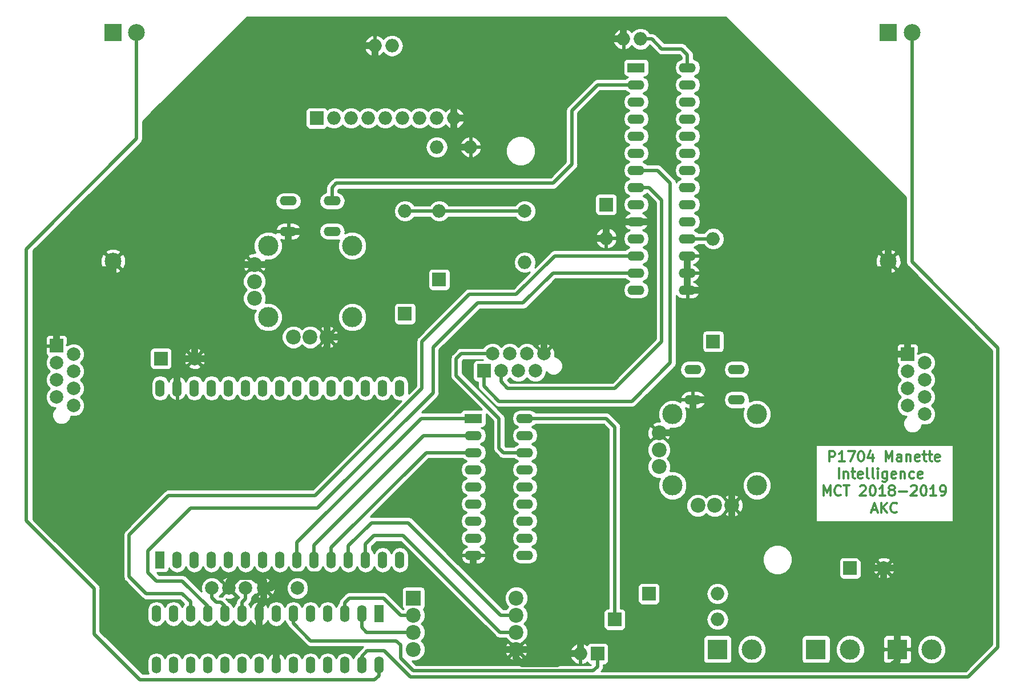
<source format=gbr>
G04 #@! TF.GenerationSoftware,KiCad,Pcbnew,(5.0.0)*
G04 #@! TF.CreationDate,2019-05-16T09:21:20+02:00*
G04 #@! TF.ProjectId,manette_2019,6D616E657474655F323031392E6B6963,rev?*
G04 #@! TF.SameCoordinates,Original*
G04 #@! TF.FileFunction,Copper,L1,Top,Signal*
G04 #@! TF.FilePolarity,Positive*
%FSLAX46Y46*%
G04 Gerber Fmt 4.6, Leading zero omitted, Abs format (unit mm)*
G04 Created by KiCad (PCBNEW (5.0.0)) date 05/16/19 09:21:20*
%MOMM*%
%LPD*%
G01*
G04 APERTURE LIST*
G04 #@! TA.AperFunction,NonConductor*
%ADD10C,0.300000*%
G04 #@! TD*
G04 #@! TA.AperFunction,ComponentPad*
%ADD11O,1.400000X2.540000*%
G04 #@! TD*
G04 #@! TA.AperFunction,ComponentPad*
%ADD12R,1.400000X2.540000*%
G04 #@! TD*
G04 #@! TA.AperFunction,ComponentPad*
%ADD13O,2.540000X1.400000*%
G04 #@! TD*
G04 #@! TA.AperFunction,WasherPad*
%ADD14C,3.000000*%
G04 #@! TD*
G04 #@! TA.AperFunction,ComponentPad*
%ADD15C,2.200000*%
G04 #@! TD*
G04 #@! TA.AperFunction,ComponentPad*
%ADD16R,2.540000X1.400000*%
G04 #@! TD*
G04 #@! TA.AperFunction,ComponentPad*
%ADD17O,2.000000X2.000000*%
G04 #@! TD*
G04 #@! TA.AperFunction,ComponentPad*
%ADD18R,2.000000X2.000000*%
G04 #@! TD*
G04 #@! TA.AperFunction,ComponentPad*
%ADD19C,2.000000*%
G04 #@! TD*
G04 #@! TA.AperFunction,ComponentPad*
%ADD20R,3.000000X3.000000*%
G04 #@! TD*
G04 #@! TA.AperFunction,ComponentPad*
%ADD21C,3.000000*%
G04 #@! TD*
G04 #@! TA.AperFunction,ComponentPad*
%ADD22R,2.200000X2.200000*%
G04 #@! TD*
G04 #@! TA.AperFunction,ComponentPad*
%ADD23R,2.500000X2.500000*%
G04 #@! TD*
G04 #@! TA.AperFunction,ComponentPad*
%ADD24C,2.500000*%
G04 #@! TD*
G04 #@! TA.AperFunction,Conductor*
%ADD25C,1.000000*%
G04 #@! TD*
G04 #@! TA.AperFunction,Conductor*
%ADD26C,0.500000*%
G04 #@! TD*
G04 #@! TA.AperFunction,Conductor*
%ADD27C,0.254000*%
G04 #@! TD*
G04 APERTURE END LIST*
D10*
X121996428Y-66703571D02*
X121996428Y-65203571D01*
X122567857Y-65203571D01*
X122710714Y-65275000D01*
X122782142Y-65346428D01*
X122853571Y-65489285D01*
X122853571Y-65703571D01*
X122782142Y-65846428D01*
X122710714Y-65917857D01*
X122567857Y-65989285D01*
X121996428Y-65989285D01*
X124282142Y-66703571D02*
X123425000Y-66703571D01*
X123853571Y-66703571D02*
X123853571Y-65203571D01*
X123710714Y-65417857D01*
X123567857Y-65560714D01*
X123425000Y-65632142D01*
X124782142Y-65203571D02*
X125782142Y-65203571D01*
X125139285Y-66703571D01*
X126639285Y-65203571D02*
X126782142Y-65203571D01*
X126925000Y-65275000D01*
X126996428Y-65346428D01*
X127067857Y-65489285D01*
X127139285Y-65775000D01*
X127139285Y-66132142D01*
X127067857Y-66417857D01*
X126996428Y-66560714D01*
X126925000Y-66632142D01*
X126782142Y-66703571D01*
X126639285Y-66703571D01*
X126496428Y-66632142D01*
X126425000Y-66560714D01*
X126353571Y-66417857D01*
X126282142Y-66132142D01*
X126282142Y-65775000D01*
X126353571Y-65489285D01*
X126425000Y-65346428D01*
X126496428Y-65275000D01*
X126639285Y-65203571D01*
X128425000Y-65703571D02*
X128425000Y-66703571D01*
X128067857Y-65132142D02*
X127710714Y-66203571D01*
X128639285Y-66203571D01*
X130353571Y-66703571D02*
X130353571Y-65203571D01*
X130853571Y-66275000D01*
X131353571Y-65203571D01*
X131353571Y-66703571D01*
X132710714Y-66703571D02*
X132710714Y-65917857D01*
X132639285Y-65775000D01*
X132496428Y-65703571D01*
X132210714Y-65703571D01*
X132067857Y-65775000D01*
X132710714Y-66632142D02*
X132567857Y-66703571D01*
X132210714Y-66703571D01*
X132067857Y-66632142D01*
X131996428Y-66489285D01*
X131996428Y-66346428D01*
X132067857Y-66203571D01*
X132210714Y-66132142D01*
X132567857Y-66132142D01*
X132710714Y-66060714D01*
X133425000Y-65703571D02*
X133425000Y-66703571D01*
X133425000Y-65846428D02*
X133496428Y-65775000D01*
X133639285Y-65703571D01*
X133853571Y-65703571D01*
X133996428Y-65775000D01*
X134067857Y-65917857D01*
X134067857Y-66703571D01*
X135353571Y-66632142D02*
X135210714Y-66703571D01*
X134925000Y-66703571D01*
X134782142Y-66632142D01*
X134710714Y-66489285D01*
X134710714Y-65917857D01*
X134782142Y-65775000D01*
X134925000Y-65703571D01*
X135210714Y-65703571D01*
X135353571Y-65775000D01*
X135425000Y-65917857D01*
X135425000Y-66060714D01*
X134710714Y-66203571D01*
X135853571Y-65703571D02*
X136425000Y-65703571D01*
X136067857Y-65203571D02*
X136067857Y-66489285D01*
X136139285Y-66632142D01*
X136282142Y-66703571D01*
X136425000Y-66703571D01*
X136710714Y-65703571D02*
X137282142Y-65703571D01*
X136925000Y-65203571D02*
X136925000Y-66489285D01*
X136996428Y-66632142D01*
X137139285Y-66703571D01*
X137282142Y-66703571D01*
X138353571Y-66632142D02*
X138210714Y-66703571D01*
X137925000Y-66703571D01*
X137782142Y-66632142D01*
X137710714Y-66489285D01*
X137710714Y-65917857D01*
X137782142Y-65775000D01*
X137925000Y-65703571D01*
X138210714Y-65703571D01*
X138353571Y-65775000D01*
X138425000Y-65917857D01*
X138425000Y-66060714D01*
X137710714Y-66203571D01*
X123425000Y-69253571D02*
X123425000Y-67753571D01*
X124139285Y-68253571D02*
X124139285Y-69253571D01*
X124139285Y-68396428D02*
X124210714Y-68325000D01*
X124353571Y-68253571D01*
X124567857Y-68253571D01*
X124710714Y-68325000D01*
X124782142Y-68467857D01*
X124782142Y-69253571D01*
X125282142Y-68253571D02*
X125853571Y-68253571D01*
X125496428Y-67753571D02*
X125496428Y-69039285D01*
X125567857Y-69182142D01*
X125710714Y-69253571D01*
X125853571Y-69253571D01*
X126925000Y-69182142D02*
X126782142Y-69253571D01*
X126496428Y-69253571D01*
X126353571Y-69182142D01*
X126282142Y-69039285D01*
X126282142Y-68467857D01*
X126353571Y-68325000D01*
X126496428Y-68253571D01*
X126782142Y-68253571D01*
X126925000Y-68325000D01*
X126996428Y-68467857D01*
X126996428Y-68610714D01*
X126282142Y-68753571D01*
X127853571Y-69253571D02*
X127710714Y-69182142D01*
X127639285Y-69039285D01*
X127639285Y-67753571D01*
X128639285Y-69253571D02*
X128496428Y-69182142D01*
X128425000Y-69039285D01*
X128425000Y-67753571D01*
X129210714Y-69253571D02*
X129210714Y-68253571D01*
X129210714Y-67753571D02*
X129139285Y-67825000D01*
X129210714Y-67896428D01*
X129282142Y-67825000D01*
X129210714Y-67753571D01*
X129210714Y-67896428D01*
X130567857Y-68253571D02*
X130567857Y-69467857D01*
X130496428Y-69610714D01*
X130425000Y-69682142D01*
X130282142Y-69753571D01*
X130067857Y-69753571D01*
X129925000Y-69682142D01*
X130567857Y-69182142D02*
X130425000Y-69253571D01*
X130139285Y-69253571D01*
X129996428Y-69182142D01*
X129925000Y-69110714D01*
X129853571Y-68967857D01*
X129853571Y-68539285D01*
X129925000Y-68396428D01*
X129996428Y-68325000D01*
X130139285Y-68253571D01*
X130425000Y-68253571D01*
X130567857Y-68325000D01*
X131853571Y-69182142D02*
X131710714Y-69253571D01*
X131425000Y-69253571D01*
X131282142Y-69182142D01*
X131210714Y-69039285D01*
X131210714Y-68467857D01*
X131282142Y-68325000D01*
X131425000Y-68253571D01*
X131710714Y-68253571D01*
X131853571Y-68325000D01*
X131925000Y-68467857D01*
X131925000Y-68610714D01*
X131210714Y-68753571D01*
X132567857Y-68253571D02*
X132567857Y-69253571D01*
X132567857Y-68396428D02*
X132639285Y-68325000D01*
X132782142Y-68253571D01*
X132996428Y-68253571D01*
X133139285Y-68325000D01*
X133210714Y-68467857D01*
X133210714Y-69253571D01*
X134567857Y-69182142D02*
X134425000Y-69253571D01*
X134139285Y-69253571D01*
X133996428Y-69182142D01*
X133925000Y-69110714D01*
X133853571Y-68967857D01*
X133853571Y-68539285D01*
X133925000Y-68396428D01*
X133996428Y-68325000D01*
X134139285Y-68253571D01*
X134425000Y-68253571D01*
X134567857Y-68325000D01*
X135782142Y-69182142D02*
X135639285Y-69253571D01*
X135353571Y-69253571D01*
X135210714Y-69182142D01*
X135139285Y-69039285D01*
X135139285Y-68467857D01*
X135210714Y-68325000D01*
X135353571Y-68253571D01*
X135639285Y-68253571D01*
X135782142Y-68325000D01*
X135853571Y-68467857D01*
X135853571Y-68610714D01*
X135139285Y-68753571D01*
X121139285Y-71803571D02*
X121139285Y-70303571D01*
X121639285Y-71375000D01*
X122139285Y-70303571D01*
X122139285Y-71803571D01*
X123710714Y-71660714D02*
X123639285Y-71732142D01*
X123425000Y-71803571D01*
X123282142Y-71803571D01*
X123067857Y-71732142D01*
X122925000Y-71589285D01*
X122853571Y-71446428D01*
X122782142Y-71160714D01*
X122782142Y-70946428D01*
X122853571Y-70660714D01*
X122925000Y-70517857D01*
X123067857Y-70375000D01*
X123282142Y-70303571D01*
X123425000Y-70303571D01*
X123639285Y-70375000D01*
X123710714Y-70446428D01*
X124139285Y-70303571D02*
X124996428Y-70303571D01*
X124567857Y-71803571D02*
X124567857Y-70303571D01*
X126567857Y-70446428D02*
X126639285Y-70375000D01*
X126782142Y-70303571D01*
X127139285Y-70303571D01*
X127282142Y-70375000D01*
X127353571Y-70446428D01*
X127425000Y-70589285D01*
X127425000Y-70732142D01*
X127353571Y-70946428D01*
X126496428Y-71803571D01*
X127425000Y-71803571D01*
X128353571Y-70303571D02*
X128496428Y-70303571D01*
X128639285Y-70375000D01*
X128710714Y-70446428D01*
X128782142Y-70589285D01*
X128853571Y-70875000D01*
X128853571Y-71232142D01*
X128782142Y-71517857D01*
X128710714Y-71660714D01*
X128639285Y-71732142D01*
X128496428Y-71803571D01*
X128353571Y-71803571D01*
X128210714Y-71732142D01*
X128139285Y-71660714D01*
X128067857Y-71517857D01*
X127996428Y-71232142D01*
X127996428Y-70875000D01*
X128067857Y-70589285D01*
X128139285Y-70446428D01*
X128210714Y-70375000D01*
X128353571Y-70303571D01*
X130282142Y-71803571D02*
X129425000Y-71803571D01*
X129853571Y-71803571D02*
X129853571Y-70303571D01*
X129710714Y-70517857D01*
X129567857Y-70660714D01*
X129425000Y-70732142D01*
X131139285Y-70946428D02*
X130996428Y-70875000D01*
X130924999Y-70803571D01*
X130853571Y-70660714D01*
X130853571Y-70589285D01*
X130924999Y-70446428D01*
X130996428Y-70375000D01*
X131139285Y-70303571D01*
X131424999Y-70303571D01*
X131567857Y-70375000D01*
X131639285Y-70446428D01*
X131710714Y-70589285D01*
X131710714Y-70660714D01*
X131639285Y-70803571D01*
X131567857Y-70875000D01*
X131424999Y-70946428D01*
X131139285Y-70946428D01*
X130996428Y-71017857D01*
X130924999Y-71089285D01*
X130853571Y-71232142D01*
X130853571Y-71517857D01*
X130924999Y-71660714D01*
X130996428Y-71732142D01*
X131139285Y-71803571D01*
X131424999Y-71803571D01*
X131567857Y-71732142D01*
X131639285Y-71660714D01*
X131710714Y-71517857D01*
X131710714Y-71232142D01*
X131639285Y-71089285D01*
X131567857Y-71017857D01*
X131424999Y-70946428D01*
X132353571Y-71232142D02*
X133496428Y-71232142D01*
X134139285Y-70446428D02*
X134210714Y-70375000D01*
X134353571Y-70303571D01*
X134710714Y-70303571D01*
X134853571Y-70375000D01*
X134925000Y-70446428D01*
X134996428Y-70589285D01*
X134996428Y-70732142D01*
X134925000Y-70946428D01*
X134067857Y-71803571D01*
X134996428Y-71803571D01*
X135925000Y-70303571D02*
X136067857Y-70303571D01*
X136210714Y-70375000D01*
X136282142Y-70446428D01*
X136353571Y-70589285D01*
X136425000Y-70875000D01*
X136425000Y-71232142D01*
X136353571Y-71517857D01*
X136282142Y-71660714D01*
X136210714Y-71732142D01*
X136067857Y-71803571D01*
X135925000Y-71803571D01*
X135782142Y-71732142D01*
X135710714Y-71660714D01*
X135639285Y-71517857D01*
X135567857Y-71232142D01*
X135567857Y-70875000D01*
X135639285Y-70589285D01*
X135710714Y-70446428D01*
X135782142Y-70375000D01*
X135925000Y-70303571D01*
X137853571Y-71803571D02*
X136996428Y-71803571D01*
X137425000Y-71803571D02*
X137425000Y-70303571D01*
X137282142Y-70517857D01*
X137139285Y-70660714D01*
X136996428Y-70732142D01*
X138567857Y-71803571D02*
X138853571Y-71803571D01*
X138996428Y-71732142D01*
X139067857Y-71660714D01*
X139210714Y-71446428D01*
X139282142Y-71160714D01*
X139282142Y-70589285D01*
X139210714Y-70446428D01*
X139139285Y-70375000D01*
X138996428Y-70303571D01*
X138710714Y-70303571D01*
X138567857Y-70375000D01*
X138496428Y-70446428D01*
X138425000Y-70589285D01*
X138425000Y-70946428D01*
X138496428Y-71089285D01*
X138567857Y-71160714D01*
X138710714Y-71232142D01*
X138996428Y-71232142D01*
X139139285Y-71160714D01*
X139210714Y-71089285D01*
X139282142Y-70946428D01*
X128317857Y-73925000D02*
X129032142Y-73925000D01*
X128175000Y-74353571D02*
X128675000Y-72853571D01*
X129175000Y-74353571D01*
X129675000Y-74353571D02*
X129675000Y-72853571D01*
X130532142Y-74353571D02*
X129889285Y-73496428D01*
X130532142Y-72853571D02*
X129675000Y-73710714D01*
X132032142Y-74210714D02*
X131960714Y-74282142D01*
X131746428Y-74353571D01*
X131603571Y-74353571D01*
X131389285Y-74282142D01*
X131246428Y-74139285D01*
X131175000Y-73996428D01*
X131103571Y-73710714D01*
X131103571Y-73496428D01*
X131175000Y-73210714D01*
X131246428Y-73067857D01*
X131389285Y-72925000D01*
X131603571Y-72853571D01*
X131746428Y-72853571D01*
X131960714Y-72925000D01*
X132032142Y-72996428D01*
D11*
G04 #@! TO.P,U1,7*
G04 #@! TO.N,Net-(U1-Pad7)*
X37975000Y-81330000D03*
D12*
G04 #@! TO.P,U1,1*
G04 #@! TO.N,+3.3V*
X22735000Y-81330000D03*
D11*
G04 #@! TO.P,U1,13*
G04 #@! TO.N,TX_ESP32*
X53215000Y-81330000D03*
G04 #@! TO.P,U1,2*
G04 #@! TO.N,Net-(U1-Pad2)*
X25275000Y-81330000D03*
G04 #@! TO.P,U1,8*
G04 #@! TO.N,Net-(U1-Pad8)*
X40515000Y-81330000D03*
G04 #@! TO.P,U1,11*
G04 #@! TO.N,Connected*
X48135000Y-81330000D03*
G04 #@! TO.P,U1,3*
G04 #@! TO.N,Net-(U1-Pad3)*
X27815000Y-81330000D03*
G04 #@! TO.P,U1,5*
G04 #@! TO.N,Net-(U1-Pad5)*
X32895000Y-81330000D03*
G04 #@! TO.P,U1,9*
G04 #@! TO.N,Rumble*
X43055000Y-81330000D03*
G04 #@! TO.P,U1,12*
G04 #@! TO.N,RX_ESP32*
X50675000Y-81330000D03*
G04 #@! TO.P,U1,14*
G04 #@! TO.N,Net-(U1-Pad14)*
X55755000Y-81330000D03*
G04 #@! TO.P,U1,6*
G04 #@! TO.N,Net-(U1-Pad6)*
X35435000Y-81330000D03*
G04 #@! TO.P,U1,10*
G04 #@! TO.N,Buzzer*
X45595000Y-81330000D03*
G04 #@! TO.P,U1,4*
G04 #@! TO.N,Net-(U1-Pad4)*
X30355000Y-81330000D03*
G04 #@! TO.P,U1,15*
G04 #@! TO.N,Net-(U1-Pad15)*
X58295000Y-81330000D03*
G04 #@! TO.P,U1,30*
G04 #@! TO.N,+5V*
X22735000Y-55830000D03*
G04 #@! TO.P,U1,29*
G04 #@! TO.N,GND*
X25275000Y-55830000D03*
G04 #@! TO.P,U1,28*
G04 #@! TO.N,MOSI*
X27815000Y-55830000D03*
G04 #@! TO.P,U1,27*
G04 #@! TO.N,MISO*
X30355000Y-55830000D03*
G04 #@! TO.P,U1,26*
G04 #@! TO.N,SCK*
X32895000Y-55830000D03*
G04 #@! TO.P,U1,25*
G04 #@! TO.N,DC*
X35435000Y-55830000D03*
G04 #@! TO.P,U1,24*
G04 #@! TO.N,RESET*
X37975000Y-55830000D03*
G04 #@! TO.P,U1,23*
G04 #@! TO.N,OLEDCS*
X40515000Y-55830000D03*
G04 #@! TO.P,U1,22*
G04 #@! TO.N,SDCS*
X43055000Y-55830000D03*
G04 #@! TO.P,U1,21*
G04 #@! TO.N,Net-(U1-Pad21)*
X45595000Y-55830000D03*
G04 #@! TO.P,U1,20*
G04 #@! TO.N,Net-(U1-Pad20)*
X48135000Y-55830000D03*
G04 #@! TO.P,U1,19*
G04 #@! TO.N,Net-(U1-Pad19)*
X50675000Y-55830000D03*
G04 #@! TO.P,U1,18*
G04 #@! TO.N,Net-(U1-Pad18)*
X53215000Y-55830000D03*
G04 #@! TO.P,U1,17*
G04 #@! TO.N,Net-(U1-Pad17)*
X55755000Y-55830000D03*
G04 #@! TO.P,U1,16*
G04 #@! TO.N,Net-(U1-Pad16)*
X58295000Y-55830000D03*
G04 #@! TD*
D13*
G04 #@! TO.P,JS2,7*
G04 #@! TO.N,Net-(JS2-Pad7)*
X101750000Y-53050000D03*
G04 #@! TO.P,JS2,8*
G04 #@! TO.N,Right_joystick_button*
X108250000Y-53050000D03*
G04 #@! TO.P,JS2,10*
G04 #@! TO.N,Net-(JS2-Pad10)*
X108250000Y-57550000D03*
G04 #@! TO.P,JS2,9*
G04 #@! TO.N,GND*
X101750000Y-57550000D03*
D14*
G04 #@! TO.P,JS2,*
G04 #@! TO.N,*
X111250000Y-59700000D03*
X111250000Y-70300000D03*
X98750000Y-70300000D03*
X98750000Y-59700000D03*
D15*
G04 #@! TO.P,JS2,6*
G04 #@! TO.N,GND*
X107500000Y-73250000D03*
G04 #@! TO.P,JS2,4*
G04 #@! TO.N,+5V*
X102500000Y-73250000D03*
G04 #@! TO.P,JS2,5*
G04 #@! TO.N,Right_joystick_analog_y*
X105000000Y-73250000D03*
G04 #@! TO.P,JS2,1*
G04 #@! TO.N,+5V*
X96750000Y-67500000D03*
G04 #@! TO.P,JS2,2*
G04 #@! TO.N,Right_joystick_analog_x*
X96750000Y-65000000D03*
G04 #@! TO.P,JS2,3*
G04 #@! TO.N,GND*
X96750000Y-62500000D03*
G04 #@! TD*
G04 #@! TO.P,JS1,3*
G04 #@! TO.N,GND*
X36750000Y-37500000D03*
G04 #@! TO.P,JS1,2*
G04 #@! TO.N,Left_joystick_analog_x*
X36750000Y-40000000D03*
G04 #@! TO.P,JS1,1*
G04 #@! TO.N,+5V*
X36750000Y-42500000D03*
G04 #@! TO.P,JS1,5*
G04 #@! TO.N,Left_joystick_analog_y*
X45000000Y-48250000D03*
G04 #@! TO.P,JS1,4*
G04 #@! TO.N,+5V*
X42500000Y-48250000D03*
G04 #@! TO.P,JS1,6*
G04 #@! TO.N,GND*
X47500000Y-48250000D03*
D14*
G04 #@! TO.P,JS1,*
G04 #@! TO.N,*
X38750000Y-34700000D03*
X38750000Y-45300000D03*
X51250000Y-45300000D03*
X51250000Y-34700000D03*
D13*
G04 #@! TO.P,JS1,9*
G04 #@! TO.N,GND*
X41750000Y-32550000D03*
G04 #@! TO.P,JS1,10*
G04 #@! TO.N,Net-(JS1-Pad10)*
X48250000Y-32550000D03*
G04 #@! TO.P,JS1,8*
G04 #@! TO.N,Left_joystick_button*
X48250000Y-28050000D03*
G04 #@! TO.P,JS1,7*
G04 #@! TO.N,Net-(JS1-Pad7)*
X41750000Y-28050000D03*
G04 #@! TD*
D16*
G04 #@! TO.P,U3,1*
G04 #@! TO.N,L_Bumper*
X93345000Y-8255000D03*
D13*
G04 #@! TO.P,U3,15*
G04 #@! TO.N,GND*
X100965000Y-41275000D03*
G04 #@! TO.P,U3,2*
G04 #@! TO.N,Left_joystick_button*
X93345000Y-10795000D03*
G04 #@! TO.P,U3,16*
G04 #@! TO.N,GND*
X100965000Y-38735000D03*
G04 #@! TO.P,U3,3*
G04 #@! TO.N,Button_UP*
X93345000Y-13335000D03*
G04 #@! TO.P,U3,17*
G04 #@! TO.N,GND*
X100965000Y-36195000D03*
G04 #@! TO.P,U3,4*
G04 #@! TO.N,Button_RIGHT*
X93345000Y-15875000D03*
G04 #@! TO.P,U3,18*
G04 #@! TO.N,Net-(R4-Pad2)*
X100965000Y-33655000D03*
G04 #@! TO.P,U3,5*
G04 #@! TO.N,Button_DOWN*
X93345000Y-18415000D03*
G04 #@! TO.P,U3,19*
G04 #@! TO.N,Net-(U3-Pad19)*
X100965000Y-31115000D03*
G04 #@! TO.P,U3,6*
G04 #@! TO.N,Button_LEFT*
X93345000Y-20955000D03*
G04 #@! TO.P,U3,20*
G04 #@! TO.N,Net-(U3-Pad20)*
X100965000Y-28575000D03*
G04 #@! TO.P,U3,7*
G04 #@! TO.N,Button_SELECT*
X93345000Y-23495000D03*
G04 #@! TO.P,U3,21*
G04 #@! TO.N,Net-(U3-Pad21)*
X100965000Y-26035000D03*
G04 #@! TO.P,U3,8*
G04 #@! TO.N,Button_START*
X93345000Y-26035000D03*
G04 #@! TO.P,U3,22*
G04 #@! TO.N,Net-(U3-Pad22)*
X100965000Y-23495000D03*
G04 #@! TO.P,U3,9*
G04 #@! TO.N,+5V*
X93345000Y-28575000D03*
G04 #@! TO.P,U3,23*
G04 #@! TO.N,Right_joystick_button*
X100965000Y-20955000D03*
G04 #@! TO.P,U3,10*
G04 #@! TO.N,GND*
X93345000Y-31115000D03*
G04 #@! TO.P,U3,24*
G04 #@! TO.N,Button_Y*
X100965000Y-18415000D03*
G04 #@! TO.P,U3,11*
G04 #@! TO.N,Net-(U3-Pad11)*
X93345000Y-33655000D03*
G04 #@! TO.P,U3,25*
G04 #@! TO.N,Button_B*
X100965000Y-15875000D03*
G04 #@! TO.P,U3,12*
G04 #@! TO.N,SCL*
X93345000Y-36195000D03*
G04 #@! TO.P,U3,26*
G04 #@! TO.N,Button_A*
X100965000Y-13335000D03*
G04 #@! TO.P,U3,13*
G04 #@! TO.N,SDA*
X93345000Y-38735000D03*
G04 #@! TO.P,U3,27*
G04 #@! TO.N,Button_X*
X100965000Y-10795000D03*
G04 #@! TO.P,U3,14*
G04 #@! TO.N,Net-(U3-Pad14)*
X93345000Y-41275000D03*
G04 #@! TO.P,U3,28*
G04 #@! TO.N,R_Bumper*
X100965000Y-8255000D03*
G04 #@! TD*
D17*
G04 #@! TO.P,J4,9*
G04 #@! TO.N,GND*
X66294000Y-15748000D03*
G04 #@! TO.P,J4,8*
G04 #@! TO.N,+5V*
X63754000Y-15748000D03*
G04 #@! TO.P,J4,7*
G04 #@! TO.N,MISO*
X61214000Y-15748000D03*
G04 #@! TO.P,J4,6*
G04 #@! TO.N,SDCS*
X58674000Y-15748000D03*
G04 #@! TO.P,J4,5*
G04 #@! TO.N,OLEDCS*
X56134000Y-15748000D03*
G04 #@! TO.P,J4,4*
G04 #@! TO.N,RESET*
X53594000Y-15748000D03*
G04 #@! TO.P,J4,3*
G04 #@! TO.N,DC*
X51054000Y-15748000D03*
G04 #@! TO.P,J4,2*
G04 #@! TO.N,SCK*
X48514000Y-15748000D03*
D18*
G04 #@! TO.P,J4,1*
G04 #@! TO.N,MOSI*
X45974000Y-15748000D03*
G04 #@! TD*
G04 #@! TO.P,C5,1*
G04 #@! TO.N,+5V*
X88900000Y-28575000D03*
D17*
G04 #@! TO.P,C5,2*
G04 #@! TO.N,GND*
X88900000Y-33575000D03*
G04 #@! TD*
D18*
G04 #@! TO.P,C1,1*
G04 #@! TO.N,+5V*
X125095000Y-82550000D03*
D19*
G04 #@! TO.P,C1,2*
G04 #@! TO.N,GND*
X130095000Y-82550000D03*
G04 #@! TD*
G04 #@! TO.P,C6,2*
G04 #@! TO.N,GND*
X38116500Y-85534500D03*
G04 #@! TO.P,C6,1*
G04 #@! TO.N,+5V*
X43116500Y-85534500D03*
G04 #@! TD*
G04 #@! TO.P,C2,2*
G04 #@! TO.N,GND*
X27860000Y-51435000D03*
D18*
G04 #@! TO.P,C2,1*
G04 #@! TO.N,+5V*
X22860000Y-51435000D03*
G04 #@! TD*
D17*
G04 #@! TO.P,C7,1*
G04 #@! TO.N,+5V*
X63766700Y-20040600D03*
G04 #@! TO.P,C7,2*
G04 #@! TO.N,GND*
X68766700Y-20040600D03*
G04 #@! TD*
G04 #@! TO.P,D3,2*
G04 #@! TO.N,Net-(D3-Pad2)*
X64135000Y-29549358D03*
D18*
G04 #@! TO.P,D3,1*
G04 #@! TO.N,+5V*
X64135000Y-39709358D03*
G04 #@! TD*
G04 #@! TO.P,D4,1*
G04 #@! TO.N,+5V*
X95250000Y-86360000D03*
D17*
G04 #@! TO.P,D4,2*
G04 #@! TO.N,Net-(D4-Pad2)*
X105410000Y-86360000D03*
G04 #@! TD*
D20*
G04 #@! TO.P,J1,1*
G04 #@! TO.N,+5V*
X120015000Y-94615000D03*
D21*
G04 #@! TO.P,J1,2*
X125095000Y-94615000D03*
G04 #@! TD*
D17*
G04 #@! TO.P,J2,1*
G04 #@! TO.N,L_Bumper*
X57150000Y-5000000D03*
G04 #@! TO.P,J2,2*
G04 #@! TO.N,GND*
X54610000Y-5000000D03*
G04 #@! TD*
G04 #@! TO.P,J3,2*
G04 #@! TO.N,GND*
X91460000Y-4000000D03*
G04 #@! TO.P,J3,1*
G04 #@! TO.N,R_Bumper*
X94000000Y-4000000D03*
G04 #@! TD*
D20*
G04 #@! TO.P,J5,1*
G04 #@! TO.N,Net-(D4-Pad2)*
X105410000Y-94615000D03*
D21*
G04 #@! TO.P,J5,2*
G04 #@! TO.N,+5V*
X110490000Y-94615000D03*
G04 #@! TD*
D18*
G04 #@! TO.P,J6,1*
G04 #@! TO.N,Calib*
X87630000Y-95250000D03*
D17*
G04 #@! TO.P,J6,2*
G04 #@! TO.N,GND*
X85090000Y-95250000D03*
G04 #@! TD*
D19*
G04 #@! TO.P,LS1,1*
G04 #@! TO.N,Net-(D3-Pad2)*
X76835000Y-29549358D03*
D17*
G04 #@! TO.P,LS1,2*
G04 #@! TO.N,+5V*
X76835000Y-37169358D03*
G04 #@! TD*
D18*
G04 #@! TO.P,R3,1*
G04 #@! TO.N,Net-(R3-Pad1)*
X59055000Y-44789358D03*
D17*
G04 #@! TO.P,R3,2*
G04 #@! TO.N,Net-(D3-Pad2)*
X59055000Y-29549358D03*
G04 #@! TD*
G04 #@! TO.P,R4,2*
G04 #@! TO.N,Net-(R4-Pad2)*
X104775000Y-33655000D03*
D18*
G04 #@! TO.P,R4,1*
G04 #@! TO.N,+5V*
X104775000Y-48895000D03*
G04 #@! TD*
G04 #@! TO.P,R15,1*
G04 #@! TO.N,Net-(R15-Pad1)*
X90170000Y-90170000D03*
D17*
G04 #@! TO.P,R15,2*
G04 #@! TO.N,Net-(D4-Pad2)*
X105410000Y-90170000D03*
G04 #@! TD*
D11*
G04 #@! TO.P,U2,28*
G04 #@! TO.N,L_trigger*
X55181500Y-96964500D03*
G04 #@! TO.P,U2,14*
G04 #@! TO.N,Net-(U2-Pad14)*
X22161500Y-89344500D03*
G04 #@! TO.P,U2,27*
G04 #@! TO.N,R_trigger*
X52641500Y-96964500D03*
G04 #@! TO.P,U2,13*
G04 #@! TO.N,Net-(U2-Pad13)*
X24701500Y-89344500D03*
G04 #@! TO.P,U2,26*
G04 #@! TO.N,L_joystick_analog_y*
X50101500Y-96964500D03*
G04 #@! TO.P,U2,12*
G04 #@! TO.N,SCL*
X27241500Y-89344500D03*
G04 #@! TO.P,U2,25*
G04 #@! TO.N,L_joystick_analog_x*
X47561500Y-96964500D03*
G04 #@! TO.P,U2,11*
G04 #@! TO.N,SDA*
X29781500Y-89344500D03*
G04 #@! TO.P,U2,24*
G04 #@! TO.N,R_joystick_analog_y*
X45021500Y-96964500D03*
G04 #@! TO.P,U2,10*
G04 #@! TO.N,Net-(U2-Pad10)*
X32321500Y-89344500D03*
G04 #@! TO.P,U2,23*
G04 #@! TO.N,R_joystick_analog_x*
X42481500Y-96964500D03*
G04 #@! TO.P,U2,9*
G04 #@! TO.N,Net-(U2-Pad9)*
X34861500Y-89344500D03*
G04 #@! TO.P,U2,22*
G04 #@! TO.N,GND*
X39941500Y-96964500D03*
G04 #@! TO.P,U2,8*
X37401500Y-89344500D03*
G04 #@! TO.P,U2,21*
G04 #@! TO.N,Net-(U2-Pad21)*
X37401500Y-96964500D03*
G04 #@! TO.P,U2,7*
G04 #@! TO.N,+5V*
X39941500Y-89344500D03*
G04 #@! TO.P,U2,20*
G04 #@! TO.N,Net-(U2-Pad20)*
X34861500Y-96964500D03*
G04 #@! TO.P,U2,6*
G04 #@! TO.N,Calib*
X42481500Y-89344500D03*
G04 #@! TO.P,U2,19*
G04 #@! TO.N,Net-(U2-Pad19)*
X32321500Y-96964500D03*
G04 #@! TO.P,U2,5*
G04 #@! TO.N,Net-(U2-Pad5)*
X45021500Y-89344500D03*
G04 #@! TO.P,U2,18*
G04 #@! TO.N,Net-(U2-Pad18)*
X29781500Y-96964500D03*
G04 #@! TO.P,U2,4*
G04 #@! TO.N,Net-(U2-Pad4)*
X47561500Y-89344500D03*
G04 #@! TO.P,U2,17*
G04 #@! TO.N,Net-(U2-Pad17)*
X27241500Y-96964500D03*
G04 #@! TO.P,U2,3*
G04 #@! TO.N,TX_Atmega*
X50101500Y-89344500D03*
G04 #@! TO.P,U2,16*
G04 #@! TO.N,Net-(U2-Pad16)*
X24701500Y-96964500D03*
G04 #@! TO.P,U2,2*
G04 #@! TO.N,RX_Atmega*
X52641500Y-89344500D03*
G04 #@! TO.P,U2,15*
G04 #@! TO.N,Net-(U2-Pad15)*
X22161500Y-96964500D03*
D12*
G04 #@! TO.P,U2,1*
G04 #@! TO.N,Net-(U2-Pad1)*
X55181500Y-89344500D03*
G04 #@! TD*
D16*
G04 #@! TO.P,U5,1*
G04 #@! TO.N,Rumble*
X69215000Y-60325000D03*
D13*
G04 #@! TO.P,U5,10*
G04 #@! TO.N,Net-(U5-Pad10)*
X76835000Y-80645000D03*
G04 #@! TO.P,U5,2*
G04 #@! TO.N,Buzzer*
X69215000Y-62865000D03*
G04 #@! TO.P,U5,11*
G04 #@! TO.N,Net-(U5-Pad11)*
X76835000Y-78105000D03*
G04 #@! TO.P,U5,3*
G04 #@! TO.N,Connected*
X69215000Y-65405000D03*
G04 #@! TO.P,U5,12*
G04 #@! TO.N,Net-(U5-Pad12)*
X76835000Y-75565000D03*
G04 #@! TO.P,U5,4*
G04 #@! TO.N,Net-(U5-Pad4)*
X69215000Y-67945000D03*
G04 #@! TO.P,U5,13*
G04 #@! TO.N,Net-(U5-Pad13)*
X76835000Y-73025000D03*
G04 #@! TO.P,U5,5*
G04 #@! TO.N,Net-(U5-Pad5)*
X69215000Y-70485000D03*
G04 #@! TO.P,U5,14*
G04 #@! TO.N,Net-(U5-Pad14)*
X76835000Y-70485000D03*
G04 #@! TO.P,U5,6*
G04 #@! TO.N,Net-(U5-Pad6)*
X69215000Y-73025000D03*
G04 #@! TO.P,U5,15*
G04 #@! TO.N,Net-(U5-Pad15)*
X76835000Y-67945000D03*
G04 #@! TO.P,U5,7*
G04 #@! TO.N,Net-(U5-Pad7)*
X69215000Y-75565000D03*
G04 #@! TO.P,U5,16*
G04 #@! TO.N,Conn_LED_On*
X76835000Y-65405000D03*
G04 #@! TO.P,U5,8*
G04 #@! TO.N,Net-(U5-Pad8)*
X69215000Y-78105000D03*
G04 #@! TO.P,U5,17*
G04 #@! TO.N,Net-(R3-Pad1)*
X76835000Y-62865000D03*
G04 #@! TO.P,U5,9*
G04 #@! TO.N,GND*
X69215000Y-80645000D03*
G04 #@! TO.P,U5,18*
G04 #@! TO.N,Net-(R15-Pad1)*
X76835000Y-60325000D03*
G04 #@! TD*
D22*
G04 #@! TO.P,U8,1*
G04 #@! TO.N,+5V*
X60325000Y-86995000D03*
D15*
G04 #@! TO.P,U8,2*
G04 #@! TO.N,TX_Atmega*
X60325000Y-89535000D03*
G04 #@! TO.P,U8,3*
G04 #@! TO.N,RX_Atmega*
X60325000Y-92075000D03*
G04 #@! TO.P,U8,4*
G04 #@! TO.N,Net-(U8-Pad4)*
X60325000Y-94615000D03*
G04 #@! TO.P,U8,5*
G04 #@! TO.N,GND*
X75565000Y-94615000D03*
G04 #@! TO.P,U8,6*
G04 #@! TO.N,TX_ESP32*
X75565000Y-92075000D03*
G04 #@! TO.P,U8,7*
G04 #@! TO.N,RX_ESP32*
X75565000Y-89535000D03*
G04 #@! TO.P,U8,8*
G04 #@! TO.N,+3.3V*
X75565000Y-86995000D03*
G04 #@! TD*
D19*
G04 #@! TO.P,Y1,1*
G04 #@! TO.N,Net-(U2-Pad10)*
X30416500Y-85534500D03*
G04 #@! TO.P,Y1,2*
G04 #@! TO.N,GND*
X32916500Y-85534500D03*
G04 #@! TO.P,Y1,3*
G04 #@! TO.N,Net-(U2-Pad9)*
X35416500Y-85534500D03*
G04 #@! TD*
D20*
G04 #@! TO.P,J10,1*
G04 #@! TO.N,GND*
X132080000Y-94615000D03*
D21*
G04 #@! TO.P,J10,2*
G04 #@! TO.N,VCC_LED*
X137160000Y-94615000D03*
G04 #@! TD*
D19*
G04 #@! TO.P,J7,8*
G04 #@! TO.N,Button_X*
X136144000Y-59690000D03*
G04 #@! TO.P,J7,7*
G04 #@! TO.N,Net-(J7-Pad7)*
X133604000Y-58420000D03*
G04 #@! TO.P,J7,6*
G04 #@! TO.N,Button_A*
X136144000Y-57150000D03*
G04 #@! TO.P,J7,5*
G04 #@! TO.N,Net-(J7-Pad5)*
X133604000Y-55880000D03*
G04 #@! TO.P,J7,4*
G04 #@! TO.N,Button_B*
X136144000Y-54610000D03*
G04 #@! TO.P,J7,3*
G04 #@! TO.N,VCC_LED*
X133604000Y-53340000D03*
G04 #@! TO.P,J7,2*
G04 #@! TO.N,Button_Y*
X136144000Y-52070000D03*
D18*
G04 #@! TO.P,J7,1*
G04 #@! TO.N,GND*
X133604000Y-50800000D03*
G04 #@! TD*
D19*
G04 #@! TO.P,J8,8*
G04 #@! TO.N,Button_LEFT*
X9906000Y-58420000D03*
G04 #@! TO.P,J8,7*
G04 #@! TO.N,Net-(J8-Pad7)*
X7366000Y-57150000D03*
G04 #@! TO.P,J8,6*
G04 #@! TO.N,Button_DOWN*
X9906000Y-55880000D03*
G04 #@! TO.P,J8,5*
G04 #@! TO.N,Net-(J8-Pad5)*
X7366000Y-54610000D03*
G04 #@! TO.P,J8,4*
G04 #@! TO.N,Button_RIGHT*
X9906000Y-53340000D03*
G04 #@! TO.P,J8,3*
G04 #@! TO.N,VCC_LED*
X7366000Y-52070000D03*
G04 #@! TO.P,J8,2*
G04 #@! TO.N,Button_UP*
X9906000Y-50800000D03*
D18*
G04 #@! TO.P,J8,1*
G04 #@! TO.N,GND*
X7366000Y-49530000D03*
G04 #@! TD*
G04 #@! TO.P,J9,1*
G04 #@! TO.N,Button_SELECT*
X70764400Y-53270000D03*
D19*
G04 #@! TO.P,J9,2*
G04 #@! TO.N,Conn_LED_On*
X72034400Y-50730000D03*
G04 #@! TO.P,J9,3*
G04 #@! TO.N,Button_START*
X73304400Y-53270000D03*
G04 #@! TO.P,J9,4*
G04 #@! TO.N,Net-(J9-Pad4)*
X74574400Y-50730000D03*
G04 #@! TO.P,J9,5*
G04 #@! TO.N,Net-(J9-Pad5)*
X75844400Y-53270000D03*
G04 #@! TO.P,J9,6*
G04 #@! TO.N,+5V*
X77114400Y-50730000D03*
G04 #@! TO.P,J9,7*
G04 #@! TO.N,Net-(J9-Pad7)*
X78384400Y-53270000D03*
G04 #@! TO.P,J9,8*
G04 #@! TO.N,GND*
X79654400Y-50730000D03*
G04 #@! TD*
D23*
G04 #@! TO.P,RV1,1*
G04 #@! TO.N,+5V*
X15750000Y-3000000D03*
D24*
G04 #@! TO.P,RV1,2*
G04 #@! TO.N,L_trigger*
X19250000Y-3000000D03*
G04 #@! TO.P,RV1,3*
G04 #@! TO.N,GND*
X15750000Y-37000000D03*
G04 #@! TD*
D23*
G04 #@! TO.P,RV2,1*
G04 #@! TO.N,+5V*
X130750000Y-3000000D03*
D24*
G04 #@! TO.P,RV2,2*
G04 #@! TO.N,R_trigger*
X134250000Y-3000000D03*
G04 #@! TO.P,RV2,3*
G04 #@! TO.N,GND*
X130750000Y-37000000D03*
G04 #@! TD*
D25*
G04 #@! TO.N,GND*
X132080000Y-94615000D02*
X132080000Y-90170000D01*
X38116500Y-84471500D02*
X38116500Y-85534500D01*
X37465000Y-83820000D02*
X38116500Y-84471500D01*
X33655000Y-83820000D02*
X37465000Y-83820000D01*
X32916500Y-85534500D02*
X32916500Y-84558500D01*
X32916500Y-84558500D02*
X33655000Y-83820000D01*
X38116500Y-87613500D02*
X38116500Y-85534500D01*
X37401500Y-89344500D02*
X37401500Y-88328500D01*
X37401500Y-88328500D02*
X38116500Y-87613500D01*
X130095000Y-82550000D02*
X130095000Y-87550000D01*
X132080000Y-89535000D02*
X132080000Y-90170000D01*
X130095000Y-87550000D02*
X132080000Y-89535000D01*
X101750000Y-57550000D02*
X101750000Y-61445000D01*
X100695000Y-62500000D02*
X96750000Y-62500000D01*
X101750000Y-61445000D02*
X100695000Y-62500000D01*
X37401500Y-89344500D02*
X37401500Y-90995500D01*
X47500000Y-48250000D02*
X47500000Y-41150000D01*
X47500000Y-41150000D02*
X47500000Y-36070000D01*
X43980000Y-32550000D02*
X41750000Y-32550000D01*
X47500000Y-36070000D02*
X43980000Y-32550000D01*
X38305634Y-37500000D02*
X36750000Y-37500000D01*
X40732000Y-37500000D02*
X38305634Y-37500000D01*
X41750000Y-32550000D02*
X41750000Y-36482000D01*
X41750000Y-36482000D02*
X40732000Y-37500000D01*
X104032000Y-57550000D02*
X101750000Y-57550000D01*
X105410000Y-58928000D02*
X104032000Y-57550000D01*
X105410000Y-64516000D02*
X105410000Y-58928000D01*
X107500000Y-73250000D02*
X107500000Y-66606000D01*
X107500000Y-66606000D02*
X105410000Y-64516000D01*
X69215000Y-82677000D02*
X70993000Y-84455000D01*
X77470000Y-94615000D02*
X75565000Y-94615000D01*
X70993000Y-84455000D02*
X76835000Y-84455000D01*
X76835000Y-84455000D02*
X78740000Y-86360000D01*
X69215000Y-80645000D02*
X69215000Y-82677000D01*
X78740000Y-86360000D02*
X78740000Y-93345000D01*
X78740000Y-93345000D02*
X77470000Y-94615000D01*
X83185000Y-95250000D02*
X85090000Y-95250000D01*
X81661000Y-96774000D02*
X83185000Y-95250000D01*
X76454000Y-96774000D02*
X81661000Y-96774000D01*
X75565000Y-94615000D02*
X75565000Y-95885000D01*
X75565000Y-95885000D02*
X76454000Y-96774000D01*
X37401500Y-90995500D02*
X37401500Y-92265500D01*
X39941500Y-94805500D02*
X39941500Y-96964500D01*
X37465000Y-92329000D02*
X38354000Y-93218000D01*
X38354000Y-93218000D02*
X39941500Y-94805500D01*
X37401500Y-92265500D02*
X38354000Y-93218000D01*
X54610000Y-7610000D02*
X54610000Y-5000000D01*
X56398000Y-9398000D02*
X54610000Y-7610000D01*
X64398000Y-9398000D02*
X56398000Y-9398000D01*
X66294000Y-15748000D02*
X66294000Y-11294000D01*
X66294000Y-11294000D02*
X64398000Y-9398000D01*
X88000000Y-4000000D02*
X91460000Y-4000000D01*
X66294000Y-15748000D02*
X76252000Y-15748000D01*
X76252000Y-15748000D02*
X88000000Y-4000000D01*
X45870634Y-51435000D02*
X47500000Y-49805634D01*
X27860000Y-51435000D02*
X45870634Y-51435000D01*
X47500000Y-49805634D02*
X47500000Y-48250000D01*
X85090000Y-93726000D02*
X85090000Y-95250000D01*
X132080000Y-96329500D02*
X131279900Y-97129600D01*
X131279900Y-97129600D02*
X102209600Y-97129600D01*
X102209600Y-97129600D02*
X97790000Y-92710000D01*
X97790000Y-92710000D02*
X86106000Y-92710000D01*
X132080000Y-94615000D02*
X132080000Y-96329500D01*
X86106000Y-92710000D02*
X85090000Y-93726000D01*
X68766700Y-20040600D02*
X67030600Y-20040600D01*
X66294000Y-19304000D02*
X66294000Y-15748000D01*
X67030600Y-20040600D02*
X66294000Y-19304000D01*
X17780000Y-43815000D02*
X15750000Y-41785000D01*
X26670000Y-43815000D02*
X17780000Y-43815000D01*
X27860000Y-51435000D02*
X27860000Y-45005000D01*
X27860000Y-45005000D02*
X26670000Y-43815000D01*
X130095000Y-82550000D02*
X128270000Y-82550000D01*
X27860000Y-51435000D02*
X26035000Y-51435000D01*
X26035000Y-51435000D02*
X25275000Y-52195000D01*
X72390000Y-94615000D02*
X75565000Y-94615000D01*
X62103000Y-84328000D02*
X72390000Y-94615000D01*
X46736000Y-84328000D02*
X62103000Y-84328000D01*
X39247870Y-85534500D02*
X40454370Y-84328000D01*
X38116500Y-85534500D02*
X39247870Y-85534500D01*
X40454370Y-84328000D02*
X40454370Y-84259630D01*
X40454370Y-84259630D02*
X41148000Y-83566000D01*
X41148000Y-83566000D02*
X45974000Y-83566000D01*
X45974000Y-83566000D02*
X46736000Y-84328000D01*
X25275000Y-52195000D02*
X25275000Y-55830000D01*
X136049000Y-46355000D02*
X133604000Y-48800000D01*
X139065000Y-46355000D02*
X136049000Y-46355000D01*
X144145000Y-82550000D02*
X145335000Y-81360000D01*
X145335000Y-81360000D02*
X145335000Y-76755000D01*
X130095000Y-82550000D02*
X144145000Y-82550000D01*
X145335000Y-76755000D02*
X142875000Y-74295000D01*
X133604000Y-48800000D02*
X133604000Y-50800000D01*
X142875000Y-74295000D02*
X142875000Y-50165000D01*
X142875000Y-50165000D02*
X139065000Y-46355000D01*
X39450000Y-5000000D02*
X54610000Y-5000000D01*
X30734000Y-13716000D02*
X39450000Y-5000000D01*
X30734000Y-34290000D02*
X30734000Y-13716000D01*
X36750000Y-37500000D02*
X33944000Y-37500000D01*
X33944000Y-37500000D02*
X30734000Y-34290000D01*
X91460000Y-2520000D02*
X91460000Y-4000000D01*
X130750000Y-34738000D02*
X111506000Y-15494000D01*
X130750000Y-38250000D02*
X130750000Y-34738000D01*
X111506000Y-15494000D02*
X111506000Y-9398000D01*
X111506000Y-9398000D02*
X104013000Y-1905000D01*
X104013000Y-1905000D02*
X92075000Y-1905000D01*
X92075000Y-1905000D02*
X91460000Y-2520000D01*
X100965000Y-36195000D02*
X100965000Y-38735000D01*
X100965000Y-38735000D02*
X100965000Y-41275000D01*
X89535000Y-31115000D02*
X93345000Y-31115000D01*
X88900000Y-33575000D02*
X88900000Y-31750000D01*
X88900000Y-31750000D02*
X89535000Y-31115000D01*
X133604000Y-50800000D02*
X131445000Y-50800000D01*
X130750000Y-50105000D02*
X130750000Y-38250000D01*
X131445000Y-50800000D02*
X130750000Y-50105000D01*
X53985000Y-48250000D02*
X47500000Y-48250000D01*
X55245000Y-46990000D02*
X53985000Y-48250000D01*
X55245000Y-41275000D02*
X55245000Y-46990000D01*
X88900000Y-33575000D02*
X62945000Y-33575000D01*
X62945000Y-33575000D02*
X55245000Y-41275000D01*
X10010000Y-38250000D02*
X7366000Y-40894000D01*
X7366000Y-40894000D02*
X7366000Y-49530000D01*
X15750000Y-38250000D02*
X10010000Y-38250000D01*
X15750000Y-41785000D02*
X15750000Y-38250000D01*
X120500000Y-38250000D02*
X117475000Y-41275000D01*
X100965000Y-41275000D02*
X117475000Y-41275000D01*
X130750000Y-38250000D02*
X120500000Y-38250000D01*
X95250000Y-31115000D02*
X93345000Y-31115000D01*
X79654400Y-47980600D02*
X82550000Y-45085000D01*
X79654400Y-50730000D02*
X79654400Y-47980600D01*
X82550000Y-45085000D02*
X93345000Y-45085000D01*
X93345000Y-45085000D02*
X95885000Y-42545000D01*
X95885000Y-42545000D02*
X95885000Y-31750000D01*
X95885000Y-31750000D02*
X95250000Y-31115000D01*
X128270000Y-82550000D02*
X121920000Y-76200000D01*
X121920000Y-76200000D02*
X107950000Y-76200000D01*
X107500000Y-75750000D02*
X107500000Y-73250000D01*
X107950000Y-76200000D02*
X107500000Y-75750000D01*
D26*
G04 #@! TO.N,Net-(D3-Pad2)*
X76922616Y-29549358D02*
X66040000Y-29549358D01*
X66040000Y-29549358D02*
X64135000Y-29549358D01*
X64135000Y-29549358D02*
X59055000Y-29549358D01*
G04 #@! TO.N,R_Bumper*
X94000000Y-4000000D02*
X95681300Y-4000000D01*
X95681300Y-4000000D02*
X97155000Y-5473700D01*
X97155000Y-5473700D02*
X100088700Y-5473700D01*
X100965000Y-6350000D02*
X100965000Y-8255000D01*
X100088700Y-5473700D02*
X100965000Y-6350000D01*
G04 #@! TO.N,Calib*
X60325000Y-97790000D02*
X86995000Y-97790000D01*
X42481500Y-90741500D02*
X45085000Y-93345000D01*
X42481500Y-89344500D02*
X42481500Y-90741500D01*
X45085000Y-93345000D02*
X57785000Y-93345000D01*
X57785000Y-93345000D02*
X58420000Y-93980000D01*
X58420000Y-93980000D02*
X58420000Y-95885000D01*
X58420000Y-95885000D02*
X60325000Y-97790000D01*
X87630000Y-95250000D02*
X87630000Y-97155000D01*
X87630000Y-97155000D02*
X86995000Y-97790000D01*
G04 #@! TO.N,Left_joystick_button*
X48250000Y-26045000D02*
X48895000Y-25400000D01*
X48250000Y-28050000D02*
X48250000Y-26045000D01*
X48895000Y-25400000D02*
X81026000Y-25400000D01*
X81026000Y-25400000D02*
X83820000Y-22606000D01*
X83820000Y-22606000D02*
X83820000Y-14605000D01*
X83820000Y-14605000D02*
X87630000Y-10795000D01*
X87630000Y-10795000D02*
X93345000Y-10795000D01*
G04 #@! TO.N,Net-(R4-Pad2)*
X100965000Y-33655000D02*
X104775000Y-33655000D01*
G04 #@! TO.N,Net-(R15-Pad1)*
X90170000Y-90170000D02*
X90170000Y-61595000D01*
X90170000Y-61595000D02*
X88900000Y-60325000D01*
X88900000Y-60325000D02*
X76835000Y-60325000D01*
G04 #@! TO.N,Button_START*
X73304400Y-54889400D02*
X73304400Y-53270000D01*
X95250000Y-26035000D02*
X97155000Y-27940000D01*
X93345000Y-26035000D02*
X95250000Y-26035000D01*
X97155000Y-27940000D02*
X97155000Y-48895000D01*
X97155000Y-48895000D02*
X90170000Y-55880000D01*
X90170000Y-55880000D02*
X74295000Y-55880000D01*
X74295000Y-55880000D02*
X73304400Y-54889400D01*
G04 #@! TO.N,Button_SELECT*
X70764400Y-55524400D02*
X70764400Y-53270000D01*
X96520000Y-23495000D02*
X98425000Y-25400000D01*
X93345000Y-23495000D02*
X96520000Y-23495000D01*
X98425000Y-25400000D02*
X98425000Y-52070000D01*
X98425000Y-52070000D02*
X92710000Y-57785000D01*
X92710000Y-57785000D02*
X73025000Y-57785000D01*
X73025000Y-57785000D02*
X70764400Y-55524400D01*
G04 #@! TO.N,Connected*
X67310000Y-65405000D02*
X69215000Y-65405000D01*
X62230000Y-65405000D02*
X67310000Y-65405000D01*
X48135000Y-81330000D02*
X48135000Y-79500000D01*
X48135000Y-79500000D02*
X62230000Y-65405000D01*
G04 #@! TO.N,Buzzer*
X61849000Y-62865000D02*
X69215000Y-62865000D01*
X45595000Y-81330000D02*
X45595000Y-79119000D01*
X45595000Y-79119000D02*
X61849000Y-62865000D01*
G04 #@! TO.N,L_trigger*
X12954000Y-85598000D02*
X2857500Y-75501500D01*
X12954000Y-92329000D02*
X12954000Y-85598000D01*
X19748500Y-99123500D02*
X12954000Y-92329000D01*
X54571900Y-99123500D02*
X19748500Y-99123500D01*
X55181500Y-96964500D02*
X55181500Y-98513900D01*
X55181500Y-98513900D02*
X54571900Y-99123500D01*
X2857500Y-75501500D02*
X2857500Y-74295000D01*
X2857500Y-74295000D02*
X2857500Y-35204400D01*
X2857500Y-35204400D02*
X19250000Y-18811900D01*
X19250000Y-18811900D02*
X19250000Y-4250000D01*
G04 #@! TO.N,R_trigger*
X147027900Y-49872900D02*
X134250000Y-37095000D01*
X147027900Y-94284800D02*
X147027900Y-49872900D01*
X52641500Y-95656400D02*
X53454300Y-94843600D01*
X52641500Y-96964500D02*
X52641500Y-95656400D01*
X53454300Y-94843600D02*
X55968900Y-94843600D01*
X55968900Y-94843600D02*
X59865310Y-98740010D01*
X59865310Y-98740010D02*
X142572690Y-98740010D01*
X142572690Y-98740010D02*
X147027900Y-94284800D01*
X134250000Y-37095000D02*
X134250000Y-3000000D01*
G04 #@! TO.N,SCL*
X26035000Y-86360000D02*
X27241500Y-87566500D01*
X20701000Y-86360000D02*
X26035000Y-86360000D01*
X27241500Y-87566500D02*
X27241500Y-89344500D01*
X45720000Y-71755000D02*
X24003000Y-71755000D01*
X24003000Y-71755000D02*
X18161000Y-77597000D01*
X18161000Y-77597000D02*
X18161000Y-83820000D01*
X18161000Y-83820000D02*
X20701000Y-86360000D01*
X81280000Y-36195000D02*
X93345000Y-36195000D01*
X61595000Y-55880000D02*
X61595000Y-48895000D01*
X61595000Y-55880000D02*
X45720000Y-71755000D01*
X68580000Y-41910000D02*
X75565000Y-41910000D01*
X61595000Y-48895000D02*
X68580000Y-41910000D01*
X81280000Y-36195000D02*
X75565000Y-41910000D01*
G04 #@! TO.N,SDA*
X27305000Y-73660000D02*
X46101000Y-73660000D01*
X29781500Y-88201500D02*
X26035000Y-84455000D01*
X29781500Y-89344500D02*
X29781500Y-88201500D01*
X26035000Y-84455000D02*
X22225000Y-84455000D01*
X22225000Y-84455000D02*
X20955000Y-83185000D01*
X20955000Y-83185000D02*
X20955000Y-80010000D01*
X20955000Y-80010000D02*
X27305000Y-73660000D01*
X81026000Y-38735000D02*
X93345000Y-38735000D01*
X63246000Y-56515000D02*
X63246000Y-49784000D01*
X46101000Y-73660000D02*
X63246000Y-56515000D01*
X69850000Y-43180000D02*
X76581000Y-43180000D01*
X63246000Y-49784000D02*
X69850000Y-43180000D01*
X76581000Y-43180000D02*
X81026000Y-38735000D01*
G04 #@! TO.N,Net-(U2-Pad10)*
X32321500Y-89344500D02*
X32321500Y-88201500D01*
X32321500Y-88201500D02*
X31750000Y-87630000D01*
X31750000Y-87630000D02*
X31115000Y-87630000D01*
X30416500Y-86931500D02*
X30416500Y-85534500D01*
X31115000Y-87630000D02*
X30416500Y-86931500D01*
G04 #@! TO.N,Net-(U2-Pad9)*
X34861500Y-89344500D02*
X34861500Y-87693500D01*
X35416500Y-85534500D02*
X35416500Y-87138500D01*
X35416500Y-87138500D02*
X34925000Y-87630000D01*
G04 #@! TO.N,TX_Atmega*
X50101500Y-89344500D02*
X50101500Y-87693500D01*
X50101500Y-87693500D02*
X50800000Y-86995000D01*
X50800000Y-86995000D02*
X55880000Y-86995000D01*
X58420000Y-89535000D02*
X60325000Y-89535000D01*
X55880000Y-86995000D02*
X58420000Y-89535000D01*
G04 #@! TO.N,RX_Atmega*
X52641500Y-89344500D02*
X52641500Y-91376500D01*
X53340000Y-92075000D02*
X60325000Y-92075000D01*
X52641500Y-91376500D02*
X53340000Y-92075000D01*
G04 #@! TO.N,Rumble*
X61468000Y-60325000D02*
X69215000Y-60325000D01*
X43055000Y-81330000D02*
X43055000Y-78738000D01*
X43055000Y-78738000D02*
X61468000Y-60325000D01*
G04 #@! TO.N,RX_ESP32*
X50675000Y-79246000D02*
X50675000Y-81330000D01*
X54102000Y-75819000D02*
X50675000Y-79246000D01*
X59563000Y-75819000D02*
X54102000Y-75819000D01*
X75565000Y-89535000D02*
X73279000Y-89535000D01*
X73279000Y-89535000D02*
X59563000Y-75819000D01*
G04 #@! TO.N,TX_ESP32*
X73152000Y-92075000D02*
X75565000Y-92075000D01*
X58801000Y-77724000D02*
X73152000Y-92075000D01*
X54483000Y-77724000D02*
X58801000Y-77724000D01*
X53215000Y-81330000D02*
X53215000Y-78992000D01*
X53215000Y-78992000D02*
X54483000Y-77724000D01*
G04 #@! TO.N,Conn_LED_On*
X67380000Y-50730000D02*
X72034400Y-50730000D01*
X73660000Y-65405000D02*
X73025000Y-64770000D01*
X76835000Y-65405000D02*
X73660000Y-65405000D01*
X73025000Y-64770000D02*
X73025000Y-60325000D01*
X73025000Y-60325000D02*
X66675000Y-53975000D01*
X66675000Y-53975000D02*
X66675000Y-51435000D01*
X66675000Y-51435000D02*
X67380000Y-50730000D01*
G04 #@! TD*
D27*
G04 #@! TO.N,GND*
G36*
X133365000Y-27499606D02*
X133365000Y-37007839D01*
X133347663Y-37095000D01*
X133365000Y-37182161D01*
X133365000Y-37182164D01*
X133416348Y-37440309D01*
X133611951Y-37733049D01*
X133685847Y-37782425D01*
X146142901Y-50239480D01*
X146142900Y-93918221D01*
X142206112Y-97855010D01*
X88181569Y-97855010D01*
X88194156Y-97842423D01*
X88268049Y-97793049D01*
X88324902Y-97707964D01*
X88463652Y-97500310D01*
X88470051Y-97468140D01*
X88515000Y-97242165D01*
X88515000Y-97242161D01*
X88532337Y-97155000D01*
X88515000Y-97067839D01*
X88515000Y-96897440D01*
X88630000Y-96897440D01*
X88877765Y-96848157D01*
X89087809Y-96707809D01*
X89228157Y-96497765D01*
X89277440Y-96250000D01*
X89277440Y-94250000D01*
X89228157Y-94002235D01*
X89087809Y-93792191D01*
X88877765Y-93651843D01*
X88630000Y-93602560D01*
X86630000Y-93602560D01*
X86382235Y-93651843D01*
X86172191Y-93792191D01*
X86058919Y-93961713D01*
X85945385Y-93856598D01*
X85470434Y-93659876D01*
X85217000Y-93779223D01*
X85217000Y-95123000D01*
X85237000Y-95123000D01*
X85237000Y-95377000D01*
X85217000Y-95377000D01*
X85217000Y-96720777D01*
X85470434Y-96840124D01*
X85945385Y-96643402D01*
X86058919Y-96538287D01*
X86172191Y-96707809D01*
X86382235Y-96848157D01*
X86630000Y-96897440D01*
X86635982Y-96897440D01*
X86628422Y-96905000D01*
X60691579Y-96905000D01*
X60136579Y-96350000D01*
X60670113Y-96350000D01*
X61307799Y-96085862D01*
X61553793Y-95839868D01*
X74519737Y-95839868D01*
X74630641Y-96117099D01*
X75276593Y-96360323D01*
X75966453Y-96337836D01*
X76499359Y-96117099D01*
X76610263Y-95839868D01*
X75565000Y-94794605D01*
X74519737Y-95839868D01*
X61553793Y-95839868D01*
X61795862Y-95597799D01*
X62060000Y-94960113D01*
X62060000Y-94326593D01*
X73819677Y-94326593D01*
X73842164Y-95016453D01*
X74062901Y-95549359D01*
X74340132Y-95660263D01*
X75385395Y-94615000D01*
X75744605Y-94615000D01*
X76789868Y-95660263D01*
X76864430Y-95630435D01*
X83499867Y-95630435D01*
X83766495Y-96209994D01*
X84234615Y-96643402D01*
X84709566Y-96840124D01*
X84963000Y-96720777D01*
X84963000Y-95377000D01*
X83618681Y-95377000D01*
X83499867Y-95630435D01*
X76864430Y-95630435D01*
X77067099Y-95549359D01*
X77310323Y-94903407D01*
X77309220Y-94869565D01*
X83499867Y-94869565D01*
X83618681Y-95123000D01*
X84963000Y-95123000D01*
X84963000Y-93779223D01*
X84709566Y-93659876D01*
X84234615Y-93856598D01*
X83766495Y-94290006D01*
X83499867Y-94869565D01*
X77309220Y-94869565D01*
X77287836Y-94213547D01*
X77067099Y-93680641D01*
X76789868Y-93569737D01*
X75744605Y-94615000D01*
X75385395Y-94615000D01*
X74340132Y-93569737D01*
X74062901Y-93680641D01*
X73819677Y-94326593D01*
X62060000Y-94326593D01*
X62060000Y-94269887D01*
X61795862Y-93632201D01*
X61508661Y-93345000D01*
X61795862Y-93057799D01*
X62060000Y-92420113D01*
X62060000Y-91729887D01*
X61795862Y-91092201D01*
X61508661Y-90805000D01*
X61795862Y-90517799D01*
X62060000Y-89880113D01*
X62060000Y-89189887D01*
X61814907Y-88598180D01*
X61882809Y-88552809D01*
X62023157Y-88342765D01*
X62072440Y-88095000D01*
X62072440Y-85895000D01*
X62023157Y-85647235D01*
X61882809Y-85437191D01*
X61672765Y-85296843D01*
X61425000Y-85247560D01*
X59225000Y-85247560D01*
X58977235Y-85296843D01*
X58767191Y-85437191D01*
X58626843Y-85647235D01*
X58577560Y-85895000D01*
X58577560Y-88095000D01*
X58626843Y-88342765D01*
X58767191Y-88552809D01*
X58835093Y-88598180D01*
X58813628Y-88650000D01*
X58786579Y-88650000D01*
X56567425Y-86430847D01*
X56518049Y-86356951D01*
X56225310Y-86161348D01*
X55967165Y-86110000D01*
X55967161Y-86110000D01*
X55880000Y-86092663D01*
X55792839Y-86110000D01*
X50887159Y-86110000D01*
X50799999Y-86092663D01*
X50712839Y-86110000D01*
X50712835Y-86110000D01*
X50454690Y-86161348D01*
X50454688Y-86161349D01*
X50454689Y-86161349D01*
X50235845Y-86307576D01*
X50235844Y-86307577D01*
X50161951Y-86356951D01*
X50112577Y-86430844D01*
X49537345Y-87006077D01*
X49463452Y-87055451D01*
X49414078Y-87129344D01*
X49414076Y-87129346D01*
X49267848Y-87348191D01*
X49199163Y-87693500D01*
X49212916Y-87762643D01*
X49139020Y-87812019D01*
X48843958Y-88253609D01*
X48831500Y-88316239D01*
X48819042Y-88253609D01*
X48523981Y-87812019D01*
X48082391Y-87516958D01*
X47561500Y-87413346D01*
X47040610Y-87516958D01*
X46599020Y-87812019D01*
X46303958Y-88253609D01*
X46291500Y-88316239D01*
X46279042Y-88253609D01*
X45983981Y-87812019D01*
X45542391Y-87516958D01*
X45021500Y-87413346D01*
X44500610Y-87516958D01*
X44059020Y-87812019D01*
X43763958Y-88253609D01*
X43751500Y-88316239D01*
X43739042Y-88253609D01*
X43443981Y-87812019D01*
X43002391Y-87516958D01*
X42481500Y-87413346D01*
X41960610Y-87516958D01*
X41519020Y-87812019D01*
X41223958Y-88253609D01*
X41211500Y-88316239D01*
X41199042Y-88253609D01*
X40903981Y-87812019D01*
X40462391Y-87516958D01*
X39941500Y-87413346D01*
X39420610Y-87516958D01*
X38979020Y-87812019D01*
X38683958Y-88253609D01*
X38657823Y-88384996D01*
X38586278Y-88146285D01*
X38255685Y-87740710D01*
X37795050Y-87492520D01*
X37734829Y-87481784D01*
X37528500Y-87605126D01*
X37528500Y-89217500D01*
X37548500Y-89217500D01*
X37548500Y-89471500D01*
X37528500Y-89471500D01*
X37528500Y-91083874D01*
X37734829Y-91207216D01*
X37795050Y-91196480D01*
X38255685Y-90948290D01*
X38586278Y-90542715D01*
X38657824Y-90304004D01*
X38683958Y-90435390D01*
X38979019Y-90876980D01*
X39420609Y-91172042D01*
X39941500Y-91275654D01*
X40462390Y-91172042D01*
X40903980Y-90876981D01*
X41199042Y-90435391D01*
X41211500Y-90372760D01*
X41223958Y-90435390D01*
X41519019Y-90876980D01*
X41619461Y-90944093D01*
X41647848Y-91086809D01*
X41794076Y-91305654D01*
X41794078Y-91305656D01*
X41843452Y-91379549D01*
X41917345Y-91428923D01*
X44397577Y-93909156D01*
X44446951Y-93983049D01*
X44520844Y-94032423D01*
X44520845Y-94032424D01*
X44706052Y-94156176D01*
X44739690Y-94178652D01*
X44997835Y-94230000D01*
X44997838Y-94230000D01*
X45084999Y-94247337D01*
X45172160Y-94230000D01*
X52799915Y-94230000D01*
X52766877Y-94279444D01*
X52077345Y-94968977D01*
X52003452Y-95018351D01*
X51954078Y-95092244D01*
X51954076Y-95092246D01*
X51807848Y-95311091D01*
X51799854Y-95351280D01*
X51679020Y-95432019D01*
X51383958Y-95873609D01*
X51371500Y-95936239D01*
X51359042Y-95873609D01*
X51063981Y-95432019D01*
X50622391Y-95136958D01*
X50101500Y-95033346D01*
X49580610Y-95136958D01*
X49139020Y-95432019D01*
X48843958Y-95873609D01*
X48831500Y-95936239D01*
X48819042Y-95873609D01*
X48523981Y-95432019D01*
X48082391Y-95136958D01*
X47561500Y-95033346D01*
X47040610Y-95136958D01*
X46599020Y-95432019D01*
X46303958Y-95873609D01*
X46291500Y-95936239D01*
X46279042Y-95873609D01*
X45983981Y-95432019D01*
X45542391Y-95136958D01*
X45021500Y-95033346D01*
X44500610Y-95136958D01*
X44059020Y-95432019D01*
X43763958Y-95873609D01*
X43751500Y-95936239D01*
X43739042Y-95873609D01*
X43443981Y-95432019D01*
X43002391Y-95136958D01*
X42481500Y-95033346D01*
X41960610Y-95136958D01*
X41519020Y-95432019D01*
X41223958Y-95873609D01*
X41197823Y-96004996D01*
X41126278Y-95766285D01*
X40795685Y-95360710D01*
X40335050Y-95112520D01*
X40274829Y-95101784D01*
X40068500Y-95225126D01*
X40068500Y-96837500D01*
X40088500Y-96837500D01*
X40088500Y-97091500D01*
X40068500Y-97091500D01*
X40068500Y-97111500D01*
X39814500Y-97111500D01*
X39814500Y-97091500D01*
X39794500Y-97091500D01*
X39794500Y-96837500D01*
X39814500Y-96837500D01*
X39814500Y-95225126D01*
X39608171Y-95101784D01*
X39547950Y-95112520D01*
X39087315Y-95360710D01*
X38756722Y-95766285D01*
X38685177Y-96004996D01*
X38659042Y-95873609D01*
X38363981Y-95432019D01*
X37922391Y-95136958D01*
X37401500Y-95033346D01*
X36880610Y-95136958D01*
X36439020Y-95432019D01*
X36143958Y-95873609D01*
X36131500Y-95936239D01*
X36119042Y-95873609D01*
X35823981Y-95432019D01*
X35382391Y-95136958D01*
X34861500Y-95033346D01*
X34340610Y-95136958D01*
X33899020Y-95432019D01*
X33603958Y-95873609D01*
X33591500Y-95936239D01*
X33579042Y-95873609D01*
X33283981Y-95432019D01*
X32842391Y-95136958D01*
X32321500Y-95033346D01*
X31800610Y-95136958D01*
X31359020Y-95432019D01*
X31063958Y-95873609D01*
X31051500Y-95936239D01*
X31039042Y-95873609D01*
X30743981Y-95432019D01*
X30302391Y-95136958D01*
X29781500Y-95033346D01*
X29260610Y-95136958D01*
X28819020Y-95432019D01*
X28523958Y-95873609D01*
X28511500Y-95936239D01*
X28499042Y-95873609D01*
X28203981Y-95432019D01*
X27762391Y-95136958D01*
X27241500Y-95033346D01*
X26720610Y-95136958D01*
X26279020Y-95432019D01*
X25983958Y-95873609D01*
X25971500Y-95936239D01*
X25959042Y-95873609D01*
X25663981Y-95432019D01*
X25222391Y-95136958D01*
X24701500Y-95033346D01*
X24180610Y-95136958D01*
X23739020Y-95432019D01*
X23443958Y-95873609D01*
X23431500Y-95936239D01*
X23419042Y-95873609D01*
X23123981Y-95432019D01*
X22682391Y-95136958D01*
X22161500Y-95033346D01*
X21640610Y-95136958D01*
X21199020Y-95432019D01*
X20903958Y-95873609D01*
X20826500Y-96263015D01*
X20826500Y-97665984D01*
X20903958Y-98055390D01*
X21026308Y-98238500D01*
X20115079Y-98238500D01*
X13839000Y-91962422D01*
X13839000Y-85685159D01*
X13856337Y-85597999D01*
X13839000Y-85510839D01*
X13839000Y-85510835D01*
X13787652Y-85252690D01*
X13713974Y-85142424D01*
X13641424Y-85033845D01*
X13641423Y-85033844D01*
X13592049Y-84959951D01*
X13518156Y-84910577D01*
X6204579Y-77597000D01*
X17258663Y-77597000D01*
X17276000Y-77684161D01*
X17276001Y-83732835D01*
X17258663Y-83820000D01*
X17327348Y-84165309D01*
X17473576Y-84384154D01*
X17473578Y-84384156D01*
X17522952Y-84458049D01*
X17596845Y-84507423D01*
X20013577Y-86924156D01*
X20062951Y-86998049D01*
X20136844Y-87047423D01*
X20136845Y-87047424D01*
X20247880Y-87121615D01*
X20355690Y-87193652D01*
X20613835Y-87245000D01*
X20613839Y-87245000D01*
X20700999Y-87262337D01*
X20788159Y-87245000D01*
X25668422Y-87245000D01*
X26261564Y-87838143D01*
X25983958Y-88253609D01*
X25971500Y-88316239D01*
X25959042Y-88253609D01*
X25663981Y-87812019D01*
X25222391Y-87516958D01*
X24701500Y-87413346D01*
X24180610Y-87516958D01*
X23739020Y-87812019D01*
X23443958Y-88253609D01*
X23431500Y-88316239D01*
X23419042Y-88253609D01*
X23123981Y-87812019D01*
X22682391Y-87516958D01*
X22161500Y-87413346D01*
X21640610Y-87516958D01*
X21199020Y-87812019D01*
X20903958Y-88253609D01*
X20826500Y-88643015D01*
X20826500Y-90045984D01*
X20903958Y-90435390D01*
X21199019Y-90876980D01*
X21640609Y-91172042D01*
X22161500Y-91275654D01*
X22682390Y-91172042D01*
X23123980Y-90876981D01*
X23419042Y-90435391D01*
X23431500Y-90372760D01*
X23443958Y-90435390D01*
X23739019Y-90876980D01*
X24180609Y-91172042D01*
X24701500Y-91275654D01*
X25222390Y-91172042D01*
X25663980Y-90876981D01*
X25959042Y-90435391D01*
X25971500Y-90372760D01*
X25983958Y-90435390D01*
X26279019Y-90876980D01*
X26720609Y-91172042D01*
X27241500Y-91275654D01*
X27762390Y-91172042D01*
X28203980Y-90876981D01*
X28499042Y-90435391D01*
X28511500Y-90372760D01*
X28523958Y-90435390D01*
X28819019Y-90876980D01*
X29260609Y-91172042D01*
X29781500Y-91275654D01*
X30302390Y-91172042D01*
X30743980Y-90876981D01*
X31039042Y-90435391D01*
X31051500Y-90372760D01*
X31063958Y-90435390D01*
X31359019Y-90876980D01*
X31800609Y-91172042D01*
X32321500Y-91275654D01*
X32842390Y-91172042D01*
X33283980Y-90876981D01*
X33579042Y-90435391D01*
X33591500Y-90372760D01*
X33603958Y-90435390D01*
X33899019Y-90876980D01*
X34340609Y-91172042D01*
X34861500Y-91275654D01*
X35382390Y-91172042D01*
X35823980Y-90876981D01*
X36119042Y-90435391D01*
X36145177Y-90304004D01*
X36216722Y-90542715D01*
X36547315Y-90948290D01*
X37007950Y-91196480D01*
X37068171Y-91207216D01*
X37274500Y-91083874D01*
X37274500Y-89471500D01*
X37254500Y-89471500D01*
X37254500Y-89217500D01*
X37274500Y-89217500D01*
X37274500Y-87605126D01*
X37068171Y-87481784D01*
X37007950Y-87492520D01*
X36547315Y-87740710D01*
X36216722Y-88146285D01*
X36145177Y-88384996D01*
X36119042Y-88253609D01*
X35892305Y-87914273D01*
X35980653Y-87825925D01*
X36054549Y-87776549D01*
X36250152Y-87483810D01*
X36301500Y-87225665D01*
X36301500Y-87225661D01*
X36318837Y-87138500D01*
X36301500Y-87051339D01*
X36301500Y-86937632D01*
X36342653Y-86920586D01*
X36576207Y-86687032D01*
X37143573Y-86687032D01*
X37242236Y-86953887D01*
X37851961Y-87180408D01*
X38501960Y-87156356D01*
X38990764Y-86953887D01*
X39089427Y-86687032D01*
X38116500Y-85714105D01*
X37143573Y-86687032D01*
X36576207Y-86687032D01*
X36802586Y-86460653D01*
X36807217Y-86449472D01*
X36963968Y-86507427D01*
X37936895Y-85534500D01*
X38296105Y-85534500D01*
X39269032Y-86507427D01*
X39535887Y-86408764D01*
X39762408Y-85799039D01*
X39740585Y-85209278D01*
X41481500Y-85209278D01*
X41481500Y-85859722D01*
X41730414Y-86460653D01*
X42190347Y-86920586D01*
X42791278Y-87169500D01*
X43441722Y-87169500D01*
X44042653Y-86920586D01*
X44502586Y-86460653D01*
X44751500Y-85859722D01*
X44751500Y-85209278D01*
X44502586Y-84608347D01*
X44042653Y-84148414D01*
X43441722Y-83899500D01*
X42791278Y-83899500D01*
X42190347Y-84148414D01*
X41730414Y-84608347D01*
X41481500Y-85209278D01*
X39740585Y-85209278D01*
X39738356Y-85149040D01*
X39535887Y-84660236D01*
X39269032Y-84561573D01*
X38296105Y-85534500D01*
X37936895Y-85534500D01*
X36963968Y-84561573D01*
X36807217Y-84619528D01*
X36802586Y-84608347D01*
X36576207Y-84381968D01*
X37143573Y-84381968D01*
X38116500Y-85354895D01*
X39089427Y-84381968D01*
X38990764Y-84115113D01*
X38381039Y-83888592D01*
X37731040Y-83912644D01*
X37242236Y-84115113D01*
X37143573Y-84381968D01*
X36576207Y-84381968D01*
X36342653Y-84148414D01*
X35741722Y-83899500D01*
X35091278Y-83899500D01*
X34490347Y-84148414D01*
X34074986Y-84563775D01*
X34069032Y-84561573D01*
X33096105Y-85534500D01*
X34069032Y-86507427D01*
X34074986Y-86505225D01*
X34436592Y-86866831D01*
X34297345Y-87006077D01*
X34223452Y-87055451D01*
X34027849Y-87348190D01*
X33976501Y-87606335D01*
X33976501Y-87760248D01*
X33899020Y-87812019D01*
X33603958Y-88253609D01*
X33591500Y-88316239D01*
X33579042Y-88253609D01*
X33283981Y-87812019D01*
X32997923Y-87620881D01*
X32959549Y-87563451D01*
X32885655Y-87514077D01*
X32492889Y-87121311D01*
X32651961Y-87180408D01*
X33301960Y-87156356D01*
X33790764Y-86953887D01*
X33889427Y-86687032D01*
X32916500Y-85714105D01*
X31943573Y-86687032D01*
X31975153Y-86772447D01*
X31837165Y-86745000D01*
X31837161Y-86745000D01*
X31750000Y-86727663D01*
X31662839Y-86745000D01*
X31518239Y-86745000D01*
X31758014Y-86505225D01*
X31763968Y-86507427D01*
X32736895Y-85534500D01*
X31763968Y-84561573D01*
X31758014Y-84563775D01*
X31576207Y-84381968D01*
X31943573Y-84381968D01*
X32916500Y-85354895D01*
X33889427Y-84381968D01*
X33790764Y-84115113D01*
X33181039Y-83888592D01*
X32531040Y-83912644D01*
X32042236Y-84115113D01*
X31943573Y-84381968D01*
X31576207Y-84381968D01*
X31342653Y-84148414D01*
X30741722Y-83899500D01*
X30091278Y-83899500D01*
X29490347Y-84148414D01*
X29030414Y-84608347D01*
X28781500Y-85209278D01*
X28781500Y-85859722D01*
X28845281Y-86013702D01*
X26722425Y-83890847D01*
X26673049Y-83816951D01*
X26380310Y-83621348D01*
X26122165Y-83570000D01*
X26122161Y-83570000D01*
X26035000Y-83552663D01*
X25947839Y-83570000D01*
X22591579Y-83570000D01*
X22269019Y-83247440D01*
X23435000Y-83247440D01*
X23682765Y-83198157D01*
X23892809Y-83057809D01*
X24033157Y-82847765D01*
X24082440Y-82600000D01*
X24082440Y-82518142D01*
X24312519Y-82862480D01*
X24754109Y-83157542D01*
X25275000Y-83261154D01*
X25795890Y-83157542D01*
X26237480Y-82862481D01*
X26532542Y-82420891D01*
X26545000Y-82358260D01*
X26557458Y-82420890D01*
X26852519Y-82862480D01*
X27294109Y-83157542D01*
X27815000Y-83261154D01*
X28335890Y-83157542D01*
X28777480Y-82862481D01*
X29072542Y-82420891D01*
X29085000Y-82358260D01*
X29097458Y-82420890D01*
X29392519Y-82862480D01*
X29834109Y-83157542D01*
X30355000Y-83261154D01*
X30875890Y-83157542D01*
X31317480Y-82862481D01*
X31612542Y-82420891D01*
X31625000Y-82358260D01*
X31637458Y-82420890D01*
X31932519Y-82862480D01*
X32374109Y-83157542D01*
X32895000Y-83261154D01*
X33415890Y-83157542D01*
X33857480Y-82862481D01*
X34152542Y-82420891D01*
X34165000Y-82358260D01*
X34177458Y-82420890D01*
X34472519Y-82862480D01*
X34914109Y-83157542D01*
X35435000Y-83261154D01*
X35955890Y-83157542D01*
X36397480Y-82862481D01*
X36692542Y-82420891D01*
X36705000Y-82358260D01*
X36717458Y-82420890D01*
X37012519Y-82862480D01*
X37454109Y-83157542D01*
X37975000Y-83261154D01*
X38495890Y-83157542D01*
X38937480Y-82862481D01*
X39232542Y-82420891D01*
X39245000Y-82358260D01*
X39257458Y-82420890D01*
X39552519Y-82862480D01*
X39994109Y-83157542D01*
X40515000Y-83261154D01*
X41035890Y-83157542D01*
X41477480Y-82862481D01*
X41772542Y-82420891D01*
X41785000Y-82358260D01*
X41797458Y-82420890D01*
X42092519Y-82862480D01*
X42534109Y-83157542D01*
X43055000Y-83261154D01*
X43575890Y-83157542D01*
X44017480Y-82862481D01*
X44312542Y-82420891D01*
X44325000Y-82358260D01*
X44337458Y-82420890D01*
X44632519Y-82862480D01*
X45074109Y-83157542D01*
X45595000Y-83261154D01*
X46115890Y-83157542D01*
X46557480Y-82862481D01*
X46852542Y-82420891D01*
X46865000Y-82358260D01*
X46877458Y-82420890D01*
X47172519Y-82862480D01*
X47614109Y-83157542D01*
X48135000Y-83261154D01*
X48655890Y-83157542D01*
X49097480Y-82862481D01*
X49392542Y-82420891D01*
X49405000Y-82358260D01*
X49417458Y-82420890D01*
X49712519Y-82862480D01*
X50154109Y-83157542D01*
X50675000Y-83261154D01*
X51195890Y-83157542D01*
X51637480Y-82862481D01*
X51932542Y-82420891D01*
X51945000Y-82358260D01*
X51957458Y-82420890D01*
X52252519Y-82862480D01*
X52694109Y-83157542D01*
X53215000Y-83261154D01*
X53735890Y-83157542D01*
X54177480Y-82862481D01*
X54472542Y-82420891D01*
X54485000Y-82358260D01*
X54497458Y-82420890D01*
X54792519Y-82862480D01*
X55234109Y-83157542D01*
X55755000Y-83261154D01*
X56275890Y-83157542D01*
X56717480Y-82862481D01*
X57012542Y-82420891D01*
X57025000Y-82358260D01*
X57037458Y-82420890D01*
X57332519Y-82862480D01*
X57774109Y-83157542D01*
X58295000Y-83261154D01*
X58815890Y-83157542D01*
X59257480Y-82862481D01*
X59552542Y-82420891D01*
X59630000Y-82031485D01*
X59630000Y-80628515D01*
X59552542Y-80239109D01*
X59257481Y-79797519D01*
X58815891Y-79502458D01*
X58295000Y-79398846D01*
X57774110Y-79502458D01*
X57332520Y-79797519D01*
X57037458Y-80239109D01*
X57025000Y-80301739D01*
X57012542Y-80239109D01*
X56717481Y-79797519D01*
X56275891Y-79502458D01*
X55755000Y-79398846D01*
X55234110Y-79502458D01*
X54792520Y-79797519D01*
X54497458Y-80239109D01*
X54485000Y-80301739D01*
X54472542Y-80239109D01*
X54177481Y-79797519D01*
X54100000Y-79745748D01*
X54100000Y-79358578D01*
X54849579Y-78609000D01*
X58434422Y-78609000D01*
X72464577Y-92639156D01*
X72513951Y-92713049D01*
X72587844Y-92762423D01*
X72587845Y-92762424D01*
X72744705Y-92867235D01*
X72806690Y-92908652D01*
X73064835Y-92960000D01*
X73064839Y-92960000D01*
X73152000Y-92977337D01*
X73239161Y-92960000D01*
X74053628Y-92960000D01*
X74094138Y-93057799D01*
X74582201Y-93545862D01*
X74741416Y-93611811D01*
X75565000Y-94435395D01*
X76388584Y-93611811D01*
X76547799Y-93545862D01*
X76978661Y-93115000D01*
X103262560Y-93115000D01*
X103262560Y-96115000D01*
X103311843Y-96362765D01*
X103452191Y-96572809D01*
X103662235Y-96713157D01*
X103910000Y-96762440D01*
X106910000Y-96762440D01*
X107157765Y-96713157D01*
X107367809Y-96572809D01*
X107508157Y-96362765D01*
X107557440Y-96115000D01*
X107557440Y-94190322D01*
X108355000Y-94190322D01*
X108355000Y-95039678D01*
X108680034Y-95824380D01*
X109280620Y-96424966D01*
X110065322Y-96750000D01*
X110914678Y-96750000D01*
X111699380Y-96424966D01*
X112299966Y-95824380D01*
X112625000Y-95039678D01*
X112625000Y-94190322D01*
X112299966Y-93405620D01*
X112009346Y-93115000D01*
X117867560Y-93115000D01*
X117867560Y-96115000D01*
X117916843Y-96362765D01*
X118057191Y-96572809D01*
X118267235Y-96713157D01*
X118515000Y-96762440D01*
X121515000Y-96762440D01*
X121762765Y-96713157D01*
X121972809Y-96572809D01*
X122113157Y-96362765D01*
X122162440Y-96115000D01*
X122162440Y-94190322D01*
X122960000Y-94190322D01*
X122960000Y-95039678D01*
X123285034Y-95824380D01*
X123885620Y-96424966D01*
X124670322Y-96750000D01*
X125519678Y-96750000D01*
X126304380Y-96424966D01*
X126904966Y-95824380D01*
X127230000Y-95039678D01*
X127230000Y-94900750D01*
X129945000Y-94900750D01*
X129945000Y-96241310D01*
X130041673Y-96474699D01*
X130220302Y-96653327D01*
X130453691Y-96750000D01*
X131794250Y-96750000D01*
X131953000Y-96591250D01*
X131953000Y-94742000D01*
X132207000Y-94742000D01*
X132207000Y-96591250D01*
X132365750Y-96750000D01*
X133706309Y-96750000D01*
X133939698Y-96653327D01*
X134118327Y-96474699D01*
X134215000Y-96241310D01*
X134215000Y-94900750D01*
X134056250Y-94742000D01*
X132207000Y-94742000D01*
X131953000Y-94742000D01*
X130103750Y-94742000D01*
X129945000Y-94900750D01*
X127230000Y-94900750D01*
X127230000Y-94190322D01*
X126904966Y-93405620D01*
X126488036Y-92988690D01*
X129945000Y-92988690D01*
X129945000Y-94329250D01*
X130103750Y-94488000D01*
X131953000Y-94488000D01*
X131953000Y-92638750D01*
X132207000Y-92638750D01*
X132207000Y-94488000D01*
X134056250Y-94488000D01*
X134215000Y-94329250D01*
X134215000Y-94190322D01*
X135025000Y-94190322D01*
X135025000Y-95039678D01*
X135350034Y-95824380D01*
X135950620Y-96424966D01*
X136735322Y-96750000D01*
X137584678Y-96750000D01*
X138369380Y-96424966D01*
X138969966Y-95824380D01*
X139295000Y-95039678D01*
X139295000Y-94190322D01*
X138969966Y-93405620D01*
X138369380Y-92805034D01*
X137584678Y-92480000D01*
X136735322Y-92480000D01*
X135950620Y-92805034D01*
X135350034Y-93405620D01*
X135025000Y-94190322D01*
X134215000Y-94190322D01*
X134215000Y-92988690D01*
X134118327Y-92755301D01*
X133939698Y-92576673D01*
X133706309Y-92480000D01*
X132365750Y-92480000D01*
X132207000Y-92638750D01*
X131953000Y-92638750D01*
X131794250Y-92480000D01*
X130453691Y-92480000D01*
X130220302Y-92576673D01*
X130041673Y-92755301D01*
X129945000Y-92988690D01*
X126488036Y-92988690D01*
X126304380Y-92805034D01*
X125519678Y-92480000D01*
X124670322Y-92480000D01*
X123885620Y-92805034D01*
X123285034Y-93405620D01*
X122960000Y-94190322D01*
X122162440Y-94190322D01*
X122162440Y-93115000D01*
X122113157Y-92867235D01*
X121972809Y-92657191D01*
X121762765Y-92516843D01*
X121515000Y-92467560D01*
X118515000Y-92467560D01*
X118267235Y-92516843D01*
X118057191Y-92657191D01*
X117916843Y-92867235D01*
X117867560Y-93115000D01*
X112009346Y-93115000D01*
X111699380Y-92805034D01*
X110914678Y-92480000D01*
X110065322Y-92480000D01*
X109280620Y-92805034D01*
X108680034Y-93405620D01*
X108355000Y-94190322D01*
X107557440Y-94190322D01*
X107557440Y-93115000D01*
X107508157Y-92867235D01*
X107367809Y-92657191D01*
X107157765Y-92516843D01*
X106910000Y-92467560D01*
X103910000Y-92467560D01*
X103662235Y-92516843D01*
X103452191Y-92657191D01*
X103311843Y-92867235D01*
X103262560Y-93115000D01*
X76978661Y-93115000D01*
X77035862Y-93057799D01*
X77300000Y-92420113D01*
X77300000Y-91729887D01*
X77035862Y-91092201D01*
X76748661Y-90805000D01*
X77035862Y-90517799D01*
X77300000Y-89880113D01*
X77300000Y-89189887D01*
X77035862Y-88552201D01*
X76748661Y-88265000D01*
X77035862Y-87977799D01*
X77300000Y-87340113D01*
X77300000Y-86649887D01*
X77035862Y-86012201D01*
X76547799Y-85524138D01*
X75910113Y-85260000D01*
X75219887Y-85260000D01*
X74582201Y-85524138D01*
X74094138Y-86012201D01*
X73830000Y-86649887D01*
X73830000Y-87340113D01*
X74094138Y-87977799D01*
X74381339Y-88265000D01*
X74094138Y-88552201D01*
X74053628Y-88650000D01*
X73645579Y-88650000D01*
X65973908Y-80978329D01*
X67352284Y-80978329D01*
X67363020Y-81038550D01*
X67611210Y-81499185D01*
X68016785Y-81829778D01*
X68518000Y-81980000D01*
X69088000Y-81980000D01*
X69088000Y-80772000D01*
X69342000Y-80772000D01*
X69342000Y-81980000D01*
X69912000Y-81980000D01*
X70413215Y-81829778D01*
X70818790Y-81499185D01*
X71066980Y-81038550D01*
X71077716Y-80978329D01*
X70954374Y-80772000D01*
X69342000Y-80772000D01*
X69088000Y-80772000D01*
X67475626Y-80772000D01*
X67352284Y-80978329D01*
X65973908Y-80978329D01*
X60250425Y-75254847D01*
X60201049Y-75180951D01*
X59908310Y-74985348D01*
X59650165Y-74934000D01*
X59650161Y-74934000D01*
X59563000Y-74916663D01*
X59475839Y-74934000D01*
X54189161Y-74934000D01*
X54102000Y-74916663D01*
X54014839Y-74934000D01*
X54014835Y-74934000D01*
X53937120Y-74949458D01*
X62596579Y-66290000D01*
X67630748Y-66290000D01*
X67682519Y-66367481D01*
X68124109Y-66662542D01*
X68186739Y-66675000D01*
X68124109Y-66687458D01*
X67682519Y-66982519D01*
X67387458Y-67424109D01*
X67283846Y-67945000D01*
X67387458Y-68465891D01*
X67682519Y-68907481D01*
X68124109Y-69202542D01*
X68186739Y-69215000D01*
X68124109Y-69227458D01*
X67682519Y-69522519D01*
X67387458Y-69964109D01*
X67283846Y-70485000D01*
X67387458Y-71005891D01*
X67682519Y-71447481D01*
X68124109Y-71742542D01*
X68186739Y-71755000D01*
X68124109Y-71767458D01*
X67682519Y-72062519D01*
X67387458Y-72504109D01*
X67283846Y-73025000D01*
X67387458Y-73545891D01*
X67682519Y-73987481D01*
X68124109Y-74282542D01*
X68186739Y-74295000D01*
X68124109Y-74307458D01*
X67682519Y-74602519D01*
X67387458Y-75044109D01*
X67283846Y-75565000D01*
X67387458Y-76085891D01*
X67682519Y-76527481D01*
X68124109Y-76822542D01*
X68186739Y-76835000D01*
X68124109Y-76847458D01*
X67682519Y-77142519D01*
X67387458Y-77584109D01*
X67283846Y-78105000D01*
X67387458Y-78625891D01*
X67682519Y-79067481D01*
X68124109Y-79362542D01*
X68255496Y-79388677D01*
X68016785Y-79460222D01*
X67611210Y-79790815D01*
X67363020Y-80251450D01*
X67352284Y-80311671D01*
X67475626Y-80518000D01*
X69088000Y-80518000D01*
X69088000Y-80498000D01*
X69342000Y-80498000D01*
X69342000Y-80518000D01*
X70954374Y-80518000D01*
X71077716Y-80311671D01*
X71066980Y-80251450D01*
X70818790Y-79790815D01*
X70413215Y-79460222D01*
X70174504Y-79388677D01*
X70305891Y-79362542D01*
X70747481Y-79067481D01*
X71042542Y-78625891D01*
X71146154Y-78105000D01*
X71042542Y-77584109D01*
X70747481Y-77142519D01*
X70305891Y-76847458D01*
X70243261Y-76835000D01*
X70305891Y-76822542D01*
X70747481Y-76527481D01*
X71042542Y-76085891D01*
X71146154Y-75565000D01*
X71042542Y-75044109D01*
X70747481Y-74602519D01*
X70305891Y-74307458D01*
X70243261Y-74295000D01*
X70305891Y-74282542D01*
X70747481Y-73987481D01*
X71042542Y-73545891D01*
X71146154Y-73025000D01*
X71042542Y-72504109D01*
X70747481Y-72062519D01*
X70305891Y-71767458D01*
X70243261Y-71755000D01*
X70305891Y-71742542D01*
X70747481Y-71447481D01*
X71042542Y-71005891D01*
X71146154Y-70485000D01*
X71042542Y-69964109D01*
X70747481Y-69522519D01*
X70305891Y-69227458D01*
X70243261Y-69215000D01*
X70305891Y-69202542D01*
X70747481Y-68907481D01*
X71042542Y-68465891D01*
X71146154Y-67945000D01*
X71042542Y-67424109D01*
X70747481Y-66982519D01*
X70305891Y-66687458D01*
X70243261Y-66675000D01*
X70305891Y-66662542D01*
X70747481Y-66367481D01*
X71042542Y-65925891D01*
X71146154Y-65405000D01*
X71042542Y-64884109D01*
X70747481Y-64442519D01*
X70305891Y-64147458D01*
X70243261Y-64135000D01*
X70305891Y-64122542D01*
X70747481Y-63827481D01*
X71042542Y-63385891D01*
X71146154Y-62865000D01*
X71042542Y-62344109D01*
X70747481Y-61902519D01*
X70403143Y-61672440D01*
X70485000Y-61672440D01*
X70732765Y-61623157D01*
X70942809Y-61482809D01*
X71083157Y-61272765D01*
X71132440Y-61025000D01*
X71132440Y-59684019D01*
X72140001Y-60691580D01*
X72140000Y-64682839D01*
X72122663Y-64770000D01*
X72140000Y-64857161D01*
X72140000Y-64857164D01*
X72191348Y-65115309D01*
X72386951Y-65408049D01*
X72460846Y-65457425D01*
X72972576Y-65969155D01*
X73021951Y-66043049D01*
X73095844Y-66092423D01*
X73095845Y-66092424D01*
X73314690Y-66238652D01*
X73572835Y-66290000D01*
X73572839Y-66290000D01*
X73660000Y-66307337D01*
X73747161Y-66290000D01*
X75250748Y-66290000D01*
X75302519Y-66367481D01*
X75744109Y-66662542D01*
X75806739Y-66675000D01*
X75744109Y-66687458D01*
X75302519Y-66982519D01*
X75007458Y-67424109D01*
X74903846Y-67945000D01*
X75007458Y-68465891D01*
X75302519Y-68907481D01*
X75744109Y-69202542D01*
X75806739Y-69215000D01*
X75744109Y-69227458D01*
X75302519Y-69522519D01*
X75007458Y-69964109D01*
X74903846Y-70485000D01*
X75007458Y-71005891D01*
X75302519Y-71447481D01*
X75744109Y-71742542D01*
X75806739Y-71755000D01*
X75744109Y-71767458D01*
X75302519Y-72062519D01*
X75007458Y-72504109D01*
X74903846Y-73025000D01*
X75007458Y-73545891D01*
X75302519Y-73987481D01*
X75744109Y-74282542D01*
X75806739Y-74295000D01*
X75744109Y-74307458D01*
X75302519Y-74602519D01*
X75007458Y-75044109D01*
X74903846Y-75565000D01*
X75007458Y-76085891D01*
X75302519Y-76527481D01*
X75744109Y-76822542D01*
X75806739Y-76835000D01*
X75744109Y-76847458D01*
X75302519Y-77142519D01*
X75007458Y-77584109D01*
X74903846Y-78105000D01*
X75007458Y-78625891D01*
X75302519Y-79067481D01*
X75744109Y-79362542D01*
X75806739Y-79375000D01*
X75744109Y-79387458D01*
X75302519Y-79682519D01*
X75007458Y-80124109D01*
X74903846Y-80645000D01*
X75007458Y-81165891D01*
X75302519Y-81607481D01*
X75744109Y-81902542D01*
X76133515Y-81980000D01*
X77536485Y-81980000D01*
X77925891Y-81902542D01*
X78367481Y-81607481D01*
X78662542Y-81165891D01*
X78766154Y-80645000D01*
X78662542Y-80124109D01*
X78367481Y-79682519D01*
X77925891Y-79387458D01*
X77863261Y-79375000D01*
X77925891Y-79362542D01*
X78367481Y-79067481D01*
X78662542Y-78625891D01*
X78766154Y-78105000D01*
X78662542Y-77584109D01*
X78367481Y-77142519D01*
X77925891Y-76847458D01*
X77863261Y-76835000D01*
X77925891Y-76822542D01*
X78367481Y-76527481D01*
X78662542Y-76085891D01*
X78766154Y-75565000D01*
X78662542Y-75044109D01*
X78367481Y-74602519D01*
X77925891Y-74307458D01*
X77863261Y-74295000D01*
X77925891Y-74282542D01*
X78367481Y-73987481D01*
X78662542Y-73545891D01*
X78766154Y-73025000D01*
X78662542Y-72504109D01*
X78367481Y-72062519D01*
X77925891Y-71767458D01*
X77863261Y-71755000D01*
X77925891Y-71742542D01*
X78367481Y-71447481D01*
X78662542Y-71005891D01*
X78766154Y-70485000D01*
X78662542Y-69964109D01*
X78367481Y-69522519D01*
X77925891Y-69227458D01*
X77863261Y-69215000D01*
X77925891Y-69202542D01*
X78367481Y-68907481D01*
X78662542Y-68465891D01*
X78766154Y-67945000D01*
X78662542Y-67424109D01*
X78367481Y-66982519D01*
X77925891Y-66687458D01*
X77863261Y-66675000D01*
X77925891Y-66662542D01*
X78367481Y-66367481D01*
X78662542Y-65925891D01*
X78766154Y-65405000D01*
X78662542Y-64884109D01*
X78367481Y-64442519D01*
X77925891Y-64147458D01*
X77863261Y-64135000D01*
X77925891Y-64122542D01*
X78367481Y-63827481D01*
X78662542Y-63385891D01*
X78766154Y-62865000D01*
X78662542Y-62344109D01*
X78367481Y-61902519D01*
X77925891Y-61607458D01*
X77863261Y-61595000D01*
X77925891Y-61582542D01*
X78367481Y-61287481D01*
X78419252Y-61210000D01*
X88533422Y-61210000D01*
X89285001Y-61961580D01*
X89285000Y-88522560D01*
X89170000Y-88522560D01*
X88922235Y-88571843D01*
X88712191Y-88712191D01*
X88571843Y-88922235D01*
X88522560Y-89170000D01*
X88522560Y-91170000D01*
X88571843Y-91417765D01*
X88712191Y-91627809D01*
X88922235Y-91768157D01*
X89170000Y-91817440D01*
X91170000Y-91817440D01*
X91417765Y-91768157D01*
X91627809Y-91627809D01*
X91768157Y-91417765D01*
X91817440Y-91170000D01*
X91817440Y-90170000D01*
X103742969Y-90170000D01*
X103869864Y-90807945D01*
X104231231Y-91348769D01*
X104772055Y-91710136D01*
X105248969Y-91805000D01*
X105571031Y-91805000D01*
X106047945Y-91710136D01*
X106588769Y-91348769D01*
X106950136Y-90807945D01*
X107077031Y-90170000D01*
X106950136Y-89532055D01*
X106588769Y-88991231D01*
X106047945Y-88629864D01*
X105571031Y-88535000D01*
X105248969Y-88535000D01*
X104772055Y-88629864D01*
X104231231Y-88991231D01*
X103869864Y-89532055D01*
X103742969Y-90170000D01*
X91817440Y-90170000D01*
X91817440Y-89170000D01*
X91768157Y-88922235D01*
X91627809Y-88712191D01*
X91417765Y-88571843D01*
X91170000Y-88522560D01*
X91055000Y-88522560D01*
X91055000Y-85360000D01*
X93602560Y-85360000D01*
X93602560Y-87360000D01*
X93651843Y-87607765D01*
X93792191Y-87817809D01*
X94002235Y-87958157D01*
X94250000Y-88007440D01*
X96250000Y-88007440D01*
X96497765Y-87958157D01*
X96707809Y-87817809D01*
X96848157Y-87607765D01*
X96897440Y-87360000D01*
X96897440Y-86360000D01*
X103742969Y-86360000D01*
X103869864Y-86997945D01*
X104231231Y-87538769D01*
X104772055Y-87900136D01*
X105248969Y-87995000D01*
X105571031Y-87995000D01*
X106047945Y-87900136D01*
X106588769Y-87538769D01*
X106950136Y-86997945D01*
X107077031Y-86360000D01*
X106950136Y-85722055D01*
X106588769Y-85181231D01*
X106047945Y-84819864D01*
X105571031Y-84725000D01*
X105248969Y-84725000D01*
X104772055Y-84819864D01*
X104231231Y-85181231D01*
X103869864Y-85722055D01*
X103742969Y-86360000D01*
X96897440Y-86360000D01*
X96897440Y-85360000D01*
X96848157Y-85112235D01*
X96707809Y-84902191D01*
X96497765Y-84761843D01*
X96250000Y-84712560D01*
X94250000Y-84712560D01*
X94002235Y-84761843D01*
X93792191Y-84902191D01*
X93651843Y-85112235D01*
X93602560Y-85360000D01*
X91055000Y-85360000D01*
X91055000Y-80835431D01*
X112065000Y-80835431D01*
X112065000Y-81724569D01*
X112405259Y-82546026D01*
X113033974Y-83174741D01*
X113855431Y-83515000D01*
X114744569Y-83515000D01*
X115566026Y-83174741D01*
X116194741Y-82546026D01*
X116535000Y-81724569D01*
X116535000Y-81550000D01*
X123447560Y-81550000D01*
X123447560Y-83550000D01*
X123496843Y-83797765D01*
X123637191Y-84007809D01*
X123847235Y-84148157D01*
X124095000Y-84197440D01*
X126095000Y-84197440D01*
X126342765Y-84148157D01*
X126552809Y-84007809D01*
X126693157Y-83797765D01*
X126712099Y-83702532D01*
X129122073Y-83702532D01*
X129220736Y-83969387D01*
X129830461Y-84195908D01*
X130480460Y-84171856D01*
X130969264Y-83969387D01*
X131067927Y-83702532D01*
X130095000Y-82729605D01*
X129122073Y-83702532D01*
X126712099Y-83702532D01*
X126742440Y-83550000D01*
X126742440Y-82285461D01*
X128449092Y-82285461D01*
X128473144Y-82935460D01*
X128675613Y-83424264D01*
X128942468Y-83522927D01*
X129915395Y-82550000D01*
X130274605Y-82550000D01*
X131247532Y-83522927D01*
X131514387Y-83424264D01*
X131740908Y-82814539D01*
X131716856Y-82164540D01*
X131514387Y-81675736D01*
X131247532Y-81577073D01*
X130274605Y-82550000D01*
X129915395Y-82550000D01*
X128942468Y-81577073D01*
X128675613Y-81675736D01*
X128449092Y-82285461D01*
X126742440Y-82285461D01*
X126742440Y-81550000D01*
X126712100Y-81397468D01*
X129122073Y-81397468D01*
X130095000Y-82370395D01*
X131067927Y-81397468D01*
X130969264Y-81130613D01*
X130359539Y-80904092D01*
X129709540Y-80928144D01*
X129220736Y-81130613D01*
X129122073Y-81397468D01*
X126712100Y-81397468D01*
X126693157Y-81302235D01*
X126552809Y-81092191D01*
X126342765Y-80951843D01*
X126095000Y-80902560D01*
X124095000Y-80902560D01*
X123847235Y-80951843D01*
X123637191Y-81092191D01*
X123496843Y-81302235D01*
X123447560Y-81550000D01*
X116535000Y-81550000D01*
X116535000Y-80835431D01*
X116194741Y-80013974D01*
X115566026Y-79385259D01*
X114744569Y-79045000D01*
X113855431Y-79045000D01*
X113033974Y-79385259D01*
X112405259Y-80013974D01*
X112065000Y-80835431D01*
X91055000Y-80835431D01*
X91055000Y-72904887D01*
X100765000Y-72904887D01*
X100765000Y-73595113D01*
X101029138Y-74232799D01*
X101517201Y-74720862D01*
X102154887Y-74985000D01*
X102845113Y-74985000D01*
X103482799Y-74720862D01*
X103750000Y-74453661D01*
X104017201Y-74720862D01*
X104654887Y-74985000D01*
X105345113Y-74985000D01*
X105982799Y-74720862D01*
X106228793Y-74474868D01*
X106454737Y-74474868D01*
X106565641Y-74752099D01*
X107211593Y-74995323D01*
X107901453Y-74972836D01*
X108434359Y-74752099D01*
X108545263Y-74474868D01*
X107500000Y-73429605D01*
X106454737Y-74474868D01*
X106228793Y-74474868D01*
X106470862Y-74232799D01*
X106565095Y-74005300D01*
X107320395Y-73250000D01*
X107679605Y-73250000D01*
X108724868Y-74295263D01*
X109002099Y-74184359D01*
X109245323Y-73538407D01*
X109222836Y-72848547D01*
X109002099Y-72315641D01*
X108724868Y-72204737D01*
X107679605Y-73250000D01*
X107320395Y-73250000D01*
X106565095Y-72494700D01*
X106470862Y-72267201D01*
X106228793Y-72025132D01*
X106454737Y-72025132D01*
X107500000Y-73070395D01*
X108545263Y-72025132D01*
X108434359Y-71747901D01*
X107788407Y-71504677D01*
X107098547Y-71527164D01*
X106565641Y-71747901D01*
X106454737Y-72025132D01*
X106228793Y-72025132D01*
X105982799Y-71779138D01*
X105345113Y-71515000D01*
X104654887Y-71515000D01*
X104017201Y-71779138D01*
X103750000Y-72046339D01*
X103482799Y-71779138D01*
X102845113Y-71515000D01*
X102154887Y-71515000D01*
X101517201Y-71779138D01*
X101029138Y-72267201D01*
X100765000Y-72904887D01*
X91055000Y-72904887D01*
X91055000Y-64654887D01*
X95015000Y-64654887D01*
X95015000Y-65345113D01*
X95279138Y-65982799D01*
X95546339Y-66250000D01*
X95279138Y-66517201D01*
X95015000Y-67154887D01*
X95015000Y-67845113D01*
X95279138Y-68482799D01*
X95767201Y-68970862D01*
X96404887Y-69235000D01*
X96880230Y-69235000D01*
X96615000Y-69875322D01*
X96615000Y-70724678D01*
X96940034Y-71509380D01*
X97540620Y-72109966D01*
X98325322Y-72435000D01*
X99174678Y-72435000D01*
X99959380Y-72109966D01*
X100559966Y-71509380D01*
X100885000Y-70724678D01*
X100885000Y-69875322D01*
X109115000Y-69875322D01*
X109115000Y-70724678D01*
X109440034Y-71509380D01*
X110040620Y-72109966D01*
X110825322Y-72435000D01*
X111674678Y-72435000D01*
X112459380Y-72109966D01*
X113059966Y-71509380D01*
X113385000Y-70724678D01*
X113385000Y-69875322D01*
X113059966Y-69090620D01*
X112459380Y-68490034D01*
X111674678Y-68165000D01*
X110825322Y-68165000D01*
X110040620Y-68490034D01*
X109440034Y-69090620D01*
X109115000Y-69875322D01*
X100885000Y-69875322D01*
X100559966Y-69090620D01*
X99959380Y-68490034D01*
X99174678Y-68165000D01*
X98352499Y-68165000D01*
X98485000Y-67845113D01*
X98485000Y-67154887D01*
X98220862Y-66517201D01*
X97953661Y-66250000D01*
X98220862Y-65982799D01*
X98485000Y-65345113D01*
X98485000Y-64654887D01*
X98311078Y-64235000D01*
X119997143Y-64235000D01*
X119997143Y-75705000D01*
X140352857Y-75705000D01*
X140352857Y-64235000D01*
X119997143Y-64235000D01*
X98311078Y-64235000D01*
X98220862Y-64017201D01*
X97732799Y-63529138D01*
X97505300Y-63434905D01*
X96750000Y-62679605D01*
X95994700Y-63434905D01*
X95767201Y-63529138D01*
X95279138Y-64017201D01*
X95015000Y-64654887D01*
X91055000Y-64654887D01*
X91055000Y-62211593D01*
X95004677Y-62211593D01*
X95027164Y-62901453D01*
X95247901Y-63434359D01*
X95525132Y-63545263D01*
X96570395Y-62500000D01*
X95525132Y-61454737D01*
X95247901Y-61565641D01*
X95004677Y-62211593D01*
X91055000Y-62211593D01*
X91055000Y-61682159D01*
X91072337Y-61594999D01*
X91055000Y-61507839D01*
X91055000Y-61507835D01*
X91008713Y-61275132D01*
X95704737Y-61275132D01*
X96750000Y-62320395D01*
X96764143Y-62306253D01*
X96943748Y-62485858D01*
X96929605Y-62500000D01*
X97974868Y-63545263D01*
X98252099Y-63434359D01*
X98495323Y-62788407D01*
X98472836Y-62098547D01*
X98363671Y-61835000D01*
X99174678Y-61835000D01*
X99959380Y-61509966D01*
X100559966Y-60909380D01*
X100885000Y-60124678D01*
X100885000Y-59275322D01*
X100676594Y-58772185D01*
X101053000Y-58885000D01*
X101623000Y-58885000D01*
X101623000Y-57677000D01*
X101877000Y-57677000D01*
X101877000Y-58885000D01*
X102447000Y-58885000D01*
X102948215Y-58734778D01*
X103353790Y-58404185D01*
X103601980Y-57943550D01*
X103612716Y-57883329D01*
X103489374Y-57677000D01*
X101877000Y-57677000D01*
X101623000Y-57677000D01*
X100010626Y-57677000D01*
X99898380Y-57864767D01*
X99174678Y-57565000D01*
X98325322Y-57565000D01*
X97540620Y-57890034D01*
X96940034Y-58490620D01*
X96615000Y-59275322D01*
X96615000Y-60124678D01*
X96878118Y-60759902D01*
X96348547Y-60777164D01*
X95815641Y-60997901D01*
X95704737Y-61275132D01*
X91008713Y-61275132D01*
X91003652Y-61249690D01*
X90808049Y-60956951D01*
X90734156Y-60907577D01*
X89587425Y-59760847D01*
X89538049Y-59686951D01*
X89245310Y-59491348D01*
X88987165Y-59440000D01*
X88987161Y-59440000D01*
X88900000Y-59422663D01*
X88812839Y-59440000D01*
X78419252Y-59440000D01*
X78367481Y-59362519D01*
X77925891Y-59067458D01*
X77536485Y-58990000D01*
X76133515Y-58990000D01*
X75744109Y-59067458D01*
X75302519Y-59362519D01*
X75007458Y-59804109D01*
X74903846Y-60325000D01*
X75007458Y-60845891D01*
X75302519Y-61287481D01*
X75744109Y-61582542D01*
X75806739Y-61595000D01*
X75744109Y-61607458D01*
X75302519Y-61902519D01*
X75007458Y-62344109D01*
X74903846Y-62865000D01*
X75007458Y-63385891D01*
X75302519Y-63827481D01*
X75744109Y-64122542D01*
X75806739Y-64135000D01*
X75744109Y-64147458D01*
X75302519Y-64442519D01*
X75250748Y-64520000D01*
X74026579Y-64520000D01*
X73910000Y-64403422D01*
X73910000Y-60412159D01*
X73927337Y-60324999D01*
X73910000Y-60237839D01*
X73910000Y-60237835D01*
X73858652Y-59979690D01*
X73663049Y-59686951D01*
X73589156Y-59637577D01*
X67560000Y-53608422D01*
X67560000Y-51801578D01*
X67746579Y-51615000D01*
X70631268Y-51615000D01*
X70634399Y-51622560D01*
X69764400Y-51622560D01*
X69516635Y-51671843D01*
X69306591Y-51812191D01*
X69166243Y-52022235D01*
X69116960Y-52270000D01*
X69116960Y-54270000D01*
X69166243Y-54517765D01*
X69306591Y-54727809D01*
X69516635Y-54868157D01*
X69764400Y-54917440D01*
X69879400Y-54917440D01*
X69879400Y-55437239D01*
X69862063Y-55524400D01*
X69879400Y-55611561D01*
X69879400Y-55611564D01*
X69930748Y-55869709D01*
X70126351Y-56162449D01*
X70200247Y-56211825D01*
X72337577Y-58349156D01*
X72386951Y-58423049D01*
X72460844Y-58472423D01*
X72460845Y-58472424D01*
X72556122Y-58536086D01*
X72679690Y-58618652D01*
X72937835Y-58670000D01*
X72937839Y-58670000D01*
X73024999Y-58687337D01*
X73112159Y-58670000D01*
X92622839Y-58670000D01*
X92710000Y-58687337D01*
X92797161Y-58670000D01*
X92797165Y-58670000D01*
X93055310Y-58618652D01*
X93348049Y-58423049D01*
X93397425Y-58349153D01*
X94196578Y-57550000D01*
X106318846Y-57550000D01*
X106422458Y-58070891D01*
X106717519Y-58512481D01*
X107159109Y-58807542D01*
X107548515Y-58885000D01*
X108951485Y-58885000D01*
X109305876Y-58814507D01*
X109115000Y-59275322D01*
X109115000Y-60124678D01*
X109440034Y-60909380D01*
X110040620Y-61509966D01*
X110825322Y-61835000D01*
X111674678Y-61835000D01*
X112459380Y-61509966D01*
X113059966Y-60909380D01*
X113385000Y-60124678D01*
X113385000Y-59275322D01*
X113059966Y-58490620D01*
X112459380Y-57890034D01*
X111674678Y-57565000D01*
X110825322Y-57565000D01*
X110120062Y-57857128D01*
X110181154Y-57550000D01*
X110077542Y-57029109D01*
X109782481Y-56587519D01*
X109340891Y-56292458D01*
X108951485Y-56215000D01*
X107548515Y-56215000D01*
X107159109Y-56292458D01*
X106717519Y-56587519D01*
X106422458Y-57029109D01*
X106318846Y-57550000D01*
X94196578Y-57550000D01*
X94529907Y-57216671D01*
X99887284Y-57216671D01*
X100010626Y-57423000D01*
X101623000Y-57423000D01*
X101623000Y-56215000D01*
X101877000Y-56215000D01*
X101877000Y-57423000D01*
X103489374Y-57423000D01*
X103612716Y-57216671D01*
X103601980Y-57156450D01*
X103353790Y-56695815D01*
X102948215Y-56365222D01*
X102447000Y-56215000D01*
X101877000Y-56215000D01*
X101623000Y-56215000D01*
X101053000Y-56215000D01*
X100551785Y-56365222D01*
X100146210Y-56695815D01*
X99898020Y-57156450D01*
X99887284Y-57216671D01*
X94529907Y-57216671D01*
X98696578Y-53050000D01*
X99818846Y-53050000D01*
X99922458Y-53570891D01*
X100217519Y-54012481D01*
X100659109Y-54307542D01*
X101048515Y-54385000D01*
X102451485Y-54385000D01*
X102840891Y-54307542D01*
X103282481Y-54012481D01*
X103577542Y-53570891D01*
X103681154Y-53050000D01*
X106318846Y-53050000D01*
X106422458Y-53570891D01*
X106717519Y-54012481D01*
X107159109Y-54307542D01*
X107548515Y-54385000D01*
X108951485Y-54385000D01*
X109340891Y-54307542D01*
X109782481Y-54012481D01*
X110077542Y-53570891D01*
X110181154Y-53050000D01*
X110077542Y-52529109D01*
X109782481Y-52087519D01*
X109340891Y-51792458D01*
X108951485Y-51715000D01*
X107548515Y-51715000D01*
X107159109Y-51792458D01*
X106717519Y-52087519D01*
X106422458Y-52529109D01*
X106318846Y-53050000D01*
X103681154Y-53050000D01*
X103577542Y-52529109D01*
X103282481Y-52087519D01*
X102840891Y-51792458D01*
X102451485Y-51715000D01*
X101048515Y-51715000D01*
X100659109Y-51792458D01*
X100217519Y-52087519D01*
X99922458Y-52529109D01*
X99818846Y-53050000D01*
X98696578Y-53050000D01*
X98989156Y-52757423D01*
X99063049Y-52708049D01*
X99113897Y-52631951D01*
X99258652Y-52415310D01*
X99262648Y-52395222D01*
X99310000Y-52157165D01*
X99310000Y-52157161D01*
X99327337Y-52070000D01*
X99310000Y-51982839D01*
X99310000Y-51085750D01*
X131969000Y-51085750D01*
X131969000Y-51926309D01*
X132065673Y-52159698D01*
X132244301Y-52338327D01*
X132279043Y-52352718D01*
X132217914Y-52413847D01*
X131969000Y-53014778D01*
X131969000Y-53665222D01*
X132217914Y-54266153D01*
X132561761Y-54610000D01*
X132217914Y-54953847D01*
X131969000Y-55554778D01*
X131969000Y-56205222D01*
X132217914Y-56806153D01*
X132561761Y-57150000D01*
X132217914Y-57493847D01*
X131969000Y-58094778D01*
X131969000Y-58745222D01*
X132217914Y-59346153D01*
X132677847Y-59806086D01*
X133278778Y-60055000D01*
X133420313Y-60055000D01*
X133169853Y-60305460D01*
X132959000Y-60814506D01*
X132959000Y-61365494D01*
X133169853Y-61874540D01*
X133559460Y-62264147D01*
X134068506Y-62475000D01*
X134619494Y-62475000D01*
X135128540Y-62264147D01*
X135518147Y-61874540D01*
X135729000Y-61365494D01*
X135729000Y-61287813D01*
X135818778Y-61325000D01*
X136469222Y-61325000D01*
X137070153Y-61076086D01*
X137530086Y-60616153D01*
X137779000Y-60015222D01*
X137779000Y-59364778D01*
X137530086Y-58763847D01*
X137186239Y-58420000D01*
X137530086Y-58076153D01*
X137779000Y-57475222D01*
X137779000Y-56824778D01*
X137530086Y-56223847D01*
X137186239Y-55880000D01*
X137530086Y-55536153D01*
X137779000Y-54935222D01*
X137779000Y-54284778D01*
X137530086Y-53683847D01*
X137186239Y-53340000D01*
X137530086Y-52996153D01*
X137779000Y-52395222D01*
X137779000Y-51744778D01*
X137530086Y-51143847D01*
X137070153Y-50683914D01*
X136469222Y-50435000D01*
X135818778Y-50435000D01*
X135239000Y-50675152D01*
X135239000Y-50672998D01*
X135080252Y-50672998D01*
X135239000Y-50514250D01*
X135239000Y-49673691D01*
X135142327Y-49440302D01*
X134963699Y-49261673D01*
X134730310Y-49165000D01*
X133889750Y-49165000D01*
X133731000Y-49323750D01*
X133731000Y-50673000D01*
X133751000Y-50673000D01*
X133751000Y-50927000D01*
X133731000Y-50927000D01*
X133731000Y-50947000D01*
X133477000Y-50947000D01*
X133477000Y-50927000D01*
X132127750Y-50927000D01*
X131969000Y-51085750D01*
X99310000Y-51085750D01*
X99310000Y-47895000D01*
X103127560Y-47895000D01*
X103127560Y-49895000D01*
X103176843Y-50142765D01*
X103317191Y-50352809D01*
X103527235Y-50493157D01*
X103775000Y-50542440D01*
X105775000Y-50542440D01*
X106022765Y-50493157D01*
X106232809Y-50352809D01*
X106373157Y-50142765D01*
X106422440Y-49895000D01*
X106422440Y-49673691D01*
X131969000Y-49673691D01*
X131969000Y-50514250D01*
X132127750Y-50673000D01*
X133477000Y-50673000D01*
X133477000Y-49323750D01*
X133318250Y-49165000D01*
X132477690Y-49165000D01*
X132244301Y-49261673D01*
X132065673Y-49440302D01*
X131969000Y-49673691D01*
X106422440Y-49673691D01*
X106422440Y-47895000D01*
X106373157Y-47647235D01*
X106232809Y-47437191D01*
X106022765Y-47296843D01*
X105775000Y-47247560D01*
X103775000Y-47247560D01*
X103527235Y-47296843D01*
X103317191Y-47437191D01*
X103176843Y-47647235D01*
X103127560Y-47895000D01*
X99310000Y-47895000D01*
X99310000Y-42034140D01*
X99361210Y-42129185D01*
X99766785Y-42459778D01*
X100268000Y-42610000D01*
X100838000Y-42610000D01*
X100838000Y-41402000D01*
X101092000Y-41402000D01*
X101092000Y-42610000D01*
X101662000Y-42610000D01*
X102163215Y-42459778D01*
X102568790Y-42129185D01*
X102816980Y-41668550D01*
X102827716Y-41608329D01*
X102704374Y-41402000D01*
X101092000Y-41402000D01*
X100838000Y-41402000D01*
X100818000Y-41402000D01*
X100818000Y-41148000D01*
X100838000Y-41148000D01*
X100838000Y-38862000D01*
X101092000Y-38862000D01*
X101092000Y-41148000D01*
X102704374Y-41148000D01*
X102827716Y-40941671D01*
X102816980Y-40881450D01*
X102568790Y-40420815D01*
X102163215Y-40090222D01*
X101878872Y-40005000D01*
X102163215Y-39919778D01*
X102568790Y-39589185D01*
X102816980Y-39128550D01*
X102827716Y-39068329D01*
X102704374Y-38862000D01*
X101092000Y-38862000D01*
X100838000Y-38862000D01*
X100818000Y-38862000D01*
X100818000Y-38608000D01*
X100838000Y-38608000D01*
X100838000Y-36322000D01*
X101092000Y-36322000D01*
X101092000Y-38608000D01*
X102704374Y-38608000D01*
X102827716Y-38401671D01*
X102816980Y-38341450D01*
X102812600Y-38333320D01*
X129596285Y-38333320D01*
X129725533Y-38626123D01*
X130425806Y-38894388D01*
X131175435Y-38874250D01*
X131774467Y-38626123D01*
X131903715Y-38333320D01*
X130750000Y-37179605D01*
X129596285Y-38333320D01*
X102812600Y-38333320D01*
X102568790Y-37880815D01*
X102163215Y-37550222D01*
X101878872Y-37465000D01*
X102163215Y-37379778D01*
X102568790Y-37049185D01*
X102769966Y-36675806D01*
X128855612Y-36675806D01*
X128875750Y-37425435D01*
X129123877Y-38024467D01*
X129416680Y-38153715D01*
X130570395Y-37000000D01*
X130929605Y-37000000D01*
X132083320Y-38153715D01*
X132376123Y-38024467D01*
X132644388Y-37324194D01*
X132624250Y-36574565D01*
X132376123Y-35975533D01*
X132083320Y-35846285D01*
X130929605Y-37000000D01*
X130570395Y-37000000D01*
X129416680Y-35846285D01*
X129123877Y-35975533D01*
X128855612Y-36675806D01*
X102769966Y-36675806D01*
X102816980Y-36588550D01*
X102827716Y-36528329D01*
X102704374Y-36322000D01*
X101092000Y-36322000D01*
X100838000Y-36322000D01*
X100818000Y-36322000D01*
X100818000Y-36068000D01*
X100838000Y-36068000D01*
X100838000Y-36048000D01*
X101092000Y-36048000D01*
X101092000Y-36068000D01*
X102704374Y-36068000D01*
X102827716Y-35861671D01*
X102816980Y-35801450D01*
X102744366Y-35666680D01*
X129596285Y-35666680D01*
X130750000Y-36820395D01*
X131903715Y-35666680D01*
X131774467Y-35373877D01*
X131074194Y-35105612D01*
X130324565Y-35125750D01*
X129725533Y-35373877D01*
X129596285Y-35666680D01*
X102744366Y-35666680D01*
X102568790Y-35340815D01*
X102163215Y-35010222D01*
X101924504Y-34938677D01*
X102055891Y-34912542D01*
X102497481Y-34617481D01*
X102549252Y-34540000D01*
X103399941Y-34540000D01*
X103596231Y-34833769D01*
X104137055Y-35195136D01*
X104613969Y-35290000D01*
X104936031Y-35290000D01*
X105412945Y-35195136D01*
X105953769Y-34833769D01*
X106315136Y-34292945D01*
X106442031Y-33655000D01*
X106315136Y-33017055D01*
X105953769Y-32476231D01*
X105412945Y-32114864D01*
X104936031Y-32020000D01*
X104613969Y-32020000D01*
X104137055Y-32114864D01*
X103596231Y-32476231D01*
X103399941Y-32770000D01*
X102549252Y-32770000D01*
X102497481Y-32692519D01*
X102055891Y-32397458D01*
X101993261Y-32385000D01*
X102055891Y-32372542D01*
X102497481Y-32077481D01*
X102792542Y-31635891D01*
X102896154Y-31115000D01*
X102792542Y-30594109D01*
X102497481Y-30152519D01*
X102055891Y-29857458D01*
X101993261Y-29845000D01*
X102055891Y-29832542D01*
X102497481Y-29537481D01*
X102792542Y-29095891D01*
X102896154Y-28575000D01*
X102792542Y-28054109D01*
X102497481Y-27612519D01*
X102055891Y-27317458D01*
X101993261Y-27305000D01*
X102055891Y-27292542D01*
X102497481Y-26997481D01*
X102792542Y-26555891D01*
X102896154Y-26035000D01*
X102792542Y-25514109D01*
X102497481Y-25072519D01*
X102055891Y-24777458D01*
X101993261Y-24765000D01*
X102055891Y-24752542D01*
X102497481Y-24457481D01*
X102792542Y-24015891D01*
X102896154Y-23495000D01*
X102792542Y-22974109D01*
X102497481Y-22532519D01*
X102055891Y-22237458D01*
X101993261Y-22225000D01*
X102055891Y-22212542D01*
X102497481Y-21917481D01*
X102792542Y-21475891D01*
X102896154Y-20955000D01*
X102792542Y-20434109D01*
X102497481Y-19992519D01*
X102055891Y-19697458D01*
X101993261Y-19685000D01*
X102055891Y-19672542D01*
X102497481Y-19377481D01*
X102792542Y-18935891D01*
X102896154Y-18415000D01*
X102792542Y-17894109D01*
X102497481Y-17452519D01*
X102055891Y-17157458D01*
X101993261Y-17145000D01*
X102055891Y-17132542D01*
X102497481Y-16837481D01*
X102792542Y-16395891D01*
X102896154Y-15875000D01*
X102792542Y-15354109D01*
X102497481Y-14912519D01*
X102055891Y-14617458D01*
X101993261Y-14605000D01*
X102055891Y-14592542D01*
X102497481Y-14297481D01*
X102792542Y-13855891D01*
X102896154Y-13335000D01*
X102792542Y-12814109D01*
X102497481Y-12372519D01*
X102055891Y-12077458D01*
X101993261Y-12065000D01*
X102055891Y-12052542D01*
X102497481Y-11757481D01*
X102792542Y-11315891D01*
X102896154Y-10795000D01*
X102792542Y-10274109D01*
X102497481Y-9832519D01*
X102055891Y-9537458D01*
X101993261Y-9525000D01*
X102055891Y-9512542D01*
X102497481Y-9217481D01*
X102792542Y-8775891D01*
X102896154Y-8255000D01*
X102792542Y-7734109D01*
X102497481Y-7292519D01*
X102055891Y-6997458D01*
X101850000Y-6956504D01*
X101850000Y-6437159D01*
X101867337Y-6349999D01*
X101850000Y-6262839D01*
X101850000Y-6262835D01*
X101798652Y-6004690D01*
X101674583Y-5819009D01*
X101652424Y-5785845D01*
X101652423Y-5785844D01*
X101603049Y-5711951D01*
X101529156Y-5662577D01*
X100776125Y-4909547D01*
X100726749Y-4835651D01*
X100434010Y-4640048D01*
X100175865Y-4588700D01*
X100175861Y-4588700D01*
X100088700Y-4571363D01*
X100001539Y-4588700D01*
X97521579Y-4588700D01*
X96368725Y-3435847D01*
X96319349Y-3361951D01*
X96026610Y-3166348D01*
X95768465Y-3115000D01*
X95768461Y-3115000D01*
X95681300Y-3097663D01*
X95594139Y-3115000D01*
X95375059Y-3115000D01*
X95178769Y-2821231D01*
X94637945Y-2459864D01*
X94161031Y-2365000D01*
X93838969Y-2365000D01*
X93362055Y-2459864D01*
X92821231Y-2821231D01*
X92716501Y-2977971D01*
X92315385Y-2606598D01*
X91840434Y-2409876D01*
X91587000Y-2529223D01*
X91587000Y-3873000D01*
X91607000Y-3873000D01*
X91607000Y-4127000D01*
X91587000Y-4127000D01*
X91587000Y-5470777D01*
X91840434Y-5590124D01*
X92315385Y-5393402D01*
X92716501Y-5022029D01*
X92821231Y-5178769D01*
X93362055Y-5540136D01*
X93838969Y-5635000D01*
X94161031Y-5635000D01*
X94637945Y-5540136D01*
X95178769Y-5178769D01*
X95350891Y-4921170D01*
X96467577Y-6037856D01*
X96516951Y-6111749D01*
X96590844Y-6161123D01*
X96590845Y-6161124D01*
X96765825Y-6278042D01*
X96809690Y-6307352D01*
X97067835Y-6358700D01*
X97067839Y-6358700D01*
X97155000Y-6376037D01*
X97242161Y-6358700D01*
X99722122Y-6358700D01*
X100080000Y-6716579D01*
X100080000Y-6956503D01*
X99874109Y-6997458D01*
X99432519Y-7292519D01*
X99137458Y-7734109D01*
X99033846Y-8255000D01*
X99137458Y-8775891D01*
X99432519Y-9217481D01*
X99874109Y-9512542D01*
X99936739Y-9525000D01*
X99874109Y-9537458D01*
X99432519Y-9832519D01*
X99137458Y-10274109D01*
X99033846Y-10795000D01*
X99137458Y-11315891D01*
X99432519Y-11757481D01*
X99874109Y-12052542D01*
X99936739Y-12065000D01*
X99874109Y-12077458D01*
X99432519Y-12372519D01*
X99137458Y-12814109D01*
X99033846Y-13335000D01*
X99137458Y-13855891D01*
X99432519Y-14297481D01*
X99874109Y-14592542D01*
X99936739Y-14605000D01*
X99874109Y-14617458D01*
X99432519Y-14912519D01*
X99137458Y-15354109D01*
X99033846Y-15875000D01*
X99137458Y-16395891D01*
X99432519Y-16837481D01*
X99874109Y-17132542D01*
X99936739Y-17145000D01*
X99874109Y-17157458D01*
X99432519Y-17452519D01*
X99137458Y-17894109D01*
X99033846Y-18415000D01*
X99137458Y-18935891D01*
X99432519Y-19377481D01*
X99874109Y-19672542D01*
X99936739Y-19685000D01*
X99874109Y-19697458D01*
X99432519Y-19992519D01*
X99137458Y-20434109D01*
X99033846Y-20955000D01*
X99137458Y-21475891D01*
X99432519Y-21917481D01*
X99874109Y-22212542D01*
X99936739Y-22225000D01*
X99874109Y-22237458D01*
X99432519Y-22532519D01*
X99137458Y-22974109D01*
X99033846Y-23495000D01*
X99137458Y-24015891D01*
X99432519Y-24457481D01*
X99874109Y-24752542D01*
X99936739Y-24765000D01*
X99874109Y-24777458D01*
X99432519Y-25072519D01*
X99301270Y-25268947D01*
X99258652Y-25054690D01*
X99112424Y-24835845D01*
X99112423Y-24835844D01*
X99063049Y-24761951D01*
X98989156Y-24712577D01*
X97207425Y-22930847D01*
X97158049Y-22856951D01*
X96865310Y-22661348D01*
X96607165Y-22610000D01*
X96607161Y-22610000D01*
X96520000Y-22592663D01*
X96432839Y-22610000D01*
X94929252Y-22610000D01*
X94877481Y-22532519D01*
X94435891Y-22237458D01*
X94373261Y-22225000D01*
X94435891Y-22212542D01*
X94877481Y-21917481D01*
X95172542Y-21475891D01*
X95276154Y-20955000D01*
X95172542Y-20434109D01*
X94877481Y-19992519D01*
X94435891Y-19697458D01*
X94373261Y-19685000D01*
X94435891Y-19672542D01*
X94877481Y-19377481D01*
X95172542Y-18935891D01*
X95276154Y-18415000D01*
X95172542Y-17894109D01*
X94877481Y-17452519D01*
X94435891Y-17157458D01*
X94373261Y-17145000D01*
X94435891Y-17132542D01*
X94877481Y-16837481D01*
X95172542Y-16395891D01*
X95276154Y-15875000D01*
X95172542Y-15354109D01*
X94877481Y-14912519D01*
X94435891Y-14617458D01*
X94373261Y-14605000D01*
X94435891Y-14592542D01*
X94877481Y-14297481D01*
X95172542Y-13855891D01*
X95276154Y-13335000D01*
X95172542Y-12814109D01*
X94877481Y-12372519D01*
X94435891Y-12077458D01*
X94373261Y-12065000D01*
X94435891Y-12052542D01*
X94877481Y-11757481D01*
X95172542Y-11315891D01*
X95276154Y-10795000D01*
X95172542Y-10274109D01*
X94877481Y-9832519D01*
X94533143Y-9602440D01*
X94615000Y-9602440D01*
X94862765Y-9553157D01*
X95072809Y-9412809D01*
X95213157Y-9202765D01*
X95262440Y-8955000D01*
X95262440Y-7555000D01*
X95213157Y-7307235D01*
X95072809Y-7097191D01*
X94862765Y-6956843D01*
X94615000Y-6907560D01*
X92075000Y-6907560D01*
X91827235Y-6956843D01*
X91617191Y-7097191D01*
X91476843Y-7307235D01*
X91427560Y-7555000D01*
X91427560Y-8955000D01*
X91476843Y-9202765D01*
X91617191Y-9412809D01*
X91827235Y-9553157D01*
X92075000Y-9602440D01*
X92156857Y-9602440D01*
X91812519Y-9832519D01*
X91760748Y-9910000D01*
X87717161Y-9910000D01*
X87630000Y-9892663D01*
X87542839Y-9910000D01*
X87542835Y-9910000D01*
X87284690Y-9961348D01*
X87065845Y-10107576D01*
X87065844Y-10107577D01*
X86991951Y-10156951D01*
X86942577Y-10230844D01*
X83255845Y-13917577D01*
X83181952Y-13966951D01*
X83132578Y-14040844D01*
X83132576Y-14040846D01*
X82986348Y-14259691D01*
X82917663Y-14605000D01*
X82935001Y-14692165D01*
X82935000Y-22239421D01*
X80659422Y-24515000D01*
X48982161Y-24515000D01*
X48895000Y-24497663D01*
X48807839Y-24515000D01*
X48807835Y-24515000D01*
X48549690Y-24566348D01*
X48330845Y-24712576D01*
X48330844Y-24712577D01*
X48256951Y-24761951D01*
X48207577Y-24835844D01*
X47685844Y-25357577D01*
X47611952Y-25406951D01*
X47562578Y-25480844D01*
X47562576Y-25480846D01*
X47416348Y-25699691D01*
X47347663Y-26045000D01*
X47365001Y-26132165D01*
X47365001Y-26751503D01*
X47159109Y-26792458D01*
X46717519Y-27087519D01*
X46422458Y-27529109D01*
X46318846Y-28050000D01*
X46422458Y-28570891D01*
X46717519Y-29012481D01*
X47159109Y-29307542D01*
X47548515Y-29385000D01*
X48951485Y-29385000D01*
X49340891Y-29307542D01*
X49782481Y-29012481D01*
X50077542Y-28570891D01*
X50181154Y-28050000D01*
X50086671Y-27575000D01*
X87252560Y-27575000D01*
X87252560Y-29575000D01*
X87301843Y-29822765D01*
X87442191Y-30032809D01*
X87652235Y-30173157D01*
X87900000Y-30222440D01*
X89900000Y-30222440D01*
X90147765Y-30173157D01*
X90357809Y-30032809D01*
X90498157Y-29822765D01*
X90547440Y-29575000D01*
X90547440Y-27575000D01*
X90498157Y-27327235D01*
X90357809Y-27117191D01*
X90147765Y-26976843D01*
X89900000Y-26927560D01*
X87900000Y-26927560D01*
X87652235Y-26976843D01*
X87442191Y-27117191D01*
X87301843Y-27327235D01*
X87252560Y-27575000D01*
X50086671Y-27575000D01*
X50077542Y-27529109D01*
X49782481Y-27087519D01*
X49340891Y-26792458D01*
X49135000Y-26751504D01*
X49135000Y-26411578D01*
X49261579Y-26285000D01*
X80938839Y-26285000D01*
X81026000Y-26302337D01*
X81113161Y-26285000D01*
X81113165Y-26285000D01*
X81371310Y-26233652D01*
X81664049Y-26038049D01*
X81713425Y-25964153D01*
X84384156Y-23293423D01*
X84458049Y-23244049D01*
X84521098Y-23149691D01*
X84653652Y-22951310D01*
X84672421Y-22856951D01*
X84705000Y-22693165D01*
X84705000Y-22693161D01*
X84722337Y-22606000D01*
X84705000Y-22518839D01*
X84705000Y-14971578D01*
X87996579Y-11680000D01*
X91760748Y-11680000D01*
X91812519Y-11757481D01*
X92254109Y-12052542D01*
X92316739Y-12065000D01*
X92254109Y-12077458D01*
X91812519Y-12372519D01*
X91517458Y-12814109D01*
X91413846Y-13335000D01*
X91517458Y-13855891D01*
X91812519Y-14297481D01*
X92254109Y-14592542D01*
X92316739Y-14605000D01*
X92254109Y-14617458D01*
X91812519Y-14912519D01*
X91517458Y-15354109D01*
X91413846Y-15875000D01*
X91517458Y-16395891D01*
X91812519Y-16837481D01*
X92254109Y-17132542D01*
X92316739Y-17145000D01*
X92254109Y-17157458D01*
X91812519Y-17452519D01*
X91517458Y-17894109D01*
X91413846Y-18415000D01*
X91517458Y-18935891D01*
X91812519Y-19377481D01*
X92254109Y-19672542D01*
X92316739Y-19685000D01*
X92254109Y-19697458D01*
X91812519Y-19992519D01*
X91517458Y-20434109D01*
X91413846Y-20955000D01*
X91517458Y-21475891D01*
X91812519Y-21917481D01*
X92254109Y-22212542D01*
X92316739Y-22225000D01*
X92254109Y-22237458D01*
X91812519Y-22532519D01*
X91517458Y-22974109D01*
X91413846Y-23495000D01*
X91517458Y-24015891D01*
X91812519Y-24457481D01*
X92254109Y-24752542D01*
X92316739Y-24765000D01*
X92254109Y-24777458D01*
X91812519Y-25072519D01*
X91517458Y-25514109D01*
X91413846Y-26035000D01*
X91517458Y-26555891D01*
X91812519Y-26997481D01*
X92254109Y-27292542D01*
X92316739Y-27305000D01*
X92254109Y-27317458D01*
X91812519Y-27612519D01*
X91517458Y-28054109D01*
X91413846Y-28575000D01*
X91517458Y-29095891D01*
X91812519Y-29537481D01*
X92254109Y-29832542D01*
X92385496Y-29858677D01*
X92146785Y-29930222D01*
X91741210Y-30260815D01*
X91493020Y-30721450D01*
X91482284Y-30781671D01*
X91605626Y-30988000D01*
X93218000Y-30988000D01*
X93218000Y-30968000D01*
X93472000Y-30968000D01*
X93472000Y-30988000D01*
X95084374Y-30988000D01*
X95207716Y-30781671D01*
X95196980Y-30721450D01*
X94948790Y-30260815D01*
X94543215Y-29930222D01*
X94304504Y-29858677D01*
X94435891Y-29832542D01*
X94877481Y-29537481D01*
X95172542Y-29095891D01*
X95276154Y-28575000D01*
X95172542Y-28054109D01*
X94877481Y-27612519D01*
X94435891Y-27317458D01*
X94373261Y-27305000D01*
X94435891Y-27292542D01*
X94877481Y-26997481D01*
X94910895Y-26947473D01*
X96270000Y-28306579D01*
X96270001Y-48528420D01*
X89803422Y-54995000D01*
X74661579Y-54995000D01*
X74276609Y-54610030D01*
X74574400Y-54312239D01*
X74918247Y-54656086D01*
X75519178Y-54905000D01*
X76169622Y-54905000D01*
X76770553Y-54656086D01*
X77114400Y-54312239D01*
X77458247Y-54656086D01*
X78059178Y-54905000D01*
X78709622Y-54905000D01*
X79310553Y-54656086D01*
X79770486Y-54196153D01*
X80019400Y-53595222D01*
X80019400Y-53453687D01*
X80269860Y-53704147D01*
X80778906Y-53915000D01*
X81329894Y-53915000D01*
X81838940Y-53704147D01*
X82228547Y-53314540D01*
X82439400Y-52805494D01*
X82439400Y-52254506D01*
X82228547Y-51745460D01*
X81838940Y-51355853D01*
X81329894Y-51145000D01*
X81244410Y-51145000D01*
X81300308Y-50994539D01*
X81276256Y-50344540D01*
X81073787Y-49855736D01*
X80806932Y-49757073D01*
X79834005Y-50730000D01*
X79848148Y-50744143D01*
X79668543Y-50923748D01*
X79654400Y-50909605D01*
X79640258Y-50923748D01*
X79460653Y-50744143D01*
X79474795Y-50730000D01*
X78501868Y-49757073D01*
X78466711Y-49770072D01*
X78274107Y-49577468D01*
X78681473Y-49577468D01*
X79654400Y-50550395D01*
X80627327Y-49577468D01*
X80528664Y-49310613D01*
X79918939Y-49084092D01*
X79268940Y-49108144D01*
X78780136Y-49310613D01*
X78681473Y-49577468D01*
X78274107Y-49577468D01*
X78040553Y-49343914D01*
X77439622Y-49095000D01*
X76789178Y-49095000D01*
X76188247Y-49343914D01*
X75844400Y-49687761D01*
X75500553Y-49343914D01*
X74899622Y-49095000D01*
X74249178Y-49095000D01*
X73648247Y-49343914D01*
X73304400Y-49687761D01*
X72960553Y-49343914D01*
X72359622Y-49095000D01*
X71709178Y-49095000D01*
X71108247Y-49343914D01*
X70648314Y-49803847D01*
X70631268Y-49845000D01*
X67467161Y-49845000D01*
X67380000Y-49827663D01*
X67292839Y-49845000D01*
X67292835Y-49845000D01*
X67041467Y-49895000D01*
X67034690Y-49896348D01*
X66815845Y-50042576D01*
X66815844Y-50042577D01*
X66741951Y-50091951D01*
X66692577Y-50165844D01*
X66110845Y-50747577D01*
X66036952Y-50796951D01*
X65987578Y-50870844D01*
X65987576Y-50870846D01*
X65841348Y-51089691D01*
X65772663Y-51435000D01*
X65790001Y-51522165D01*
X65790000Y-53887839D01*
X65772663Y-53975000D01*
X65790000Y-54062161D01*
X65790000Y-54062164D01*
X65841348Y-54320309D01*
X66036951Y-54613049D01*
X66110847Y-54662425D01*
X70425981Y-58977560D01*
X67945000Y-58977560D01*
X67697235Y-59026843D01*
X67487191Y-59167191D01*
X67346843Y-59377235D01*
X67334358Y-59440000D01*
X61572579Y-59440000D01*
X63810157Y-57202422D01*
X63884049Y-57153049D01*
X64079652Y-56860310D01*
X64131000Y-56602165D01*
X64131000Y-56602161D01*
X64148337Y-56515000D01*
X64131000Y-56427839D01*
X64131000Y-50150578D01*
X70216579Y-44065000D01*
X76493839Y-44065000D01*
X76581000Y-44082337D01*
X76668161Y-44065000D01*
X76668165Y-44065000D01*
X76926310Y-44013652D01*
X77219049Y-43818049D01*
X77268425Y-43744153D01*
X81392579Y-39620000D01*
X91760748Y-39620000D01*
X91812519Y-39697481D01*
X92254109Y-39992542D01*
X92316739Y-40005000D01*
X92254109Y-40017458D01*
X91812519Y-40312519D01*
X91517458Y-40754109D01*
X91413846Y-41275000D01*
X91517458Y-41795891D01*
X91812519Y-42237481D01*
X92254109Y-42532542D01*
X92643515Y-42610000D01*
X94046485Y-42610000D01*
X94435891Y-42532542D01*
X94877481Y-42237481D01*
X95172542Y-41795891D01*
X95276154Y-41275000D01*
X95172542Y-40754109D01*
X94877481Y-40312519D01*
X94435891Y-40017458D01*
X94373261Y-40005000D01*
X94435891Y-39992542D01*
X94877481Y-39697481D01*
X95172542Y-39255891D01*
X95276154Y-38735000D01*
X95172542Y-38214109D01*
X94877481Y-37772519D01*
X94435891Y-37477458D01*
X94373261Y-37465000D01*
X94435891Y-37452542D01*
X94877481Y-37157481D01*
X95172542Y-36715891D01*
X95276154Y-36195000D01*
X95172542Y-35674109D01*
X94877481Y-35232519D01*
X94435891Y-34937458D01*
X94373261Y-34925000D01*
X94435891Y-34912542D01*
X94877481Y-34617481D01*
X95172542Y-34175891D01*
X95276154Y-33655000D01*
X95172542Y-33134109D01*
X94877481Y-32692519D01*
X94435891Y-32397458D01*
X94304504Y-32371323D01*
X94543215Y-32299778D01*
X94948790Y-31969185D01*
X95196980Y-31508550D01*
X95207716Y-31448329D01*
X95084374Y-31242000D01*
X93472000Y-31242000D01*
X93472000Y-31262000D01*
X93218000Y-31262000D01*
X93218000Y-31242000D01*
X91605626Y-31242000D01*
X91482284Y-31448329D01*
X91493020Y-31508550D01*
X91741210Y-31969185D01*
X92146785Y-32299778D01*
X92385496Y-32371323D01*
X92254109Y-32397458D01*
X91812519Y-32692519D01*
X91517458Y-33134109D01*
X91413846Y-33655000D01*
X91517458Y-34175891D01*
X91812519Y-34617481D01*
X92254109Y-34912542D01*
X92316739Y-34925000D01*
X92254109Y-34937458D01*
X91812519Y-35232519D01*
X91760748Y-35310000D01*
X81367161Y-35310000D01*
X81280000Y-35292663D01*
X81192839Y-35310000D01*
X81192835Y-35310000D01*
X80934690Y-35361348D01*
X80715845Y-35507576D01*
X80715844Y-35507577D01*
X80641951Y-35556951D01*
X80592577Y-35630844D01*
X78292611Y-37930810D01*
X78375136Y-37807303D01*
X78502031Y-37169358D01*
X78375136Y-36531413D01*
X78013769Y-35990589D01*
X77472945Y-35629222D01*
X76996031Y-35534358D01*
X76673969Y-35534358D01*
X76197055Y-35629222D01*
X75656231Y-35990589D01*
X75294864Y-36531413D01*
X75167969Y-37169358D01*
X75294864Y-37807303D01*
X75656231Y-38348127D01*
X76197055Y-38709494D01*
X76673969Y-38804358D01*
X76996031Y-38804358D01*
X77472945Y-38709494D01*
X77596453Y-38626969D01*
X75198422Y-41025000D01*
X68667161Y-41025000D01*
X68580000Y-41007663D01*
X68492839Y-41025000D01*
X68492835Y-41025000D01*
X68234690Y-41076348D01*
X68015845Y-41222576D01*
X68015844Y-41222577D01*
X67941951Y-41271951D01*
X67892577Y-41345844D01*
X61030845Y-48207577D01*
X60956952Y-48256951D01*
X60907578Y-48330844D01*
X60907576Y-48330846D01*
X60761348Y-48549691D01*
X60692663Y-48895000D01*
X60710001Y-48982165D01*
X60710000Y-55513421D01*
X59614621Y-56608800D01*
X59630000Y-56531485D01*
X59630000Y-55128515D01*
X59552542Y-54739109D01*
X59257481Y-54297519D01*
X58815891Y-54002458D01*
X58295000Y-53898846D01*
X57774110Y-54002458D01*
X57332520Y-54297519D01*
X57037458Y-54739109D01*
X57025000Y-54801739D01*
X57012542Y-54739109D01*
X56717481Y-54297519D01*
X56275891Y-54002458D01*
X55755000Y-53898846D01*
X55234110Y-54002458D01*
X54792520Y-54297519D01*
X54497458Y-54739109D01*
X54485000Y-54801739D01*
X54472542Y-54739109D01*
X54177481Y-54297519D01*
X53735891Y-54002458D01*
X53215000Y-53898846D01*
X52694110Y-54002458D01*
X52252520Y-54297519D01*
X51957458Y-54739109D01*
X51945000Y-54801739D01*
X51932542Y-54739109D01*
X51637481Y-54297519D01*
X51195891Y-54002458D01*
X50675000Y-53898846D01*
X50154110Y-54002458D01*
X49712520Y-54297519D01*
X49417458Y-54739109D01*
X49405000Y-54801739D01*
X49392542Y-54739109D01*
X49097481Y-54297519D01*
X48655891Y-54002458D01*
X48135000Y-53898846D01*
X47614110Y-54002458D01*
X47172520Y-54297519D01*
X46877458Y-54739109D01*
X46865000Y-54801739D01*
X46852542Y-54739109D01*
X46557481Y-54297519D01*
X46115891Y-54002458D01*
X45595000Y-53898846D01*
X45074110Y-54002458D01*
X44632520Y-54297519D01*
X44337458Y-54739109D01*
X44325000Y-54801739D01*
X44312542Y-54739109D01*
X44017481Y-54297519D01*
X43575891Y-54002458D01*
X43055000Y-53898846D01*
X42534110Y-54002458D01*
X42092520Y-54297519D01*
X41797458Y-54739109D01*
X41785000Y-54801739D01*
X41772542Y-54739109D01*
X41477481Y-54297519D01*
X41035891Y-54002458D01*
X40515000Y-53898846D01*
X39994110Y-54002458D01*
X39552520Y-54297519D01*
X39257458Y-54739109D01*
X39245000Y-54801739D01*
X39232542Y-54739109D01*
X38937481Y-54297519D01*
X38495891Y-54002458D01*
X37975000Y-53898846D01*
X37454110Y-54002458D01*
X37012520Y-54297519D01*
X36717458Y-54739109D01*
X36705000Y-54801739D01*
X36692542Y-54739109D01*
X36397481Y-54297519D01*
X35955891Y-54002458D01*
X35435000Y-53898846D01*
X34914110Y-54002458D01*
X34472520Y-54297519D01*
X34177458Y-54739109D01*
X34165000Y-54801739D01*
X34152542Y-54739109D01*
X33857481Y-54297519D01*
X33415891Y-54002458D01*
X32895000Y-53898846D01*
X32374110Y-54002458D01*
X31932520Y-54297519D01*
X31637458Y-54739109D01*
X31625000Y-54801739D01*
X31612542Y-54739109D01*
X31317481Y-54297519D01*
X30875891Y-54002458D01*
X30355000Y-53898846D01*
X29834110Y-54002458D01*
X29392520Y-54297519D01*
X29097458Y-54739109D01*
X29085000Y-54801739D01*
X29072542Y-54739109D01*
X28777481Y-54297519D01*
X28335891Y-54002458D01*
X27815000Y-53898846D01*
X27294110Y-54002458D01*
X26852520Y-54297519D01*
X26557458Y-54739109D01*
X26531323Y-54870496D01*
X26459778Y-54631785D01*
X26129185Y-54226210D01*
X25668550Y-53978020D01*
X25608329Y-53967284D01*
X25402000Y-54090626D01*
X25402000Y-55703000D01*
X25422000Y-55703000D01*
X25422000Y-55957000D01*
X25402000Y-55957000D01*
X25402000Y-57569374D01*
X25608329Y-57692716D01*
X25668550Y-57681980D01*
X26129185Y-57433790D01*
X26459778Y-57028215D01*
X26531324Y-56789504D01*
X26557458Y-56920890D01*
X26852519Y-57362480D01*
X27294109Y-57657542D01*
X27815000Y-57761154D01*
X28335890Y-57657542D01*
X28777480Y-57362481D01*
X29072542Y-56920891D01*
X29085000Y-56858260D01*
X29097458Y-56920890D01*
X29392519Y-57362480D01*
X29834109Y-57657542D01*
X30355000Y-57761154D01*
X30875890Y-57657542D01*
X31317480Y-57362481D01*
X31612542Y-56920891D01*
X31625000Y-56858260D01*
X31637458Y-56920890D01*
X31932519Y-57362480D01*
X32374109Y-57657542D01*
X32895000Y-57761154D01*
X33415890Y-57657542D01*
X33857480Y-57362481D01*
X34152542Y-56920891D01*
X34165000Y-56858260D01*
X34177458Y-56920890D01*
X34472519Y-57362480D01*
X34914109Y-57657542D01*
X35435000Y-57761154D01*
X35955890Y-57657542D01*
X36397480Y-57362481D01*
X36692542Y-56920891D01*
X36705000Y-56858260D01*
X36717458Y-56920890D01*
X37012519Y-57362480D01*
X37454109Y-57657542D01*
X37975000Y-57761154D01*
X38495890Y-57657542D01*
X38937480Y-57362481D01*
X39232542Y-56920891D01*
X39245000Y-56858260D01*
X39257458Y-56920890D01*
X39552519Y-57362480D01*
X39994109Y-57657542D01*
X40515000Y-57761154D01*
X41035890Y-57657542D01*
X41477480Y-57362481D01*
X41772542Y-56920891D01*
X41785000Y-56858260D01*
X41797458Y-56920890D01*
X42092519Y-57362480D01*
X42534109Y-57657542D01*
X43055000Y-57761154D01*
X43575890Y-57657542D01*
X44017480Y-57362481D01*
X44312542Y-56920891D01*
X44325000Y-56858260D01*
X44337458Y-56920890D01*
X44632519Y-57362480D01*
X45074109Y-57657542D01*
X45595000Y-57761154D01*
X46115890Y-57657542D01*
X46557480Y-57362481D01*
X46852542Y-56920891D01*
X46865000Y-56858260D01*
X46877458Y-56920890D01*
X47172519Y-57362480D01*
X47614109Y-57657542D01*
X48135000Y-57761154D01*
X48655890Y-57657542D01*
X49097480Y-57362481D01*
X49392542Y-56920891D01*
X49405000Y-56858260D01*
X49417458Y-56920890D01*
X49712519Y-57362480D01*
X50154109Y-57657542D01*
X50675000Y-57761154D01*
X51195890Y-57657542D01*
X51637480Y-57362481D01*
X51932542Y-56920891D01*
X51945000Y-56858260D01*
X51957458Y-56920890D01*
X52252519Y-57362480D01*
X52694109Y-57657542D01*
X53215000Y-57761154D01*
X53735890Y-57657542D01*
X54177480Y-57362481D01*
X54472542Y-56920891D01*
X54485000Y-56858260D01*
X54497458Y-56920890D01*
X54792519Y-57362480D01*
X55234109Y-57657542D01*
X55755000Y-57761154D01*
X56275890Y-57657542D01*
X56717480Y-57362481D01*
X57012542Y-56920891D01*
X57025000Y-56858260D01*
X57037458Y-56920890D01*
X57332519Y-57362480D01*
X57774109Y-57657542D01*
X58295000Y-57761154D01*
X58503800Y-57719621D01*
X45353422Y-70870000D01*
X24090161Y-70870000D01*
X24003000Y-70852663D01*
X23915839Y-70870000D01*
X23915835Y-70870000D01*
X23657690Y-70921348D01*
X23438845Y-71067576D01*
X23438844Y-71067577D01*
X23364951Y-71116951D01*
X23315577Y-71190844D01*
X17596847Y-76909575D01*
X17522951Y-76958951D01*
X17327348Y-77251691D01*
X17276000Y-77509836D01*
X17276000Y-77509839D01*
X17258663Y-77597000D01*
X6204579Y-77597000D01*
X3937000Y-75329422D01*
X3937000Y-49815750D01*
X5731000Y-49815750D01*
X5731000Y-50656309D01*
X5827673Y-50889698D01*
X6006301Y-51068327D01*
X6041043Y-51082718D01*
X5979914Y-51143847D01*
X5731000Y-51744778D01*
X5731000Y-52395222D01*
X5979914Y-52996153D01*
X6323761Y-53340000D01*
X5979914Y-53683847D01*
X5731000Y-54284778D01*
X5731000Y-54935222D01*
X5979914Y-55536153D01*
X6323761Y-55880000D01*
X5979914Y-56223847D01*
X5731000Y-56824778D01*
X5731000Y-57475222D01*
X5979914Y-58076153D01*
X6439847Y-58536086D01*
X7040778Y-58785000D01*
X7182313Y-58785000D01*
X6931853Y-59035460D01*
X6721000Y-59544506D01*
X6721000Y-60095494D01*
X6931853Y-60604540D01*
X7321460Y-60994147D01*
X7830506Y-61205000D01*
X8381494Y-61205000D01*
X8890540Y-60994147D01*
X9280147Y-60604540D01*
X9491000Y-60095494D01*
X9491000Y-60017813D01*
X9580778Y-60055000D01*
X10231222Y-60055000D01*
X10832153Y-59806086D01*
X11292086Y-59346153D01*
X11541000Y-58745222D01*
X11541000Y-58094778D01*
X11292086Y-57493847D01*
X10948239Y-57150000D01*
X11292086Y-56806153D01*
X11541000Y-56205222D01*
X11541000Y-55554778D01*
X11364436Y-55128515D01*
X21400000Y-55128515D01*
X21400000Y-56531484D01*
X21477458Y-56920890D01*
X21772519Y-57362480D01*
X22214109Y-57657542D01*
X22735000Y-57761154D01*
X23255890Y-57657542D01*
X23697480Y-57362481D01*
X23992542Y-56920891D01*
X24018677Y-56789504D01*
X24090222Y-57028215D01*
X24420815Y-57433790D01*
X24881450Y-57681980D01*
X24941671Y-57692716D01*
X25148000Y-57569374D01*
X25148000Y-55957000D01*
X25128000Y-55957000D01*
X25128000Y-55703000D01*
X25148000Y-55703000D01*
X25148000Y-54090626D01*
X24941671Y-53967284D01*
X24881450Y-53978020D01*
X24420815Y-54226210D01*
X24090222Y-54631785D01*
X24018677Y-54870496D01*
X23992542Y-54739109D01*
X23697481Y-54297519D01*
X23255891Y-54002458D01*
X22735000Y-53898846D01*
X22214110Y-54002458D01*
X21772520Y-54297519D01*
X21477458Y-54739109D01*
X21400000Y-55128515D01*
X11364436Y-55128515D01*
X11292086Y-54953847D01*
X10948239Y-54610000D01*
X11292086Y-54266153D01*
X11541000Y-53665222D01*
X11541000Y-53014778D01*
X11292086Y-52413847D01*
X10948239Y-52070000D01*
X11292086Y-51726153D01*
X11541000Y-51125222D01*
X11541000Y-50474778D01*
X11524524Y-50435000D01*
X21212560Y-50435000D01*
X21212560Y-52435000D01*
X21261843Y-52682765D01*
X21402191Y-52892809D01*
X21612235Y-53033157D01*
X21860000Y-53082440D01*
X23860000Y-53082440D01*
X24107765Y-53033157D01*
X24317809Y-52892809D01*
X24458157Y-52682765D01*
X24477099Y-52587532D01*
X26887073Y-52587532D01*
X26985736Y-52854387D01*
X27595461Y-53080908D01*
X28245460Y-53056856D01*
X28734264Y-52854387D01*
X28832927Y-52587532D01*
X27860000Y-51614605D01*
X26887073Y-52587532D01*
X24477099Y-52587532D01*
X24507440Y-52435000D01*
X24507440Y-51170461D01*
X26214092Y-51170461D01*
X26238144Y-51820460D01*
X26440613Y-52309264D01*
X26707468Y-52407927D01*
X27680395Y-51435000D01*
X28039605Y-51435000D01*
X29012532Y-52407927D01*
X29279387Y-52309264D01*
X29505908Y-51699539D01*
X29481856Y-51049540D01*
X29279387Y-50560736D01*
X29012532Y-50462073D01*
X28039605Y-51435000D01*
X27680395Y-51435000D01*
X26707468Y-50462073D01*
X26440613Y-50560736D01*
X26214092Y-51170461D01*
X24507440Y-51170461D01*
X24507440Y-50435000D01*
X24477100Y-50282468D01*
X26887073Y-50282468D01*
X27860000Y-51255395D01*
X28832927Y-50282468D01*
X28734264Y-50015613D01*
X28124539Y-49789092D01*
X27474540Y-49813144D01*
X26985736Y-50015613D01*
X26887073Y-50282468D01*
X24477100Y-50282468D01*
X24458157Y-50187235D01*
X24317809Y-49977191D01*
X24107765Y-49836843D01*
X23860000Y-49787560D01*
X21860000Y-49787560D01*
X21612235Y-49836843D01*
X21402191Y-49977191D01*
X21261843Y-50187235D01*
X21212560Y-50435000D01*
X11524524Y-50435000D01*
X11292086Y-49873847D01*
X10832153Y-49413914D01*
X10231222Y-49165000D01*
X9580778Y-49165000D01*
X9001000Y-49405152D01*
X9001000Y-49402998D01*
X8842252Y-49402998D01*
X9001000Y-49244250D01*
X9001000Y-48403691D01*
X8904327Y-48170302D01*
X8725699Y-47991673D01*
X8516180Y-47904887D01*
X40765000Y-47904887D01*
X40765000Y-48595113D01*
X41029138Y-49232799D01*
X41517201Y-49720862D01*
X42154887Y-49985000D01*
X42845113Y-49985000D01*
X43482799Y-49720862D01*
X43750000Y-49453661D01*
X44017201Y-49720862D01*
X44654887Y-49985000D01*
X45345113Y-49985000D01*
X45982799Y-49720862D01*
X46228793Y-49474868D01*
X46454737Y-49474868D01*
X46565641Y-49752099D01*
X47211593Y-49995323D01*
X47901453Y-49972836D01*
X48434359Y-49752099D01*
X48545263Y-49474868D01*
X47500000Y-48429605D01*
X46454737Y-49474868D01*
X46228793Y-49474868D01*
X46470862Y-49232799D01*
X46565095Y-49005300D01*
X47320395Y-48250000D01*
X47679605Y-48250000D01*
X48724868Y-49295263D01*
X49002099Y-49184359D01*
X49245323Y-48538407D01*
X49222836Y-47848547D01*
X49002099Y-47315641D01*
X48724868Y-47204737D01*
X47679605Y-48250000D01*
X47320395Y-48250000D01*
X46565095Y-47494700D01*
X46470862Y-47267201D01*
X46228793Y-47025132D01*
X46454737Y-47025132D01*
X47500000Y-48070395D01*
X48545263Y-47025132D01*
X48434359Y-46747901D01*
X47788407Y-46504677D01*
X47098547Y-46527164D01*
X46565641Y-46747901D01*
X46454737Y-47025132D01*
X46228793Y-47025132D01*
X45982799Y-46779138D01*
X45345113Y-46515000D01*
X44654887Y-46515000D01*
X44017201Y-46779138D01*
X43750000Y-47046339D01*
X43482799Y-46779138D01*
X42845113Y-46515000D01*
X42154887Y-46515000D01*
X41517201Y-46779138D01*
X41029138Y-47267201D01*
X40765000Y-47904887D01*
X8516180Y-47904887D01*
X8492310Y-47895000D01*
X7651750Y-47895000D01*
X7493000Y-48053750D01*
X7493000Y-49403000D01*
X7513000Y-49403000D01*
X7513000Y-49657000D01*
X7493000Y-49657000D01*
X7493000Y-49677000D01*
X7239000Y-49677000D01*
X7239000Y-49657000D01*
X5889750Y-49657000D01*
X5731000Y-49815750D01*
X3937000Y-49815750D01*
X3937000Y-48403691D01*
X5731000Y-48403691D01*
X5731000Y-49244250D01*
X5889750Y-49403000D01*
X7239000Y-49403000D01*
X7239000Y-48053750D01*
X7080250Y-47895000D01*
X6239690Y-47895000D01*
X6006301Y-47991673D01*
X5827673Y-48170302D01*
X5731000Y-48403691D01*
X3937000Y-48403691D01*
X3937000Y-39654887D01*
X35015000Y-39654887D01*
X35015000Y-40345113D01*
X35279138Y-40982799D01*
X35546339Y-41250000D01*
X35279138Y-41517201D01*
X35015000Y-42154887D01*
X35015000Y-42845113D01*
X35279138Y-43482799D01*
X35767201Y-43970862D01*
X36404887Y-44235000D01*
X36880230Y-44235000D01*
X36615000Y-44875322D01*
X36615000Y-45724678D01*
X36940034Y-46509380D01*
X37540620Y-47109966D01*
X38325322Y-47435000D01*
X39174678Y-47435000D01*
X39959380Y-47109966D01*
X40559966Y-46509380D01*
X40885000Y-45724678D01*
X40885000Y-44875322D01*
X49115000Y-44875322D01*
X49115000Y-45724678D01*
X49440034Y-46509380D01*
X50040620Y-47109966D01*
X50825322Y-47435000D01*
X51674678Y-47435000D01*
X52459380Y-47109966D01*
X53059966Y-46509380D01*
X53385000Y-45724678D01*
X53385000Y-44875322D01*
X53059966Y-44090620D01*
X52758704Y-43789358D01*
X57407560Y-43789358D01*
X57407560Y-45789358D01*
X57456843Y-46037123D01*
X57597191Y-46247167D01*
X57807235Y-46387515D01*
X58055000Y-46436798D01*
X60055000Y-46436798D01*
X60302765Y-46387515D01*
X60512809Y-46247167D01*
X60653157Y-46037123D01*
X60702440Y-45789358D01*
X60702440Y-43789358D01*
X60653157Y-43541593D01*
X60512809Y-43331549D01*
X60302765Y-43191201D01*
X60055000Y-43141918D01*
X58055000Y-43141918D01*
X57807235Y-43191201D01*
X57597191Y-43331549D01*
X57456843Y-43541593D01*
X57407560Y-43789358D01*
X52758704Y-43789358D01*
X52459380Y-43490034D01*
X51674678Y-43165000D01*
X50825322Y-43165000D01*
X50040620Y-43490034D01*
X49440034Y-44090620D01*
X49115000Y-44875322D01*
X40885000Y-44875322D01*
X40559966Y-44090620D01*
X39959380Y-43490034D01*
X39174678Y-43165000D01*
X38352499Y-43165000D01*
X38485000Y-42845113D01*
X38485000Y-42154887D01*
X38220862Y-41517201D01*
X37953661Y-41250000D01*
X38220862Y-40982799D01*
X38485000Y-40345113D01*
X38485000Y-39654887D01*
X38220862Y-39017201D01*
X37913019Y-38709358D01*
X62487560Y-38709358D01*
X62487560Y-40709358D01*
X62536843Y-40957123D01*
X62677191Y-41167167D01*
X62887235Y-41307515D01*
X63135000Y-41356798D01*
X65135000Y-41356798D01*
X65382765Y-41307515D01*
X65592809Y-41167167D01*
X65733157Y-40957123D01*
X65782440Y-40709358D01*
X65782440Y-38709358D01*
X65733157Y-38461593D01*
X65592809Y-38251549D01*
X65382765Y-38111201D01*
X65135000Y-38061918D01*
X63135000Y-38061918D01*
X62887235Y-38111201D01*
X62677191Y-38251549D01*
X62536843Y-38461593D01*
X62487560Y-38709358D01*
X37913019Y-38709358D01*
X37732799Y-38529138D01*
X37505300Y-38434905D01*
X36750000Y-37679605D01*
X35994700Y-38434905D01*
X35767201Y-38529138D01*
X35279138Y-39017201D01*
X35015000Y-39654887D01*
X3937000Y-39654887D01*
X3937000Y-38333320D01*
X14596285Y-38333320D01*
X14725533Y-38626123D01*
X15425806Y-38894388D01*
X16175435Y-38874250D01*
X16774467Y-38626123D01*
X16903715Y-38333320D01*
X15750000Y-37179605D01*
X14596285Y-38333320D01*
X3937000Y-38333320D01*
X3937000Y-36675806D01*
X13855612Y-36675806D01*
X13875750Y-37425435D01*
X14123877Y-38024467D01*
X14416680Y-38153715D01*
X15570395Y-37000000D01*
X15929605Y-37000000D01*
X17083320Y-38153715D01*
X17376123Y-38024467D01*
X17644388Y-37324194D01*
X17641364Y-37211593D01*
X35004677Y-37211593D01*
X35027164Y-37901453D01*
X35247901Y-38434359D01*
X35525132Y-38545263D01*
X36570395Y-37500000D01*
X35525132Y-36454737D01*
X35247901Y-36565641D01*
X35004677Y-37211593D01*
X17641364Y-37211593D01*
X17624250Y-36574565D01*
X17500221Y-36275132D01*
X35704737Y-36275132D01*
X36750000Y-37320395D01*
X36764143Y-37306253D01*
X36943748Y-37485858D01*
X36929605Y-37500000D01*
X37974868Y-38545263D01*
X38252099Y-38434359D01*
X38495323Y-37788407D01*
X38472836Y-37098547D01*
X38363671Y-36835000D01*
X39174678Y-36835000D01*
X39959380Y-36509966D01*
X40559966Y-35909380D01*
X40885000Y-35124678D01*
X40885000Y-34275322D01*
X40676594Y-33772185D01*
X41053000Y-33885000D01*
X41623000Y-33885000D01*
X41623000Y-32677000D01*
X41877000Y-32677000D01*
X41877000Y-33885000D01*
X42447000Y-33885000D01*
X42948215Y-33734778D01*
X43353790Y-33404185D01*
X43601980Y-32943550D01*
X43612716Y-32883329D01*
X43489374Y-32677000D01*
X41877000Y-32677000D01*
X41623000Y-32677000D01*
X40010626Y-32677000D01*
X39898380Y-32864767D01*
X39174678Y-32565000D01*
X38325322Y-32565000D01*
X37540620Y-32890034D01*
X36940034Y-33490620D01*
X36615000Y-34275322D01*
X36615000Y-35124678D01*
X36878118Y-35759902D01*
X36348547Y-35777164D01*
X35815641Y-35997901D01*
X35704737Y-36275132D01*
X17500221Y-36275132D01*
X17376123Y-35975533D01*
X17083320Y-35846285D01*
X15929605Y-37000000D01*
X15570395Y-37000000D01*
X14416680Y-35846285D01*
X14123877Y-35975533D01*
X13855612Y-36675806D01*
X3937000Y-36675806D01*
X3937000Y-35666680D01*
X14596285Y-35666680D01*
X15750000Y-36820395D01*
X16903715Y-35666680D01*
X16774467Y-35373877D01*
X16074194Y-35105612D01*
X15324565Y-35125750D01*
X14725533Y-35373877D01*
X14596285Y-35666680D01*
X3937000Y-35666680D01*
X3937000Y-35376478D01*
X6763478Y-32550000D01*
X46318846Y-32550000D01*
X46422458Y-33070891D01*
X46717519Y-33512481D01*
X47159109Y-33807542D01*
X47548515Y-33885000D01*
X48951485Y-33885000D01*
X49305876Y-33814507D01*
X49115000Y-34275322D01*
X49115000Y-35124678D01*
X49440034Y-35909380D01*
X50040620Y-36509966D01*
X50825322Y-36835000D01*
X51674678Y-36835000D01*
X52459380Y-36509966D01*
X53059966Y-35909380D01*
X53385000Y-35124678D01*
X53385000Y-34275322D01*
X53252499Y-33955435D01*
X87309867Y-33955435D01*
X87576495Y-34534994D01*
X88044615Y-34968402D01*
X88519566Y-35165124D01*
X88773000Y-35045777D01*
X88773000Y-33702000D01*
X89027000Y-33702000D01*
X89027000Y-35045777D01*
X89280434Y-35165124D01*
X89755385Y-34968402D01*
X90223505Y-34534994D01*
X90490133Y-33955435D01*
X90371319Y-33702000D01*
X89027000Y-33702000D01*
X88773000Y-33702000D01*
X87428681Y-33702000D01*
X87309867Y-33955435D01*
X53252499Y-33955435D01*
X53059966Y-33490620D01*
X52763911Y-33194565D01*
X87309867Y-33194565D01*
X87428681Y-33448000D01*
X88773000Y-33448000D01*
X88773000Y-32104223D01*
X89027000Y-32104223D01*
X89027000Y-33448000D01*
X90371319Y-33448000D01*
X90490133Y-33194565D01*
X90223505Y-32615006D01*
X89755385Y-32181598D01*
X89280434Y-31984876D01*
X89027000Y-32104223D01*
X88773000Y-32104223D01*
X88519566Y-31984876D01*
X88044615Y-32181598D01*
X87576495Y-32615006D01*
X87309867Y-33194565D01*
X52763911Y-33194565D01*
X52459380Y-32890034D01*
X51674678Y-32565000D01*
X50825322Y-32565000D01*
X50120062Y-32857128D01*
X50181154Y-32550000D01*
X50077542Y-32029109D01*
X49782481Y-31587519D01*
X49340891Y-31292458D01*
X48951485Y-31215000D01*
X47548515Y-31215000D01*
X47159109Y-31292458D01*
X46717519Y-31587519D01*
X46422458Y-32029109D01*
X46318846Y-32550000D01*
X6763478Y-32550000D01*
X7096807Y-32216671D01*
X39887284Y-32216671D01*
X40010626Y-32423000D01*
X41623000Y-32423000D01*
X41623000Y-31215000D01*
X41877000Y-31215000D01*
X41877000Y-32423000D01*
X43489374Y-32423000D01*
X43612716Y-32216671D01*
X43601980Y-32156450D01*
X43353790Y-31695815D01*
X42948215Y-31365222D01*
X42447000Y-31215000D01*
X41877000Y-31215000D01*
X41623000Y-31215000D01*
X41053000Y-31215000D01*
X40551785Y-31365222D01*
X40146210Y-31695815D01*
X39898020Y-32156450D01*
X39887284Y-32216671D01*
X7096807Y-32216671D01*
X9764120Y-29549358D01*
X57387969Y-29549358D01*
X57514864Y-30187303D01*
X57876231Y-30728127D01*
X58417055Y-31089494D01*
X58893969Y-31184358D01*
X59216031Y-31184358D01*
X59692945Y-31089494D01*
X60233769Y-30728127D01*
X60430059Y-30434358D01*
X62759941Y-30434358D01*
X62956231Y-30728127D01*
X63497055Y-31089494D01*
X63973969Y-31184358D01*
X64296031Y-31184358D01*
X64772945Y-31089494D01*
X65313769Y-30728127D01*
X65510059Y-30434358D01*
X75431868Y-30434358D01*
X75448914Y-30475511D01*
X75908847Y-30935444D01*
X76509778Y-31184358D01*
X77160222Y-31184358D01*
X77761153Y-30935444D01*
X78221086Y-30475511D01*
X78470000Y-29874580D01*
X78470000Y-29224136D01*
X78221086Y-28623205D01*
X77761153Y-28163272D01*
X77160222Y-27914358D01*
X76509778Y-27914358D01*
X75908847Y-28163272D01*
X75448914Y-28623205D01*
X75431868Y-28664358D01*
X65510059Y-28664358D01*
X65313769Y-28370589D01*
X64772945Y-28009222D01*
X64296031Y-27914358D01*
X63973969Y-27914358D01*
X63497055Y-28009222D01*
X62956231Y-28370589D01*
X62759941Y-28664358D01*
X60430059Y-28664358D01*
X60233769Y-28370589D01*
X59692945Y-28009222D01*
X59216031Y-27914358D01*
X58893969Y-27914358D01*
X58417055Y-28009222D01*
X57876231Y-28370589D01*
X57514864Y-28911413D01*
X57387969Y-29549358D01*
X9764120Y-29549358D01*
X11263478Y-28050000D01*
X39818846Y-28050000D01*
X39922458Y-28570891D01*
X40217519Y-29012481D01*
X40659109Y-29307542D01*
X41048515Y-29385000D01*
X42451485Y-29385000D01*
X42840891Y-29307542D01*
X43282481Y-29012481D01*
X43577542Y-28570891D01*
X43681154Y-28050000D01*
X43577542Y-27529109D01*
X43282481Y-27087519D01*
X42840891Y-26792458D01*
X42451485Y-26715000D01*
X41048515Y-26715000D01*
X40659109Y-26792458D01*
X40217519Y-27087519D01*
X39922458Y-27529109D01*
X39818846Y-28050000D01*
X11263478Y-28050000D01*
X19272878Y-20040600D01*
X62099669Y-20040600D01*
X62226564Y-20678545D01*
X62587931Y-21219369D01*
X63128755Y-21580736D01*
X63605669Y-21675600D01*
X63927731Y-21675600D01*
X64404645Y-21580736D01*
X64945469Y-21219369D01*
X65306836Y-20678545D01*
X65358058Y-20421034D01*
X67176576Y-20421034D01*
X67373298Y-20895985D01*
X67806706Y-21364105D01*
X68386265Y-21630733D01*
X68639700Y-21511919D01*
X68639700Y-20167600D01*
X68893700Y-20167600D01*
X68893700Y-21511919D01*
X69147135Y-21630733D01*
X69726694Y-21364105D01*
X70160102Y-20895985D01*
X70356824Y-20421034D01*
X70237477Y-20167600D01*
X68893700Y-20167600D01*
X68639700Y-20167600D01*
X67295923Y-20167600D01*
X67176576Y-20421034D01*
X65358058Y-20421034D01*
X65413535Y-20142131D01*
X73965000Y-20142131D01*
X73965000Y-21031269D01*
X74305259Y-21852726D01*
X74933974Y-22481441D01*
X75755431Y-22821700D01*
X76644569Y-22821700D01*
X77466026Y-22481441D01*
X78094741Y-21852726D01*
X78435000Y-21031269D01*
X78435000Y-20142131D01*
X78094741Y-19320674D01*
X77466026Y-18691959D01*
X76644569Y-18351700D01*
X75755431Y-18351700D01*
X74933974Y-18691959D01*
X74305259Y-19320674D01*
X73965000Y-20142131D01*
X65413535Y-20142131D01*
X65433731Y-20040600D01*
X65358059Y-19660166D01*
X67176576Y-19660166D01*
X67295923Y-19913600D01*
X68639700Y-19913600D01*
X68639700Y-18569281D01*
X68893700Y-18569281D01*
X68893700Y-19913600D01*
X70237477Y-19913600D01*
X70356824Y-19660166D01*
X70160102Y-19185215D01*
X69726694Y-18717095D01*
X69147135Y-18450467D01*
X68893700Y-18569281D01*
X68639700Y-18569281D01*
X68386265Y-18450467D01*
X67806706Y-18717095D01*
X67373298Y-19185215D01*
X67176576Y-19660166D01*
X65358059Y-19660166D01*
X65306836Y-19402655D01*
X64945469Y-18861831D01*
X64404645Y-18500464D01*
X63927731Y-18405600D01*
X63605669Y-18405600D01*
X63128755Y-18500464D01*
X62587931Y-18861831D01*
X62226564Y-19402655D01*
X62099669Y-20040600D01*
X19272878Y-20040600D01*
X19814157Y-19499322D01*
X19888049Y-19449949D01*
X19967399Y-19331195D01*
X20083652Y-19157210D01*
X20105968Y-19045017D01*
X20135000Y-18899065D01*
X20135000Y-18899061D01*
X20152337Y-18811900D01*
X20135000Y-18724739D01*
X20135000Y-16239606D01*
X21626606Y-14748000D01*
X44326560Y-14748000D01*
X44326560Y-16748000D01*
X44375843Y-16995765D01*
X44516191Y-17205809D01*
X44726235Y-17346157D01*
X44974000Y-17395440D01*
X46974000Y-17395440D01*
X47221765Y-17346157D01*
X47431809Y-17205809D01*
X47530900Y-17057511D01*
X47876055Y-17288136D01*
X48352969Y-17383000D01*
X48675031Y-17383000D01*
X49151945Y-17288136D01*
X49692769Y-16926769D01*
X49784000Y-16790232D01*
X49875231Y-16926769D01*
X50416055Y-17288136D01*
X50892969Y-17383000D01*
X51215031Y-17383000D01*
X51691945Y-17288136D01*
X52232769Y-16926769D01*
X52324000Y-16790232D01*
X52415231Y-16926769D01*
X52956055Y-17288136D01*
X53432969Y-17383000D01*
X53755031Y-17383000D01*
X54231945Y-17288136D01*
X54772769Y-16926769D01*
X54864000Y-16790232D01*
X54955231Y-16926769D01*
X55496055Y-17288136D01*
X55972969Y-17383000D01*
X56295031Y-17383000D01*
X56771945Y-17288136D01*
X57312769Y-16926769D01*
X57404000Y-16790232D01*
X57495231Y-16926769D01*
X58036055Y-17288136D01*
X58512969Y-17383000D01*
X58835031Y-17383000D01*
X59311945Y-17288136D01*
X59852769Y-16926769D01*
X59944000Y-16790232D01*
X60035231Y-16926769D01*
X60576055Y-17288136D01*
X61052969Y-17383000D01*
X61375031Y-17383000D01*
X61851945Y-17288136D01*
X62392769Y-16926769D01*
X62484000Y-16790232D01*
X62575231Y-16926769D01*
X63116055Y-17288136D01*
X63592969Y-17383000D01*
X63915031Y-17383000D01*
X64391945Y-17288136D01*
X64932769Y-16926769D01*
X65037499Y-16770029D01*
X65438615Y-17141402D01*
X65913566Y-17338124D01*
X66167000Y-17218777D01*
X66167000Y-15875000D01*
X66421000Y-15875000D01*
X66421000Y-17218777D01*
X66674434Y-17338124D01*
X67149385Y-17141402D01*
X67617505Y-16707994D01*
X67884133Y-16128435D01*
X67765319Y-15875000D01*
X66421000Y-15875000D01*
X66167000Y-15875000D01*
X66147000Y-15875000D01*
X66147000Y-15621000D01*
X66167000Y-15621000D01*
X66167000Y-14277223D01*
X66421000Y-14277223D01*
X66421000Y-15621000D01*
X67765319Y-15621000D01*
X67884133Y-15367565D01*
X67617505Y-14788006D01*
X67149385Y-14354598D01*
X66674434Y-14157876D01*
X66421000Y-14277223D01*
X66167000Y-14277223D01*
X65913566Y-14157876D01*
X65438615Y-14354598D01*
X65037499Y-14725971D01*
X64932769Y-14569231D01*
X64391945Y-14207864D01*
X63915031Y-14113000D01*
X63592969Y-14113000D01*
X63116055Y-14207864D01*
X62575231Y-14569231D01*
X62484000Y-14705768D01*
X62392769Y-14569231D01*
X61851945Y-14207864D01*
X61375031Y-14113000D01*
X61052969Y-14113000D01*
X60576055Y-14207864D01*
X60035231Y-14569231D01*
X59944000Y-14705768D01*
X59852769Y-14569231D01*
X59311945Y-14207864D01*
X58835031Y-14113000D01*
X58512969Y-14113000D01*
X58036055Y-14207864D01*
X57495231Y-14569231D01*
X57404000Y-14705768D01*
X57312769Y-14569231D01*
X56771945Y-14207864D01*
X56295031Y-14113000D01*
X55972969Y-14113000D01*
X55496055Y-14207864D01*
X54955231Y-14569231D01*
X54864000Y-14705768D01*
X54772769Y-14569231D01*
X54231945Y-14207864D01*
X53755031Y-14113000D01*
X53432969Y-14113000D01*
X52956055Y-14207864D01*
X52415231Y-14569231D01*
X52324000Y-14705768D01*
X52232769Y-14569231D01*
X51691945Y-14207864D01*
X51215031Y-14113000D01*
X50892969Y-14113000D01*
X50416055Y-14207864D01*
X49875231Y-14569231D01*
X49784000Y-14705768D01*
X49692769Y-14569231D01*
X49151945Y-14207864D01*
X48675031Y-14113000D01*
X48352969Y-14113000D01*
X47876055Y-14207864D01*
X47530900Y-14438489D01*
X47431809Y-14290191D01*
X47221765Y-14149843D01*
X46974000Y-14100560D01*
X44974000Y-14100560D01*
X44726235Y-14149843D01*
X44516191Y-14290191D01*
X44375843Y-14500235D01*
X44326560Y-14748000D01*
X21626606Y-14748000D01*
X30994171Y-5380435D01*
X53019867Y-5380435D01*
X53286495Y-5959994D01*
X53754615Y-6393402D01*
X54229566Y-6590124D01*
X54483000Y-6470777D01*
X54483000Y-5127000D01*
X53138681Y-5127000D01*
X53019867Y-5380435D01*
X30994171Y-5380435D01*
X31755041Y-4619565D01*
X53019867Y-4619565D01*
X53138681Y-4873000D01*
X54483000Y-4873000D01*
X54483000Y-3529223D01*
X54737000Y-3529223D01*
X54737000Y-4873000D01*
X54757000Y-4873000D01*
X54757000Y-5127000D01*
X54737000Y-5127000D01*
X54737000Y-6470777D01*
X54990434Y-6590124D01*
X55465385Y-6393402D01*
X55866501Y-6022029D01*
X55971231Y-6178769D01*
X56512055Y-6540136D01*
X56988969Y-6635000D01*
X57311031Y-6635000D01*
X57787945Y-6540136D01*
X58328769Y-6178769D01*
X58690136Y-5637945D01*
X58817031Y-5000000D01*
X58693793Y-4380435D01*
X89869867Y-4380435D01*
X90136495Y-4959994D01*
X90604615Y-5393402D01*
X91079566Y-5590124D01*
X91333000Y-5470777D01*
X91333000Y-4127000D01*
X89988681Y-4127000D01*
X89869867Y-4380435D01*
X58693793Y-4380435D01*
X58690136Y-4362055D01*
X58328769Y-3821231D01*
X58026955Y-3619565D01*
X89869867Y-3619565D01*
X89988681Y-3873000D01*
X91333000Y-3873000D01*
X91333000Y-2529223D01*
X91079566Y-2409876D01*
X90604615Y-2606598D01*
X90136495Y-3040006D01*
X89869867Y-3619565D01*
X58026955Y-3619565D01*
X57787945Y-3459864D01*
X57311031Y-3365000D01*
X56988969Y-3365000D01*
X56512055Y-3459864D01*
X55971231Y-3821231D01*
X55866501Y-3977971D01*
X55465385Y-3606598D01*
X54990434Y-3409876D01*
X54737000Y-3529223D01*
X54483000Y-3529223D01*
X54229566Y-3409876D01*
X53754615Y-3606598D01*
X53286495Y-4040006D01*
X53019867Y-4619565D01*
X31755041Y-4619565D01*
X35612606Y-762000D01*
X106627394Y-762000D01*
X133365000Y-27499606D01*
X133365000Y-27499606D01*
G37*
X133365000Y-27499606D02*
X133365000Y-37007839D01*
X133347663Y-37095000D01*
X133365000Y-37182161D01*
X133365000Y-37182164D01*
X133416348Y-37440309D01*
X133611951Y-37733049D01*
X133685847Y-37782425D01*
X146142901Y-50239480D01*
X146142900Y-93918221D01*
X142206112Y-97855010D01*
X88181569Y-97855010D01*
X88194156Y-97842423D01*
X88268049Y-97793049D01*
X88324902Y-97707964D01*
X88463652Y-97500310D01*
X88470051Y-97468140D01*
X88515000Y-97242165D01*
X88515000Y-97242161D01*
X88532337Y-97155000D01*
X88515000Y-97067839D01*
X88515000Y-96897440D01*
X88630000Y-96897440D01*
X88877765Y-96848157D01*
X89087809Y-96707809D01*
X89228157Y-96497765D01*
X89277440Y-96250000D01*
X89277440Y-94250000D01*
X89228157Y-94002235D01*
X89087809Y-93792191D01*
X88877765Y-93651843D01*
X88630000Y-93602560D01*
X86630000Y-93602560D01*
X86382235Y-93651843D01*
X86172191Y-93792191D01*
X86058919Y-93961713D01*
X85945385Y-93856598D01*
X85470434Y-93659876D01*
X85217000Y-93779223D01*
X85217000Y-95123000D01*
X85237000Y-95123000D01*
X85237000Y-95377000D01*
X85217000Y-95377000D01*
X85217000Y-96720777D01*
X85470434Y-96840124D01*
X85945385Y-96643402D01*
X86058919Y-96538287D01*
X86172191Y-96707809D01*
X86382235Y-96848157D01*
X86630000Y-96897440D01*
X86635982Y-96897440D01*
X86628422Y-96905000D01*
X60691579Y-96905000D01*
X60136579Y-96350000D01*
X60670113Y-96350000D01*
X61307799Y-96085862D01*
X61553793Y-95839868D01*
X74519737Y-95839868D01*
X74630641Y-96117099D01*
X75276593Y-96360323D01*
X75966453Y-96337836D01*
X76499359Y-96117099D01*
X76610263Y-95839868D01*
X75565000Y-94794605D01*
X74519737Y-95839868D01*
X61553793Y-95839868D01*
X61795862Y-95597799D01*
X62060000Y-94960113D01*
X62060000Y-94326593D01*
X73819677Y-94326593D01*
X73842164Y-95016453D01*
X74062901Y-95549359D01*
X74340132Y-95660263D01*
X75385395Y-94615000D01*
X75744605Y-94615000D01*
X76789868Y-95660263D01*
X76864430Y-95630435D01*
X83499867Y-95630435D01*
X83766495Y-96209994D01*
X84234615Y-96643402D01*
X84709566Y-96840124D01*
X84963000Y-96720777D01*
X84963000Y-95377000D01*
X83618681Y-95377000D01*
X83499867Y-95630435D01*
X76864430Y-95630435D01*
X77067099Y-95549359D01*
X77310323Y-94903407D01*
X77309220Y-94869565D01*
X83499867Y-94869565D01*
X83618681Y-95123000D01*
X84963000Y-95123000D01*
X84963000Y-93779223D01*
X84709566Y-93659876D01*
X84234615Y-93856598D01*
X83766495Y-94290006D01*
X83499867Y-94869565D01*
X77309220Y-94869565D01*
X77287836Y-94213547D01*
X77067099Y-93680641D01*
X76789868Y-93569737D01*
X75744605Y-94615000D01*
X75385395Y-94615000D01*
X74340132Y-93569737D01*
X74062901Y-93680641D01*
X73819677Y-94326593D01*
X62060000Y-94326593D01*
X62060000Y-94269887D01*
X61795862Y-93632201D01*
X61508661Y-93345000D01*
X61795862Y-93057799D01*
X62060000Y-92420113D01*
X62060000Y-91729887D01*
X61795862Y-91092201D01*
X61508661Y-90805000D01*
X61795862Y-90517799D01*
X62060000Y-89880113D01*
X62060000Y-89189887D01*
X61814907Y-88598180D01*
X61882809Y-88552809D01*
X62023157Y-88342765D01*
X62072440Y-88095000D01*
X62072440Y-85895000D01*
X62023157Y-85647235D01*
X61882809Y-85437191D01*
X61672765Y-85296843D01*
X61425000Y-85247560D01*
X59225000Y-85247560D01*
X58977235Y-85296843D01*
X58767191Y-85437191D01*
X58626843Y-85647235D01*
X58577560Y-85895000D01*
X58577560Y-88095000D01*
X58626843Y-88342765D01*
X58767191Y-88552809D01*
X58835093Y-88598180D01*
X58813628Y-88650000D01*
X58786579Y-88650000D01*
X56567425Y-86430847D01*
X56518049Y-86356951D01*
X56225310Y-86161348D01*
X55967165Y-86110000D01*
X55967161Y-86110000D01*
X55880000Y-86092663D01*
X55792839Y-86110000D01*
X50887159Y-86110000D01*
X50799999Y-86092663D01*
X50712839Y-86110000D01*
X50712835Y-86110000D01*
X50454690Y-86161348D01*
X50454688Y-86161349D01*
X50454689Y-86161349D01*
X50235845Y-86307576D01*
X50235844Y-86307577D01*
X50161951Y-86356951D01*
X50112577Y-86430844D01*
X49537345Y-87006077D01*
X49463452Y-87055451D01*
X49414078Y-87129344D01*
X49414076Y-87129346D01*
X49267848Y-87348191D01*
X49199163Y-87693500D01*
X49212916Y-87762643D01*
X49139020Y-87812019D01*
X48843958Y-88253609D01*
X48831500Y-88316239D01*
X48819042Y-88253609D01*
X48523981Y-87812019D01*
X48082391Y-87516958D01*
X47561500Y-87413346D01*
X47040610Y-87516958D01*
X46599020Y-87812019D01*
X46303958Y-88253609D01*
X46291500Y-88316239D01*
X46279042Y-88253609D01*
X45983981Y-87812019D01*
X45542391Y-87516958D01*
X45021500Y-87413346D01*
X44500610Y-87516958D01*
X44059020Y-87812019D01*
X43763958Y-88253609D01*
X43751500Y-88316239D01*
X43739042Y-88253609D01*
X43443981Y-87812019D01*
X43002391Y-87516958D01*
X42481500Y-87413346D01*
X41960610Y-87516958D01*
X41519020Y-87812019D01*
X41223958Y-88253609D01*
X41211500Y-88316239D01*
X41199042Y-88253609D01*
X40903981Y-87812019D01*
X40462391Y-87516958D01*
X39941500Y-87413346D01*
X39420610Y-87516958D01*
X38979020Y-87812019D01*
X38683958Y-88253609D01*
X38657823Y-88384996D01*
X38586278Y-88146285D01*
X38255685Y-87740710D01*
X37795050Y-87492520D01*
X37734829Y-87481784D01*
X37528500Y-87605126D01*
X37528500Y-89217500D01*
X37548500Y-89217500D01*
X37548500Y-89471500D01*
X37528500Y-89471500D01*
X37528500Y-91083874D01*
X37734829Y-91207216D01*
X37795050Y-91196480D01*
X38255685Y-90948290D01*
X38586278Y-90542715D01*
X38657824Y-90304004D01*
X38683958Y-90435390D01*
X38979019Y-90876980D01*
X39420609Y-91172042D01*
X39941500Y-91275654D01*
X40462390Y-91172042D01*
X40903980Y-90876981D01*
X41199042Y-90435391D01*
X41211500Y-90372760D01*
X41223958Y-90435390D01*
X41519019Y-90876980D01*
X41619461Y-90944093D01*
X41647848Y-91086809D01*
X41794076Y-91305654D01*
X41794078Y-91305656D01*
X41843452Y-91379549D01*
X41917345Y-91428923D01*
X44397577Y-93909156D01*
X44446951Y-93983049D01*
X44520844Y-94032423D01*
X44520845Y-94032424D01*
X44706052Y-94156176D01*
X44739690Y-94178652D01*
X44997835Y-94230000D01*
X44997838Y-94230000D01*
X45084999Y-94247337D01*
X45172160Y-94230000D01*
X52799915Y-94230000D01*
X52766877Y-94279444D01*
X52077345Y-94968977D01*
X52003452Y-95018351D01*
X51954078Y-95092244D01*
X51954076Y-95092246D01*
X51807848Y-95311091D01*
X51799854Y-95351280D01*
X51679020Y-95432019D01*
X51383958Y-95873609D01*
X51371500Y-95936239D01*
X51359042Y-95873609D01*
X51063981Y-95432019D01*
X50622391Y-95136958D01*
X50101500Y-95033346D01*
X49580610Y-95136958D01*
X49139020Y-95432019D01*
X48843958Y-95873609D01*
X48831500Y-95936239D01*
X48819042Y-95873609D01*
X48523981Y-95432019D01*
X48082391Y-95136958D01*
X47561500Y-95033346D01*
X47040610Y-95136958D01*
X46599020Y-95432019D01*
X46303958Y-95873609D01*
X46291500Y-95936239D01*
X46279042Y-95873609D01*
X45983981Y-95432019D01*
X45542391Y-95136958D01*
X45021500Y-95033346D01*
X44500610Y-95136958D01*
X44059020Y-95432019D01*
X43763958Y-95873609D01*
X43751500Y-95936239D01*
X43739042Y-95873609D01*
X43443981Y-95432019D01*
X43002391Y-95136958D01*
X42481500Y-95033346D01*
X41960610Y-95136958D01*
X41519020Y-95432019D01*
X41223958Y-95873609D01*
X41197823Y-96004996D01*
X41126278Y-95766285D01*
X40795685Y-95360710D01*
X40335050Y-95112520D01*
X40274829Y-95101784D01*
X40068500Y-95225126D01*
X40068500Y-96837500D01*
X40088500Y-96837500D01*
X40088500Y-97091500D01*
X40068500Y-97091500D01*
X40068500Y-97111500D01*
X39814500Y-97111500D01*
X39814500Y-97091500D01*
X39794500Y-97091500D01*
X39794500Y-96837500D01*
X39814500Y-96837500D01*
X39814500Y-95225126D01*
X39608171Y-95101784D01*
X39547950Y-95112520D01*
X39087315Y-95360710D01*
X38756722Y-95766285D01*
X38685177Y-96004996D01*
X38659042Y-95873609D01*
X38363981Y-95432019D01*
X37922391Y-95136958D01*
X37401500Y-95033346D01*
X36880610Y-95136958D01*
X36439020Y-95432019D01*
X36143958Y-95873609D01*
X36131500Y-95936239D01*
X36119042Y-95873609D01*
X35823981Y-95432019D01*
X35382391Y-95136958D01*
X34861500Y-95033346D01*
X34340610Y-95136958D01*
X33899020Y-95432019D01*
X33603958Y-95873609D01*
X33591500Y-95936239D01*
X33579042Y-95873609D01*
X33283981Y-95432019D01*
X32842391Y-95136958D01*
X32321500Y-95033346D01*
X31800610Y-95136958D01*
X31359020Y-95432019D01*
X31063958Y-95873609D01*
X31051500Y-95936239D01*
X31039042Y-95873609D01*
X30743981Y-95432019D01*
X30302391Y-95136958D01*
X29781500Y-95033346D01*
X29260610Y-95136958D01*
X28819020Y-95432019D01*
X28523958Y-95873609D01*
X28511500Y-95936239D01*
X28499042Y-95873609D01*
X28203981Y-95432019D01*
X27762391Y-95136958D01*
X27241500Y-95033346D01*
X26720610Y-95136958D01*
X26279020Y-95432019D01*
X25983958Y-95873609D01*
X25971500Y-95936239D01*
X25959042Y-95873609D01*
X25663981Y-95432019D01*
X25222391Y-95136958D01*
X24701500Y-95033346D01*
X24180610Y-95136958D01*
X23739020Y-95432019D01*
X23443958Y-95873609D01*
X23431500Y-95936239D01*
X23419042Y-95873609D01*
X23123981Y-95432019D01*
X22682391Y-95136958D01*
X22161500Y-95033346D01*
X21640610Y-95136958D01*
X21199020Y-95432019D01*
X20903958Y-95873609D01*
X20826500Y-96263015D01*
X20826500Y-97665984D01*
X20903958Y-98055390D01*
X21026308Y-98238500D01*
X20115079Y-98238500D01*
X13839000Y-91962422D01*
X13839000Y-85685159D01*
X13856337Y-85597999D01*
X13839000Y-85510839D01*
X13839000Y-85510835D01*
X13787652Y-85252690D01*
X13713974Y-85142424D01*
X13641424Y-85033845D01*
X13641423Y-85033844D01*
X13592049Y-84959951D01*
X13518156Y-84910577D01*
X6204579Y-77597000D01*
X17258663Y-77597000D01*
X17276000Y-77684161D01*
X17276001Y-83732835D01*
X17258663Y-83820000D01*
X17327348Y-84165309D01*
X17473576Y-84384154D01*
X17473578Y-84384156D01*
X17522952Y-84458049D01*
X17596845Y-84507423D01*
X20013577Y-86924156D01*
X20062951Y-86998049D01*
X20136844Y-87047423D01*
X20136845Y-87047424D01*
X20247880Y-87121615D01*
X20355690Y-87193652D01*
X20613835Y-87245000D01*
X20613839Y-87245000D01*
X20700999Y-87262337D01*
X20788159Y-87245000D01*
X25668422Y-87245000D01*
X26261564Y-87838143D01*
X25983958Y-88253609D01*
X25971500Y-88316239D01*
X25959042Y-88253609D01*
X25663981Y-87812019D01*
X25222391Y-87516958D01*
X24701500Y-87413346D01*
X24180610Y-87516958D01*
X23739020Y-87812019D01*
X23443958Y-88253609D01*
X23431500Y-88316239D01*
X23419042Y-88253609D01*
X23123981Y-87812019D01*
X22682391Y-87516958D01*
X22161500Y-87413346D01*
X21640610Y-87516958D01*
X21199020Y-87812019D01*
X20903958Y-88253609D01*
X20826500Y-88643015D01*
X20826500Y-90045984D01*
X20903958Y-90435390D01*
X21199019Y-90876980D01*
X21640609Y-91172042D01*
X22161500Y-91275654D01*
X22682390Y-91172042D01*
X23123980Y-90876981D01*
X23419042Y-90435391D01*
X23431500Y-90372760D01*
X23443958Y-90435390D01*
X23739019Y-90876980D01*
X24180609Y-91172042D01*
X24701500Y-91275654D01*
X25222390Y-91172042D01*
X25663980Y-90876981D01*
X25959042Y-90435391D01*
X25971500Y-90372760D01*
X25983958Y-90435390D01*
X26279019Y-90876980D01*
X26720609Y-91172042D01*
X27241500Y-91275654D01*
X27762390Y-91172042D01*
X28203980Y-90876981D01*
X28499042Y-90435391D01*
X28511500Y-90372760D01*
X28523958Y-90435390D01*
X28819019Y-90876980D01*
X29260609Y-91172042D01*
X29781500Y-91275654D01*
X30302390Y-91172042D01*
X30743980Y-90876981D01*
X31039042Y-90435391D01*
X31051500Y-90372760D01*
X31063958Y-90435390D01*
X31359019Y-90876980D01*
X31800609Y-91172042D01*
X32321500Y-91275654D01*
X32842390Y-91172042D01*
X33283980Y-90876981D01*
X33579042Y-90435391D01*
X33591500Y-90372760D01*
X33603958Y-90435390D01*
X33899019Y-90876980D01*
X34340609Y-91172042D01*
X34861500Y-91275654D01*
X35382390Y-91172042D01*
X35823980Y-90876981D01*
X36119042Y-90435391D01*
X36145177Y-90304004D01*
X36216722Y-90542715D01*
X36547315Y-90948290D01*
X37007950Y-91196480D01*
X37068171Y-91207216D01*
X37274500Y-91083874D01*
X37274500Y-89471500D01*
X37254500Y-89471500D01*
X37254500Y-89217500D01*
X37274500Y-89217500D01*
X37274500Y-87605126D01*
X37068171Y-87481784D01*
X37007950Y-87492520D01*
X36547315Y-87740710D01*
X36216722Y-88146285D01*
X36145177Y-88384996D01*
X36119042Y-88253609D01*
X35892305Y-87914273D01*
X35980653Y-87825925D01*
X36054549Y-87776549D01*
X36250152Y-87483810D01*
X36301500Y-87225665D01*
X36301500Y-87225661D01*
X36318837Y-87138500D01*
X36301500Y-87051339D01*
X36301500Y-86937632D01*
X36342653Y-86920586D01*
X36576207Y-86687032D01*
X37143573Y-86687032D01*
X37242236Y-86953887D01*
X37851961Y-87180408D01*
X38501960Y-87156356D01*
X38990764Y-86953887D01*
X39089427Y-86687032D01*
X38116500Y-85714105D01*
X37143573Y-86687032D01*
X36576207Y-86687032D01*
X36802586Y-86460653D01*
X36807217Y-86449472D01*
X36963968Y-86507427D01*
X37936895Y-85534500D01*
X38296105Y-85534500D01*
X39269032Y-86507427D01*
X39535887Y-86408764D01*
X39762408Y-85799039D01*
X39740585Y-85209278D01*
X41481500Y-85209278D01*
X41481500Y-85859722D01*
X41730414Y-86460653D01*
X42190347Y-86920586D01*
X42791278Y-87169500D01*
X43441722Y-87169500D01*
X44042653Y-86920586D01*
X44502586Y-86460653D01*
X44751500Y-85859722D01*
X44751500Y-85209278D01*
X44502586Y-84608347D01*
X44042653Y-84148414D01*
X43441722Y-83899500D01*
X42791278Y-83899500D01*
X42190347Y-84148414D01*
X41730414Y-84608347D01*
X41481500Y-85209278D01*
X39740585Y-85209278D01*
X39738356Y-85149040D01*
X39535887Y-84660236D01*
X39269032Y-84561573D01*
X38296105Y-85534500D01*
X37936895Y-85534500D01*
X36963968Y-84561573D01*
X36807217Y-84619528D01*
X36802586Y-84608347D01*
X36576207Y-84381968D01*
X37143573Y-84381968D01*
X38116500Y-85354895D01*
X39089427Y-84381968D01*
X38990764Y-84115113D01*
X38381039Y-83888592D01*
X37731040Y-83912644D01*
X37242236Y-84115113D01*
X37143573Y-84381968D01*
X36576207Y-84381968D01*
X36342653Y-84148414D01*
X35741722Y-83899500D01*
X35091278Y-83899500D01*
X34490347Y-84148414D01*
X34074986Y-84563775D01*
X34069032Y-84561573D01*
X33096105Y-85534500D01*
X34069032Y-86507427D01*
X34074986Y-86505225D01*
X34436592Y-86866831D01*
X34297345Y-87006077D01*
X34223452Y-87055451D01*
X34027849Y-87348190D01*
X33976501Y-87606335D01*
X33976501Y-87760248D01*
X33899020Y-87812019D01*
X33603958Y-88253609D01*
X33591500Y-88316239D01*
X33579042Y-88253609D01*
X33283981Y-87812019D01*
X32997923Y-87620881D01*
X32959549Y-87563451D01*
X32885655Y-87514077D01*
X32492889Y-87121311D01*
X32651961Y-87180408D01*
X33301960Y-87156356D01*
X33790764Y-86953887D01*
X33889427Y-86687032D01*
X32916500Y-85714105D01*
X31943573Y-86687032D01*
X31975153Y-86772447D01*
X31837165Y-86745000D01*
X31837161Y-86745000D01*
X31750000Y-86727663D01*
X31662839Y-86745000D01*
X31518239Y-86745000D01*
X31758014Y-86505225D01*
X31763968Y-86507427D01*
X32736895Y-85534500D01*
X31763968Y-84561573D01*
X31758014Y-84563775D01*
X31576207Y-84381968D01*
X31943573Y-84381968D01*
X32916500Y-85354895D01*
X33889427Y-84381968D01*
X33790764Y-84115113D01*
X33181039Y-83888592D01*
X32531040Y-83912644D01*
X32042236Y-84115113D01*
X31943573Y-84381968D01*
X31576207Y-84381968D01*
X31342653Y-84148414D01*
X30741722Y-83899500D01*
X30091278Y-83899500D01*
X29490347Y-84148414D01*
X29030414Y-84608347D01*
X28781500Y-85209278D01*
X28781500Y-85859722D01*
X28845281Y-86013702D01*
X26722425Y-83890847D01*
X26673049Y-83816951D01*
X26380310Y-83621348D01*
X26122165Y-83570000D01*
X26122161Y-83570000D01*
X26035000Y-83552663D01*
X25947839Y-83570000D01*
X22591579Y-83570000D01*
X22269019Y-83247440D01*
X23435000Y-83247440D01*
X23682765Y-83198157D01*
X23892809Y-83057809D01*
X24033157Y-82847765D01*
X24082440Y-82600000D01*
X24082440Y-82518142D01*
X24312519Y-82862480D01*
X24754109Y-83157542D01*
X25275000Y-83261154D01*
X25795890Y-83157542D01*
X26237480Y-82862481D01*
X26532542Y-82420891D01*
X26545000Y-82358260D01*
X26557458Y-82420890D01*
X26852519Y-82862480D01*
X27294109Y-83157542D01*
X27815000Y-83261154D01*
X28335890Y-83157542D01*
X28777480Y-82862481D01*
X29072542Y-82420891D01*
X29085000Y-82358260D01*
X29097458Y-82420890D01*
X29392519Y-82862480D01*
X29834109Y-83157542D01*
X30355000Y-83261154D01*
X30875890Y-83157542D01*
X31317480Y-82862481D01*
X31612542Y-82420891D01*
X31625000Y-82358260D01*
X31637458Y-82420890D01*
X31932519Y-82862480D01*
X32374109Y-83157542D01*
X32895000Y-83261154D01*
X33415890Y-83157542D01*
X33857480Y-82862481D01*
X34152542Y-82420891D01*
X34165000Y-82358260D01*
X34177458Y-82420890D01*
X34472519Y-82862480D01*
X34914109Y-83157542D01*
X35435000Y-83261154D01*
X35955890Y-83157542D01*
X36397480Y-82862481D01*
X36692542Y-82420891D01*
X36705000Y-82358260D01*
X36717458Y-82420890D01*
X37012519Y-82862480D01*
X37454109Y-83157542D01*
X37975000Y-83261154D01*
X38495890Y-83157542D01*
X38937480Y-82862481D01*
X39232542Y-82420891D01*
X39245000Y-82358260D01*
X39257458Y-82420890D01*
X39552519Y-82862480D01*
X39994109Y-83157542D01*
X40515000Y-83261154D01*
X41035890Y-83157542D01*
X41477480Y-82862481D01*
X41772542Y-82420891D01*
X41785000Y-82358260D01*
X41797458Y-82420890D01*
X42092519Y-82862480D01*
X42534109Y-83157542D01*
X43055000Y-83261154D01*
X43575890Y-83157542D01*
X44017480Y-82862481D01*
X44312542Y-82420891D01*
X44325000Y-82358260D01*
X44337458Y-82420890D01*
X44632519Y-82862480D01*
X45074109Y-83157542D01*
X45595000Y-83261154D01*
X46115890Y-83157542D01*
X46557480Y-82862481D01*
X46852542Y-82420891D01*
X46865000Y-82358260D01*
X46877458Y-82420890D01*
X47172519Y-82862480D01*
X47614109Y-83157542D01*
X48135000Y-83261154D01*
X48655890Y-83157542D01*
X49097480Y-82862481D01*
X49392542Y-82420891D01*
X49405000Y-82358260D01*
X49417458Y-82420890D01*
X49712519Y-82862480D01*
X50154109Y-83157542D01*
X50675000Y-83261154D01*
X51195890Y-83157542D01*
X51637480Y-82862481D01*
X51932542Y-82420891D01*
X51945000Y-82358260D01*
X51957458Y-82420890D01*
X52252519Y-82862480D01*
X52694109Y-83157542D01*
X53215000Y-83261154D01*
X53735890Y-83157542D01*
X54177480Y-82862481D01*
X54472542Y-82420891D01*
X54485000Y-82358260D01*
X54497458Y-82420890D01*
X54792519Y-82862480D01*
X55234109Y-83157542D01*
X55755000Y-83261154D01*
X56275890Y-83157542D01*
X56717480Y-82862481D01*
X57012542Y-82420891D01*
X57025000Y-82358260D01*
X57037458Y-82420890D01*
X57332519Y-82862480D01*
X57774109Y-83157542D01*
X58295000Y-83261154D01*
X58815890Y-83157542D01*
X59257480Y-82862481D01*
X59552542Y-82420891D01*
X59630000Y-82031485D01*
X59630000Y-80628515D01*
X59552542Y-80239109D01*
X59257481Y-79797519D01*
X58815891Y-79502458D01*
X58295000Y-79398846D01*
X57774110Y-79502458D01*
X57332520Y-79797519D01*
X57037458Y-80239109D01*
X57025000Y-80301739D01*
X57012542Y-80239109D01*
X56717481Y-79797519D01*
X56275891Y-79502458D01*
X55755000Y-79398846D01*
X55234110Y-79502458D01*
X54792520Y-79797519D01*
X54497458Y-80239109D01*
X54485000Y-80301739D01*
X54472542Y-80239109D01*
X54177481Y-79797519D01*
X54100000Y-79745748D01*
X54100000Y-79358578D01*
X54849579Y-78609000D01*
X58434422Y-78609000D01*
X72464577Y-92639156D01*
X72513951Y-92713049D01*
X72587844Y-92762423D01*
X72587845Y-92762424D01*
X72744705Y-92867235D01*
X72806690Y-92908652D01*
X73064835Y-92960000D01*
X73064839Y-92960000D01*
X73152000Y-92977337D01*
X73239161Y-92960000D01*
X74053628Y-92960000D01*
X74094138Y-93057799D01*
X74582201Y-93545862D01*
X74741416Y-93611811D01*
X75565000Y-94435395D01*
X76388584Y-93611811D01*
X76547799Y-93545862D01*
X76978661Y-93115000D01*
X103262560Y-93115000D01*
X103262560Y-96115000D01*
X103311843Y-96362765D01*
X103452191Y-96572809D01*
X103662235Y-96713157D01*
X103910000Y-96762440D01*
X106910000Y-96762440D01*
X107157765Y-96713157D01*
X107367809Y-96572809D01*
X107508157Y-96362765D01*
X107557440Y-96115000D01*
X107557440Y-94190322D01*
X108355000Y-94190322D01*
X108355000Y-95039678D01*
X108680034Y-95824380D01*
X109280620Y-96424966D01*
X110065322Y-96750000D01*
X110914678Y-96750000D01*
X111699380Y-96424966D01*
X112299966Y-95824380D01*
X112625000Y-95039678D01*
X112625000Y-94190322D01*
X112299966Y-93405620D01*
X112009346Y-93115000D01*
X117867560Y-93115000D01*
X117867560Y-96115000D01*
X117916843Y-96362765D01*
X118057191Y-96572809D01*
X118267235Y-96713157D01*
X118515000Y-96762440D01*
X121515000Y-96762440D01*
X121762765Y-96713157D01*
X121972809Y-96572809D01*
X122113157Y-96362765D01*
X122162440Y-96115000D01*
X122162440Y-94190322D01*
X122960000Y-94190322D01*
X122960000Y-95039678D01*
X123285034Y-95824380D01*
X123885620Y-96424966D01*
X124670322Y-96750000D01*
X125519678Y-96750000D01*
X126304380Y-96424966D01*
X126904966Y-95824380D01*
X127230000Y-95039678D01*
X127230000Y-94900750D01*
X129945000Y-94900750D01*
X129945000Y-96241310D01*
X130041673Y-96474699D01*
X130220302Y-96653327D01*
X130453691Y-96750000D01*
X131794250Y-96750000D01*
X131953000Y-96591250D01*
X131953000Y-94742000D01*
X132207000Y-94742000D01*
X132207000Y-96591250D01*
X132365750Y-96750000D01*
X133706309Y-96750000D01*
X133939698Y-96653327D01*
X134118327Y-96474699D01*
X134215000Y-96241310D01*
X134215000Y-94900750D01*
X134056250Y-94742000D01*
X132207000Y-94742000D01*
X131953000Y-94742000D01*
X130103750Y-94742000D01*
X129945000Y-94900750D01*
X127230000Y-94900750D01*
X127230000Y-94190322D01*
X126904966Y-93405620D01*
X126488036Y-92988690D01*
X129945000Y-92988690D01*
X129945000Y-94329250D01*
X130103750Y-94488000D01*
X131953000Y-94488000D01*
X131953000Y-92638750D01*
X132207000Y-92638750D01*
X132207000Y-94488000D01*
X134056250Y-94488000D01*
X134215000Y-94329250D01*
X134215000Y-94190322D01*
X135025000Y-94190322D01*
X135025000Y-95039678D01*
X135350034Y-95824380D01*
X135950620Y-96424966D01*
X136735322Y-96750000D01*
X137584678Y-96750000D01*
X138369380Y-96424966D01*
X138969966Y-95824380D01*
X139295000Y-95039678D01*
X139295000Y-94190322D01*
X138969966Y-93405620D01*
X138369380Y-92805034D01*
X137584678Y-92480000D01*
X136735322Y-92480000D01*
X135950620Y-92805034D01*
X135350034Y-93405620D01*
X135025000Y-94190322D01*
X134215000Y-94190322D01*
X134215000Y-92988690D01*
X134118327Y-92755301D01*
X133939698Y-92576673D01*
X133706309Y-92480000D01*
X132365750Y-92480000D01*
X132207000Y-92638750D01*
X131953000Y-92638750D01*
X131794250Y-92480000D01*
X130453691Y-92480000D01*
X130220302Y-92576673D01*
X130041673Y-92755301D01*
X129945000Y-92988690D01*
X126488036Y-92988690D01*
X126304380Y-92805034D01*
X125519678Y-92480000D01*
X124670322Y-92480000D01*
X123885620Y-92805034D01*
X123285034Y-93405620D01*
X122960000Y-94190322D01*
X122162440Y-94190322D01*
X122162440Y-93115000D01*
X122113157Y-92867235D01*
X121972809Y-92657191D01*
X121762765Y-92516843D01*
X121515000Y-92467560D01*
X118515000Y-92467560D01*
X118267235Y-92516843D01*
X118057191Y-92657191D01*
X117916843Y-92867235D01*
X117867560Y-93115000D01*
X112009346Y-93115000D01*
X111699380Y-92805034D01*
X110914678Y-92480000D01*
X110065322Y-92480000D01*
X109280620Y-92805034D01*
X108680034Y-93405620D01*
X108355000Y-94190322D01*
X107557440Y-94190322D01*
X107557440Y-93115000D01*
X107508157Y-92867235D01*
X107367809Y-92657191D01*
X107157765Y-92516843D01*
X106910000Y-92467560D01*
X103910000Y-92467560D01*
X103662235Y-92516843D01*
X103452191Y-92657191D01*
X103311843Y-92867235D01*
X103262560Y-93115000D01*
X76978661Y-93115000D01*
X77035862Y-93057799D01*
X77300000Y-92420113D01*
X77300000Y-91729887D01*
X77035862Y-91092201D01*
X76748661Y-90805000D01*
X77035862Y-90517799D01*
X77300000Y-89880113D01*
X77300000Y-89189887D01*
X77035862Y-88552201D01*
X76748661Y-88265000D01*
X77035862Y-87977799D01*
X77300000Y-87340113D01*
X77300000Y-86649887D01*
X77035862Y-86012201D01*
X76547799Y-85524138D01*
X75910113Y-85260000D01*
X75219887Y-85260000D01*
X74582201Y-85524138D01*
X74094138Y-86012201D01*
X73830000Y-86649887D01*
X73830000Y-87340113D01*
X74094138Y-87977799D01*
X74381339Y-88265000D01*
X74094138Y-88552201D01*
X74053628Y-88650000D01*
X73645579Y-88650000D01*
X65973908Y-80978329D01*
X67352284Y-80978329D01*
X67363020Y-81038550D01*
X67611210Y-81499185D01*
X68016785Y-81829778D01*
X68518000Y-81980000D01*
X69088000Y-81980000D01*
X69088000Y-80772000D01*
X69342000Y-80772000D01*
X69342000Y-81980000D01*
X69912000Y-81980000D01*
X70413215Y-81829778D01*
X70818790Y-81499185D01*
X71066980Y-81038550D01*
X71077716Y-80978329D01*
X70954374Y-80772000D01*
X69342000Y-80772000D01*
X69088000Y-80772000D01*
X67475626Y-80772000D01*
X67352284Y-80978329D01*
X65973908Y-80978329D01*
X60250425Y-75254847D01*
X60201049Y-75180951D01*
X59908310Y-74985348D01*
X59650165Y-74934000D01*
X59650161Y-74934000D01*
X59563000Y-74916663D01*
X59475839Y-74934000D01*
X54189161Y-74934000D01*
X54102000Y-74916663D01*
X54014839Y-74934000D01*
X54014835Y-74934000D01*
X53937120Y-74949458D01*
X62596579Y-66290000D01*
X67630748Y-66290000D01*
X67682519Y-66367481D01*
X68124109Y-66662542D01*
X68186739Y-66675000D01*
X68124109Y-66687458D01*
X67682519Y-66982519D01*
X67387458Y-67424109D01*
X67283846Y-67945000D01*
X67387458Y-68465891D01*
X67682519Y-68907481D01*
X68124109Y-69202542D01*
X68186739Y-69215000D01*
X68124109Y-69227458D01*
X67682519Y-69522519D01*
X67387458Y-69964109D01*
X67283846Y-70485000D01*
X67387458Y-71005891D01*
X67682519Y-71447481D01*
X68124109Y-71742542D01*
X68186739Y-71755000D01*
X68124109Y-71767458D01*
X67682519Y-72062519D01*
X67387458Y-72504109D01*
X67283846Y-73025000D01*
X67387458Y-73545891D01*
X67682519Y-73987481D01*
X68124109Y-74282542D01*
X68186739Y-74295000D01*
X68124109Y-74307458D01*
X67682519Y-74602519D01*
X67387458Y-75044109D01*
X67283846Y-75565000D01*
X67387458Y-76085891D01*
X67682519Y-76527481D01*
X68124109Y-76822542D01*
X68186739Y-76835000D01*
X68124109Y-76847458D01*
X67682519Y-77142519D01*
X67387458Y-77584109D01*
X67283846Y-78105000D01*
X67387458Y-78625891D01*
X67682519Y-79067481D01*
X68124109Y-79362542D01*
X68255496Y-79388677D01*
X68016785Y-79460222D01*
X67611210Y-79790815D01*
X67363020Y-80251450D01*
X67352284Y-80311671D01*
X67475626Y-80518000D01*
X69088000Y-80518000D01*
X69088000Y-80498000D01*
X69342000Y-80498000D01*
X69342000Y-80518000D01*
X70954374Y-80518000D01*
X71077716Y-80311671D01*
X71066980Y-80251450D01*
X70818790Y-79790815D01*
X70413215Y-79460222D01*
X70174504Y-79388677D01*
X70305891Y-79362542D01*
X70747481Y-79067481D01*
X71042542Y-78625891D01*
X71146154Y-78105000D01*
X71042542Y-77584109D01*
X70747481Y-77142519D01*
X70305891Y-76847458D01*
X70243261Y-76835000D01*
X70305891Y-76822542D01*
X70747481Y-76527481D01*
X71042542Y-76085891D01*
X71146154Y-75565000D01*
X71042542Y-75044109D01*
X70747481Y-74602519D01*
X70305891Y-74307458D01*
X70243261Y-74295000D01*
X70305891Y-74282542D01*
X70747481Y-73987481D01*
X71042542Y-73545891D01*
X71146154Y-73025000D01*
X71042542Y-72504109D01*
X70747481Y-72062519D01*
X70305891Y-71767458D01*
X70243261Y-71755000D01*
X70305891Y-71742542D01*
X70747481Y-71447481D01*
X71042542Y-71005891D01*
X71146154Y-70485000D01*
X71042542Y-69964109D01*
X70747481Y-69522519D01*
X70305891Y-69227458D01*
X70243261Y-69215000D01*
X70305891Y-69202542D01*
X70747481Y-68907481D01*
X71042542Y-68465891D01*
X71146154Y-67945000D01*
X71042542Y-67424109D01*
X70747481Y-66982519D01*
X70305891Y-66687458D01*
X70243261Y-66675000D01*
X70305891Y-66662542D01*
X70747481Y-66367481D01*
X71042542Y-65925891D01*
X71146154Y-65405000D01*
X71042542Y-64884109D01*
X70747481Y-64442519D01*
X70305891Y-64147458D01*
X70243261Y-64135000D01*
X70305891Y-64122542D01*
X70747481Y-63827481D01*
X71042542Y-63385891D01*
X71146154Y-62865000D01*
X71042542Y-62344109D01*
X70747481Y-61902519D01*
X70403143Y-61672440D01*
X70485000Y-61672440D01*
X70732765Y-61623157D01*
X70942809Y-61482809D01*
X71083157Y-61272765D01*
X71132440Y-61025000D01*
X71132440Y-59684019D01*
X72140001Y-60691580D01*
X72140000Y-64682839D01*
X72122663Y-64770000D01*
X72140000Y-64857161D01*
X72140000Y-64857164D01*
X72191348Y-65115309D01*
X72386951Y-65408049D01*
X72460846Y-65457425D01*
X72972576Y-65969155D01*
X73021951Y-66043049D01*
X73095844Y-66092423D01*
X73095845Y-66092424D01*
X73314690Y-66238652D01*
X73572835Y-66290000D01*
X73572839Y-66290000D01*
X73660000Y-66307337D01*
X73747161Y-66290000D01*
X75250748Y-66290000D01*
X75302519Y-66367481D01*
X75744109Y-66662542D01*
X75806739Y-66675000D01*
X75744109Y-66687458D01*
X75302519Y-66982519D01*
X75007458Y-67424109D01*
X74903846Y-67945000D01*
X75007458Y-68465891D01*
X75302519Y-68907481D01*
X75744109Y-69202542D01*
X75806739Y-69215000D01*
X75744109Y-69227458D01*
X75302519Y-69522519D01*
X75007458Y-69964109D01*
X74903846Y-70485000D01*
X75007458Y-71005891D01*
X75302519Y-71447481D01*
X75744109Y-71742542D01*
X75806739Y-71755000D01*
X75744109Y-71767458D01*
X75302519Y-72062519D01*
X75007458Y-72504109D01*
X74903846Y-73025000D01*
X75007458Y-73545891D01*
X75302519Y-73987481D01*
X75744109Y-74282542D01*
X75806739Y-74295000D01*
X75744109Y-74307458D01*
X75302519Y-74602519D01*
X75007458Y-75044109D01*
X74903846Y-75565000D01*
X75007458Y-76085891D01*
X75302519Y-76527481D01*
X75744109Y-76822542D01*
X75806739Y-76835000D01*
X75744109Y-76847458D01*
X75302519Y-77142519D01*
X75007458Y-77584109D01*
X74903846Y-78105000D01*
X75007458Y-78625891D01*
X75302519Y-79067481D01*
X75744109Y-79362542D01*
X75806739Y-79375000D01*
X75744109Y-79387458D01*
X75302519Y-79682519D01*
X75007458Y-80124109D01*
X74903846Y-80645000D01*
X75007458Y-81165891D01*
X75302519Y-81607481D01*
X75744109Y-81902542D01*
X76133515Y-81980000D01*
X77536485Y-81980000D01*
X77925891Y-81902542D01*
X78367481Y-81607481D01*
X78662542Y-81165891D01*
X78766154Y-80645000D01*
X78662542Y-80124109D01*
X78367481Y-79682519D01*
X77925891Y-79387458D01*
X77863261Y-79375000D01*
X77925891Y-79362542D01*
X78367481Y-79067481D01*
X78662542Y-78625891D01*
X78766154Y-78105000D01*
X78662542Y-77584109D01*
X78367481Y-77142519D01*
X77925891Y-76847458D01*
X77863261Y-76835000D01*
X77925891Y-76822542D01*
X78367481Y-76527481D01*
X78662542Y-76085891D01*
X78766154Y-75565000D01*
X78662542Y-75044109D01*
X78367481Y-74602519D01*
X77925891Y-74307458D01*
X77863261Y-74295000D01*
X77925891Y-74282542D01*
X78367481Y-73987481D01*
X78662542Y-73545891D01*
X78766154Y-73025000D01*
X78662542Y-72504109D01*
X78367481Y-72062519D01*
X77925891Y-71767458D01*
X77863261Y-71755000D01*
X77925891Y-71742542D01*
X78367481Y-71447481D01*
X78662542Y-71005891D01*
X78766154Y-70485000D01*
X78662542Y-69964109D01*
X78367481Y-69522519D01*
X77925891Y-69227458D01*
X77863261Y-69215000D01*
X77925891Y-69202542D01*
X78367481Y-68907481D01*
X78662542Y-68465891D01*
X78766154Y-67945000D01*
X78662542Y-67424109D01*
X78367481Y-66982519D01*
X77925891Y-66687458D01*
X77863261Y-66675000D01*
X77925891Y-66662542D01*
X78367481Y-66367481D01*
X78662542Y-65925891D01*
X78766154Y-65405000D01*
X78662542Y-64884109D01*
X78367481Y-64442519D01*
X77925891Y-64147458D01*
X77863261Y-64135000D01*
X77925891Y-64122542D01*
X78367481Y-63827481D01*
X78662542Y-63385891D01*
X78766154Y-62865000D01*
X78662542Y-62344109D01*
X78367481Y-61902519D01*
X77925891Y-61607458D01*
X77863261Y-61595000D01*
X77925891Y-61582542D01*
X78367481Y-61287481D01*
X78419252Y-61210000D01*
X88533422Y-61210000D01*
X89285001Y-61961580D01*
X89285000Y-88522560D01*
X89170000Y-88522560D01*
X88922235Y-88571843D01*
X88712191Y-88712191D01*
X88571843Y-88922235D01*
X88522560Y-89170000D01*
X88522560Y-91170000D01*
X88571843Y-91417765D01*
X88712191Y-91627809D01*
X88922235Y-91768157D01*
X89170000Y-91817440D01*
X91170000Y-91817440D01*
X91417765Y-91768157D01*
X91627809Y-91627809D01*
X91768157Y-91417765D01*
X91817440Y-91170000D01*
X91817440Y-90170000D01*
X103742969Y-90170000D01*
X103869864Y-90807945D01*
X104231231Y-91348769D01*
X104772055Y-91710136D01*
X105248969Y-91805000D01*
X105571031Y-91805000D01*
X106047945Y-91710136D01*
X106588769Y-91348769D01*
X106950136Y-90807945D01*
X107077031Y-90170000D01*
X106950136Y-89532055D01*
X106588769Y-88991231D01*
X106047945Y-88629864D01*
X105571031Y-88535000D01*
X105248969Y-88535000D01*
X104772055Y-88629864D01*
X104231231Y-88991231D01*
X103869864Y-89532055D01*
X103742969Y-90170000D01*
X91817440Y-90170000D01*
X91817440Y-89170000D01*
X91768157Y-88922235D01*
X91627809Y-88712191D01*
X91417765Y-88571843D01*
X91170000Y-88522560D01*
X91055000Y-88522560D01*
X91055000Y-85360000D01*
X93602560Y-85360000D01*
X93602560Y-87360000D01*
X93651843Y-87607765D01*
X93792191Y-87817809D01*
X94002235Y-87958157D01*
X94250000Y-88007440D01*
X96250000Y-88007440D01*
X96497765Y-87958157D01*
X96707809Y-87817809D01*
X96848157Y-87607765D01*
X96897440Y-87360000D01*
X96897440Y-86360000D01*
X103742969Y-86360000D01*
X103869864Y-86997945D01*
X104231231Y-87538769D01*
X104772055Y-87900136D01*
X105248969Y-87995000D01*
X105571031Y-87995000D01*
X106047945Y-87900136D01*
X106588769Y-87538769D01*
X106950136Y-86997945D01*
X107077031Y-86360000D01*
X106950136Y-85722055D01*
X106588769Y-85181231D01*
X106047945Y-84819864D01*
X105571031Y-84725000D01*
X105248969Y-84725000D01*
X104772055Y-84819864D01*
X104231231Y-85181231D01*
X103869864Y-85722055D01*
X103742969Y-86360000D01*
X96897440Y-86360000D01*
X96897440Y-85360000D01*
X96848157Y-85112235D01*
X96707809Y-84902191D01*
X96497765Y-84761843D01*
X96250000Y-84712560D01*
X94250000Y-84712560D01*
X94002235Y-84761843D01*
X93792191Y-84902191D01*
X93651843Y-85112235D01*
X93602560Y-85360000D01*
X91055000Y-85360000D01*
X91055000Y-80835431D01*
X112065000Y-80835431D01*
X112065000Y-81724569D01*
X112405259Y-82546026D01*
X113033974Y-83174741D01*
X113855431Y-83515000D01*
X114744569Y-83515000D01*
X115566026Y-83174741D01*
X116194741Y-82546026D01*
X116535000Y-81724569D01*
X116535000Y-81550000D01*
X123447560Y-81550000D01*
X123447560Y-83550000D01*
X123496843Y-83797765D01*
X123637191Y-84007809D01*
X123847235Y-84148157D01*
X124095000Y-84197440D01*
X126095000Y-84197440D01*
X126342765Y-84148157D01*
X126552809Y-84007809D01*
X126693157Y-83797765D01*
X126712099Y-83702532D01*
X129122073Y-83702532D01*
X129220736Y-83969387D01*
X129830461Y-84195908D01*
X130480460Y-84171856D01*
X130969264Y-83969387D01*
X131067927Y-83702532D01*
X130095000Y-82729605D01*
X129122073Y-83702532D01*
X126712099Y-83702532D01*
X126742440Y-83550000D01*
X126742440Y-82285461D01*
X128449092Y-82285461D01*
X128473144Y-82935460D01*
X128675613Y-83424264D01*
X128942468Y-83522927D01*
X129915395Y-82550000D01*
X130274605Y-82550000D01*
X131247532Y-83522927D01*
X131514387Y-83424264D01*
X131740908Y-82814539D01*
X131716856Y-82164540D01*
X131514387Y-81675736D01*
X131247532Y-81577073D01*
X130274605Y-82550000D01*
X129915395Y-82550000D01*
X128942468Y-81577073D01*
X128675613Y-81675736D01*
X128449092Y-82285461D01*
X126742440Y-82285461D01*
X126742440Y-81550000D01*
X126712100Y-81397468D01*
X129122073Y-81397468D01*
X130095000Y-82370395D01*
X131067927Y-81397468D01*
X130969264Y-81130613D01*
X130359539Y-80904092D01*
X129709540Y-80928144D01*
X129220736Y-81130613D01*
X129122073Y-81397468D01*
X126712100Y-81397468D01*
X126693157Y-81302235D01*
X126552809Y-81092191D01*
X126342765Y-80951843D01*
X126095000Y-80902560D01*
X124095000Y-80902560D01*
X123847235Y-80951843D01*
X123637191Y-81092191D01*
X123496843Y-81302235D01*
X123447560Y-81550000D01*
X116535000Y-81550000D01*
X116535000Y-80835431D01*
X116194741Y-80013974D01*
X115566026Y-79385259D01*
X114744569Y-79045000D01*
X113855431Y-79045000D01*
X113033974Y-79385259D01*
X112405259Y-80013974D01*
X112065000Y-80835431D01*
X91055000Y-80835431D01*
X91055000Y-72904887D01*
X100765000Y-72904887D01*
X100765000Y-73595113D01*
X101029138Y-74232799D01*
X101517201Y-74720862D01*
X102154887Y-74985000D01*
X102845113Y-74985000D01*
X103482799Y-74720862D01*
X103750000Y-74453661D01*
X104017201Y-74720862D01*
X104654887Y-74985000D01*
X105345113Y-74985000D01*
X105982799Y-74720862D01*
X106228793Y-74474868D01*
X106454737Y-74474868D01*
X106565641Y-74752099D01*
X107211593Y-74995323D01*
X107901453Y-74972836D01*
X108434359Y-74752099D01*
X108545263Y-74474868D01*
X107500000Y-73429605D01*
X106454737Y-74474868D01*
X106228793Y-74474868D01*
X106470862Y-74232799D01*
X106565095Y-74005300D01*
X107320395Y-73250000D01*
X107679605Y-73250000D01*
X108724868Y-74295263D01*
X109002099Y-74184359D01*
X109245323Y-73538407D01*
X109222836Y-72848547D01*
X109002099Y-72315641D01*
X108724868Y-72204737D01*
X107679605Y-73250000D01*
X107320395Y-73250000D01*
X106565095Y-72494700D01*
X106470862Y-72267201D01*
X106228793Y-72025132D01*
X106454737Y-72025132D01*
X107500000Y-73070395D01*
X108545263Y-72025132D01*
X108434359Y-71747901D01*
X107788407Y-71504677D01*
X107098547Y-71527164D01*
X106565641Y-71747901D01*
X106454737Y-72025132D01*
X106228793Y-72025132D01*
X105982799Y-71779138D01*
X105345113Y-71515000D01*
X104654887Y-71515000D01*
X104017201Y-71779138D01*
X103750000Y-72046339D01*
X103482799Y-71779138D01*
X102845113Y-71515000D01*
X102154887Y-71515000D01*
X101517201Y-71779138D01*
X101029138Y-72267201D01*
X100765000Y-72904887D01*
X91055000Y-72904887D01*
X91055000Y-64654887D01*
X95015000Y-64654887D01*
X95015000Y-65345113D01*
X95279138Y-65982799D01*
X95546339Y-66250000D01*
X95279138Y-66517201D01*
X95015000Y-67154887D01*
X95015000Y-67845113D01*
X95279138Y-68482799D01*
X95767201Y-68970862D01*
X96404887Y-69235000D01*
X96880230Y-69235000D01*
X96615000Y-69875322D01*
X96615000Y-70724678D01*
X96940034Y-71509380D01*
X97540620Y-72109966D01*
X98325322Y-72435000D01*
X99174678Y-72435000D01*
X99959380Y-72109966D01*
X100559966Y-71509380D01*
X100885000Y-70724678D01*
X100885000Y-69875322D01*
X109115000Y-69875322D01*
X109115000Y-70724678D01*
X109440034Y-71509380D01*
X110040620Y-72109966D01*
X110825322Y-72435000D01*
X111674678Y-72435000D01*
X112459380Y-72109966D01*
X113059966Y-71509380D01*
X113385000Y-70724678D01*
X113385000Y-69875322D01*
X113059966Y-69090620D01*
X112459380Y-68490034D01*
X111674678Y-68165000D01*
X110825322Y-68165000D01*
X110040620Y-68490034D01*
X109440034Y-69090620D01*
X109115000Y-69875322D01*
X100885000Y-69875322D01*
X100559966Y-69090620D01*
X99959380Y-68490034D01*
X99174678Y-68165000D01*
X98352499Y-68165000D01*
X98485000Y-67845113D01*
X98485000Y-67154887D01*
X98220862Y-66517201D01*
X97953661Y-66250000D01*
X98220862Y-65982799D01*
X98485000Y-65345113D01*
X98485000Y-64654887D01*
X98311078Y-64235000D01*
X119997143Y-64235000D01*
X119997143Y-75705000D01*
X140352857Y-75705000D01*
X140352857Y-64235000D01*
X119997143Y-64235000D01*
X98311078Y-64235000D01*
X98220862Y-64017201D01*
X97732799Y-63529138D01*
X97505300Y-63434905D01*
X96750000Y-62679605D01*
X95994700Y-63434905D01*
X95767201Y-63529138D01*
X95279138Y-64017201D01*
X95015000Y-64654887D01*
X91055000Y-64654887D01*
X91055000Y-62211593D01*
X95004677Y-62211593D01*
X95027164Y-62901453D01*
X95247901Y-63434359D01*
X95525132Y-63545263D01*
X96570395Y-62500000D01*
X95525132Y-61454737D01*
X95247901Y-61565641D01*
X95004677Y-62211593D01*
X91055000Y-62211593D01*
X91055000Y-61682159D01*
X91072337Y-61594999D01*
X91055000Y-61507839D01*
X91055000Y-61507835D01*
X91008713Y-61275132D01*
X95704737Y-61275132D01*
X96750000Y-62320395D01*
X96764143Y-62306253D01*
X96943748Y-62485858D01*
X96929605Y-62500000D01*
X97974868Y-63545263D01*
X98252099Y-63434359D01*
X98495323Y-62788407D01*
X98472836Y-62098547D01*
X98363671Y-61835000D01*
X99174678Y-61835000D01*
X99959380Y-61509966D01*
X100559966Y-60909380D01*
X100885000Y-60124678D01*
X100885000Y-59275322D01*
X100676594Y-58772185D01*
X101053000Y-58885000D01*
X101623000Y-58885000D01*
X101623000Y-57677000D01*
X101877000Y-57677000D01*
X101877000Y-58885000D01*
X102447000Y-58885000D01*
X102948215Y-58734778D01*
X103353790Y-58404185D01*
X103601980Y-57943550D01*
X103612716Y-57883329D01*
X103489374Y-57677000D01*
X101877000Y-57677000D01*
X101623000Y-57677000D01*
X100010626Y-57677000D01*
X99898380Y-57864767D01*
X99174678Y-57565000D01*
X98325322Y-57565000D01*
X97540620Y-57890034D01*
X96940034Y-58490620D01*
X96615000Y-59275322D01*
X96615000Y-60124678D01*
X96878118Y-60759902D01*
X96348547Y-60777164D01*
X95815641Y-60997901D01*
X95704737Y-61275132D01*
X91008713Y-61275132D01*
X91003652Y-61249690D01*
X90808049Y-60956951D01*
X90734156Y-60907577D01*
X89587425Y-59760847D01*
X89538049Y-59686951D01*
X89245310Y-59491348D01*
X88987165Y-59440000D01*
X88987161Y-59440000D01*
X88900000Y-59422663D01*
X88812839Y-59440000D01*
X78419252Y-59440000D01*
X78367481Y-59362519D01*
X77925891Y-59067458D01*
X77536485Y-58990000D01*
X76133515Y-58990000D01*
X75744109Y-59067458D01*
X75302519Y-59362519D01*
X75007458Y-59804109D01*
X74903846Y-60325000D01*
X75007458Y-60845891D01*
X75302519Y-61287481D01*
X75744109Y-61582542D01*
X75806739Y-61595000D01*
X75744109Y-61607458D01*
X75302519Y-61902519D01*
X75007458Y-62344109D01*
X74903846Y-62865000D01*
X75007458Y-63385891D01*
X75302519Y-63827481D01*
X75744109Y-64122542D01*
X75806739Y-64135000D01*
X75744109Y-64147458D01*
X75302519Y-64442519D01*
X75250748Y-64520000D01*
X74026579Y-64520000D01*
X73910000Y-64403422D01*
X73910000Y-60412159D01*
X73927337Y-60324999D01*
X73910000Y-60237839D01*
X73910000Y-60237835D01*
X73858652Y-59979690D01*
X73663049Y-59686951D01*
X73589156Y-59637577D01*
X67560000Y-53608422D01*
X67560000Y-51801578D01*
X67746579Y-51615000D01*
X70631268Y-51615000D01*
X70634399Y-51622560D01*
X69764400Y-51622560D01*
X69516635Y-51671843D01*
X69306591Y-51812191D01*
X69166243Y-52022235D01*
X69116960Y-52270000D01*
X69116960Y-54270000D01*
X69166243Y-54517765D01*
X69306591Y-54727809D01*
X69516635Y-54868157D01*
X69764400Y-54917440D01*
X69879400Y-54917440D01*
X69879400Y-55437239D01*
X69862063Y-55524400D01*
X69879400Y-55611561D01*
X69879400Y-55611564D01*
X69930748Y-55869709D01*
X70126351Y-56162449D01*
X70200247Y-56211825D01*
X72337577Y-58349156D01*
X72386951Y-58423049D01*
X72460844Y-58472423D01*
X72460845Y-58472424D01*
X72556122Y-58536086D01*
X72679690Y-58618652D01*
X72937835Y-58670000D01*
X72937839Y-58670000D01*
X73024999Y-58687337D01*
X73112159Y-58670000D01*
X92622839Y-58670000D01*
X92710000Y-58687337D01*
X92797161Y-58670000D01*
X92797165Y-58670000D01*
X93055310Y-58618652D01*
X93348049Y-58423049D01*
X93397425Y-58349153D01*
X94196578Y-57550000D01*
X106318846Y-57550000D01*
X106422458Y-58070891D01*
X106717519Y-58512481D01*
X107159109Y-58807542D01*
X107548515Y-58885000D01*
X108951485Y-58885000D01*
X109305876Y-58814507D01*
X109115000Y-59275322D01*
X109115000Y-60124678D01*
X109440034Y-60909380D01*
X110040620Y-61509966D01*
X110825322Y-61835000D01*
X111674678Y-61835000D01*
X112459380Y-61509966D01*
X113059966Y-60909380D01*
X113385000Y-60124678D01*
X113385000Y-59275322D01*
X113059966Y-58490620D01*
X112459380Y-57890034D01*
X111674678Y-57565000D01*
X110825322Y-57565000D01*
X110120062Y-57857128D01*
X110181154Y-57550000D01*
X110077542Y-57029109D01*
X109782481Y-56587519D01*
X109340891Y-56292458D01*
X108951485Y-56215000D01*
X107548515Y-56215000D01*
X107159109Y-56292458D01*
X106717519Y-56587519D01*
X106422458Y-57029109D01*
X106318846Y-57550000D01*
X94196578Y-57550000D01*
X94529907Y-57216671D01*
X99887284Y-57216671D01*
X100010626Y-57423000D01*
X101623000Y-57423000D01*
X101623000Y-56215000D01*
X101877000Y-56215000D01*
X101877000Y-57423000D01*
X103489374Y-57423000D01*
X103612716Y-57216671D01*
X103601980Y-57156450D01*
X103353790Y-56695815D01*
X102948215Y-56365222D01*
X102447000Y-56215000D01*
X101877000Y-56215000D01*
X101623000Y-56215000D01*
X101053000Y-56215000D01*
X100551785Y-56365222D01*
X100146210Y-56695815D01*
X99898020Y-57156450D01*
X99887284Y-57216671D01*
X94529907Y-57216671D01*
X98696578Y-53050000D01*
X99818846Y-53050000D01*
X99922458Y-53570891D01*
X100217519Y-54012481D01*
X100659109Y-54307542D01*
X101048515Y-54385000D01*
X102451485Y-54385000D01*
X102840891Y-54307542D01*
X103282481Y-54012481D01*
X103577542Y-53570891D01*
X103681154Y-53050000D01*
X106318846Y-53050000D01*
X106422458Y-53570891D01*
X106717519Y-54012481D01*
X107159109Y-54307542D01*
X107548515Y-54385000D01*
X108951485Y-54385000D01*
X109340891Y-54307542D01*
X109782481Y-54012481D01*
X110077542Y-53570891D01*
X110181154Y-53050000D01*
X110077542Y-52529109D01*
X109782481Y-52087519D01*
X109340891Y-51792458D01*
X108951485Y-51715000D01*
X107548515Y-51715000D01*
X107159109Y-51792458D01*
X106717519Y-52087519D01*
X106422458Y-52529109D01*
X106318846Y-53050000D01*
X103681154Y-53050000D01*
X103577542Y-52529109D01*
X103282481Y-52087519D01*
X102840891Y-51792458D01*
X102451485Y-51715000D01*
X101048515Y-51715000D01*
X100659109Y-51792458D01*
X100217519Y-52087519D01*
X99922458Y-52529109D01*
X99818846Y-53050000D01*
X98696578Y-53050000D01*
X98989156Y-52757423D01*
X99063049Y-52708049D01*
X99113897Y-52631951D01*
X99258652Y-52415310D01*
X99262648Y-52395222D01*
X99310000Y-52157165D01*
X99310000Y-52157161D01*
X99327337Y-52070000D01*
X99310000Y-51982839D01*
X99310000Y-51085750D01*
X131969000Y-51085750D01*
X131969000Y-51926309D01*
X132065673Y-52159698D01*
X132244301Y-52338327D01*
X132279043Y-52352718D01*
X132217914Y-52413847D01*
X131969000Y-53014778D01*
X131969000Y-53665222D01*
X132217914Y-54266153D01*
X132561761Y-54610000D01*
X132217914Y-54953847D01*
X131969000Y-55554778D01*
X131969000Y-56205222D01*
X132217914Y-56806153D01*
X132561761Y-57150000D01*
X132217914Y-57493847D01*
X131969000Y-58094778D01*
X131969000Y-58745222D01*
X132217914Y-59346153D01*
X132677847Y-59806086D01*
X133278778Y-60055000D01*
X133420313Y-60055000D01*
X133169853Y-60305460D01*
X132959000Y-60814506D01*
X132959000Y-61365494D01*
X133169853Y-61874540D01*
X133559460Y-62264147D01*
X134068506Y-62475000D01*
X134619494Y-62475000D01*
X135128540Y-62264147D01*
X135518147Y-61874540D01*
X135729000Y-61365494D01*
X135729000Y-61287813D01*
X135818778Y-61325000D01*
X136469222Y-61325000D01*
X137070153Y-61076086D01*
X137530086Y-60616153D01*
X137779000Y-60015222D01*
X137779000Y-59364778D01*
X137530086Y-58763847D01*
X137186239Y-58420000D01*
X137530086Y-58076153D01*
X137779000Y-57475222D01*
X137779000Y-56824778D01*
X137530086Y-56223847D01*
X137186239Y-55880000D01*
X137530086Y-55536153D01*
X137779000Y-54935222D01*
X137779000Y-54284778D01*
X137530086Y-53683847D01*
X137186239Y-53340000D01*
X137530086Y-52996153D01*
X137779000Y-52395222D01*
X137779000Y-51744778D01*
X137530086Y-51143847D01*
X137070153Y-50683914D01*
X136469222Y-50435000D01*
X135818778Y-50435000D01*
X135239000Y-50675152D01*
X135239000Y-50672998D01*
X135080252Y-50672998D01*
X135239000Y-50514250D01*
X135239000Y-49673691D01*
X135142327Y-49440302D01*
X134963699Y-49261673D01*
X134730310Y-49165000D01*
X133889750Y-49165000D01*
X133731000Y-49323750D01*
X133731000Y-50673000D01*
X133751000Y-50673000D01*
X133751000Y-50927000D01*
X133731000Y-50927000D01*
X133731000Y-50947000D01*
X133477000Y-50947000D01*
X133477000Y-50927000D01*
X132127750Y-50927000D01*
X131969000Y-51085750D01*
X99310000Y-51085750D01*
X99310000Y-47895000D01*
X103127560Y-47895000D01*
X103127560Y-49895000D01*
X103176843Y-50142765D01*
X103317191Y-50352809D01*
X103527235Y-50493157D01*
X103775000Y-50542440D01*
X105775000Y-50542440D01*
X106022765Y-50493157D01*
X106232809Y-50352809D01*
X106373157Y-50142765D01*
X106422440Y-49895000D01*
X106422440Y-49673691D01*
X131969000Y-49673691D01*
X131969000Y-50514250D01*
X132127750Y-50673000D01*
X133477000Y-50673000D01*
X133477000Y-49323750D01*
X133318250Y-49165000D01*
X132477690Y-49165000D01*
X132244301Y-49261673D01*
X132065673Y-49440302D01*
X131969000Y-49673691D01*
X106422440Y-49673691D01*
X106422440Y-47895000D01*
X106373157Y-47647235D01*
X106232809Y-47437191D01*
X106022765Y-47296843D01*
X105775000Y-47247560D01*
X103775000Y-47247560D01*
X103527235Y-47296843D01*
X103317191Y-47437191D01*
X103176843Y-47647235D01*
X103127560Y-47895000D01*
X99310000Y-47895000D01*
X99310000Y-42034140D01*
X99361210Y-42129185D01*
X99766785Y-42459778D01*
X100268000Y-42610000D01*
X100838000Y-42610000D01*
X100838000Y-41402000D01*
X101092000Y-41402000D01*
X101092000Y-42610000D01*
X101662000Y-42610000D01*
X102163215Y-42459778D01*
X102568790Y-42129185D01*
X102816980Y-41668550D01*
X102827716Y-41608329D01*
X102704374Y-41402000D01*
X101092000Y-41402000D01*
X100838000Y-41402000D01*
X100818000Y-41402000D01*
X100818000Y-41148000D01*
X100838000Y-41148000D01*
X100838000Y-38862000D01*
X101092000Y-38862000D01*
X101092000Y-41148000D01*
X102704374Y-41148000D01*
X102827716Y-40941671D01*
X102816980Y-40881450D01*
X102568790Y-40420815D01*
X102163215Y-40090222D01*
X101878872Y-40005000D01*
X102163215Y-39919778D01*
X102568790Y-39589185D01*
X102816980Y-39128550D01*
X102827716Y-39068329D01*
X102704374Y-38862000D01*
X101092000Y-38862000D01*
X100838000Y-38862000D01*
X100818000Y-38862000D01*
X100818000Y-38608000D01*
X100838000Y-38608000D01*
X100838000Y-36322000D01*
X101092000Y-36322000D01*
X101092000Y-38608000D01*
X102704374Y-38608000D01*
X102827716Y-38401671D01*
X102816980Y-38341450D01*
X102812600Y-38333320D01*
X129596285Y-38333320D01*
X129725533Y-38626123D01*
X130425806Y-38894388D01*
X131175435Y-38874250D01*
X131774467Y-38626123D01*
X131903715Y-38333320D01*
X130750000Y-37179605D01*
X129596285Y-38333320D01*
X102812600Y-38333320D01*
X102568790Y-37880815D01*
X102163215Y-37550222D01*
X101878872Y-37465000D01*
X102163215Y-37379778D01*
X102568790Y-37049185D01*
X102769966Y-36675806D01*
X128855612Y-36675806D01*
X128875750Y-37425435D01*
X129123877Y-38024467D01*
X129416680Y-38153715D01*
X130570395Y-37000000D01*
X130929605Y-37000000D01*
X132083320Y-38153715D01*
X132376123Y-38024467D01*
X132644388Y-37324194D01*
X132624250Y-36574565D01*
X132376123Y-35975533D01*
X132083320Y-35846285D01*
X130929605Y-37000000D01*
X130570395Y-37000000D01*
X129416680Y-35846285D01*
X129123877Y-35975533D01*
X128855612Y-36675806D01*
X102769966Y-36675806D01*
X102816980Y-36588550D01*
X102827716Y-36528329D01*
X102704374Y-36322000D01*
X101092000Y-36322000D01*
X100838000Y-36322000D01*
X100818000Y-36322000D01*
X100818000Y-36068000D01*
X100838000Y-36068000D01*
X100838000Y-36048000D01*
X101092000Y-36048000D01*
X101092000Y-36068000D01*
X102704374Y-36068000D01*
X102827716Y-35861671D01*
X102816980Y-35801450D01*
X102744366Y-35666680D01*
X129596285Y-35666680D01*
X130750000Y-36820395D01*
X131903715Y-35666680D01*
X131774467Y-35373877D01*
X131074194Y-35105612D01*
X130324565Y-35125750D01*
X129725533Y-35373877D01*
X129596285Y-35666680D01*
X102744366Y-35666680D01*
X102568790Y-35340815D01*
X102163215Y-35010222D01*
X101924504Y-34938677D01*
X102055891Y-34912542D01*
X102497481Y-34617481D01*
X102549252Y-34540000D01*
X103399941Y-34540000D01*
X103596231Y-34833769D01*
X104137055Y-35195136D01*
X104613969Y-35290000D01*
X104936031Y-35290000D01*
X105412945Y-35195136D01*
X105953769Y-34833769D01*
X106315136Y-34292945D01*
X106442031Y-33655000D01*
X106315136Y-33017055D01*
X105953769Y-32476231D01*
X105412945Y-32114864D01*
X104936031Y-32020000D01*
X104613969Y-32020000D01*
X104137055Y-32114864D01*
X103596231Y-32476231D01*
X103399941Y-32770000D01*
X102549252Y-32770000D01*
X102497481Y-32692519D01*
X102055891Y-32397458D01*
X101993261Y-32385000D01*
X102055891Y-32372542D01*
X102497481Y-32077481D01*
X102792542Y-31635891D01*
X102896154Y-31115000D01*
X102792542Y-30594109D01*
X102497481Y-30152519D01*
X102055891Y-29857458D01*
X101993261Y-29845000D01*
X102055891Y-29832542D01*
X102497481Y-29537481D01*
X102792542Y-29095891D01*
X102896154Y-28575000D01*
X102792542Y-28054109D01*
X102497481Y-27612519D01*
X102055891Y-27317458D01*
X101993261Y-27305000D01*
X102055891Y-27292542D01*
X102497481Y-26997481D01*
X102792542Y-26555891D01*
X102896154Y-26035000D01*
X102792542Y-25514109D01*
X102497481Y-25072519D01*
X102055891Y-24777458D01*
X101993261Y-24765000D01*
X102055891Y-24752542D01*
X102497481Y-24457481D01*
X102792542Y-24015891D01*
X102896154Y-23495000D01*
X102792542Y-22974109D01*
X102497481Y-22532519D01*
X102055891Y-22237458D01*
X101993261Y-22225000D01*
X102055891Y-22212542D01*
X102497481Y-21917481D01*
X102792542Y-21475891D01*
X102896154Y-20955000D01*
X102792542Y-20434109D01*
X102497481Y-19992519D01*
X102055891Y-19697458D01*
X101993261Y-19685000D01*
X102055891Y-19672542D01*
X102497481Y-19377481D01*
X102792542Y-18935891D01*
X102896154Y-18415000D01*
X102792542Y-17894109D01*
X102497481Y-17452519D01*
X102055891Y-17157458D01*
X101993261Y-17145000D01*
X102055891Y-17132542D01*
X102497481Y-16837481D01*
X102792542Y-16395891D01*
X102896154Y-15875000D01*
X102792542Y-15354109D01*
X102497481Y-14912519D01*
X102055891Y-14617458D01*
X101993261Y-14605000D01*
X102055891Y-14592542D01*
X102497481Y-14297481D01*
X102792542Y-13855891D01*
X102896154Y-13335000D01*
X102792542Y-12814109D01*
X102497481Y-12372519D01*
X102055891Y-12077458D01*
X101993261Y-12065000D01*
X102055891Y-12052542D01*
X102497481Y-11757481D01*
X102792542Y-11315891D01*
X102896154Y-10795000D01*
X102792542Y-10274109D01*
X102497481Y-9832519D01*
X102055891Y-9537458D01*
X101993261Y-9525000D01*
X102055891Y-9512542D01*
X102497481Y-9217481D01*
X102792542Y-8775891D01*
X102896154Y-8255000D01*
X102792542Y-7734109D01*
X102497481Y-7292519D01*
X102055891Y-6997458D01*
X101850000Y-6956504D01*
X101850000Y-6437159D01*
X101867337Y-6349999D01*
X101850000Y-6262839D01*
X101850000Y-6262835D01*
X101798652Y-6004690D01*
X101674583Y-5819009D01*
X101652424Y-5785845D01*
X101652423Y-5785844D01*
X101603049Y-5711951D01*
X101529156Y-5662577D01*
X100776125Y-4909547D01*
X100726749Y-4835651D01*
X100434010Y-4640048D01*
X100175865Y-4588700D01*
X100175861Y-4588700D01*
X100088700Y-4571363D01*
X100001539Y-4588700D01*
X97521579Y-4588700D01*
X96368725Y-3435847D01*
X96319349Y-3361951D01*
X96026610Y-3166348D01*
X95768465Y-3115000D01*
X95768461Y-3115000D01*
X95681300Y-3097663D01*
X95594139Y-3115000D01*
X95375059Y-3115000D01*
X95178769Y-2821231D01*
X94637945Y-2459864D01*
X94161031Y-2365000D01*
X93838969Y-2365000D01*
X93362055Y-2459864D01*
X92821231Y-2821231D01*
X92716501Y-2977971D01*
X92315385Y-2606598D01*
X91840434Y-2409876D01*
X91587000Y-2529223D01*
X91587000Y-3873000D01*
X91607000Y-3873000D01*
X91607000Y-4127000D01*
X91587000Y-4127000D01*
X91587000Y-5470777D01*
X91840434Y-5590124D01*
X92315385Y-5393402D01*
X92716501Y-5022029D01*
X92821231Y-5178769D01*
X93362055Y-5540136D01*
X93838969Y-5635000D01*
X94161031Y-5635000D01*
X94637945Y-5540136D01*
X95178769Y-5178769D01*
X95350891Y-4921170D01*
X96467577Y-6037856D01*
X96516951Y-6111749D01*
X96590844Y-6161123D01*
X96590845Y-6161124D01*
X96765825Y-6278042D01*
X96809690Y-6307352D01*
X97067835Y-6358700D01*
X97067839Y-6358700D01*
X97155000Y-6376037D01*
X97242161Y-6358700D01*
X99722122Y-6358700D01*
X100080000Y-6716579D01*
X100080000Y-6956503D01*
X99874109Y-6997458D01*
X99432519Y-7292519D01*
X99137458Y-7734109D01*
X99033846Y-8255000D01*
X99137458Y-8775891D01*
X99432519Y-9217481D01*
X99874109Y-9512542D01*
X99936739Y-9525000D01*
X99874109Y-9537458D01*
X99432519Y-9832519D01*
X99137458Y-10274109D01*
X99033846Y-10795000D01*
X99137458Y-11315891D01*
X99432519Y-11757481D01*
X99874109Y-12052542D01*
X99936739Y-12065000D01*
X99874109Y-12077458D01*
X99432519Y-12372519D01*
X99137458Y-12814109D01*
X99033846Y-13335000D01*
X99137458Y-13855891D01*
X99432519Y-14297481D01*
X99874109Y-14592542D01*
X99936739Y-14605000D01*
X99874109Y-14617458D01*
X99432519Y-14912519D01*
X99137458Y-15354109D01*
X99033846Y-15875000D01*
X99137458Y-16395891D01*
X99432519Y-16837481D01*
X99874109Y-17132542D01*
X99936739Y-17145000D01*
X99874109Y-17157458D01*
X99432519Y-17452519D01*
X99137458Y-17894109D01*
X99033846Y-18415000D01*
X99137458Y-18935891D01*
X99432519Y-19377481D01*
X99874109Y-19672542D01*
X99936739Y-19685000D01*
X99874109Y-19697458D01*
X99432519Y-19992519D01*
X99137458Y-20434109D01*
X99033846Y-20955000D01*
X99137458Y-21475891D01*
X99432519Y-21917481D01*
X99874109Y-22212542D01*
X99936739Y-22225000D01*
X99874109Y-22237458D01*
X99432519Y-22532519D01*
X99137458Y-22974109D01*
X99033846Y-23495000D01*
X99137458Y-24015891D01*
X99432519Y-24457481D01*
X99874109Y-24752542D01*
X99936739Y-24765000D01*
X99874109Y-24777458D01*
X99432519Y-25072519D01*
X99301270Y-25268947D01*
X99258652Y-25054690D01*
X99112424Y-24835845D01*
X99112423Y-24835844D01*
X99063049Y-24761951D01*
X98989156Y-24712577D01*
X97207425Y-22930847D01*
X97158049Y-22856951D01*
X96865310Y-22661348D01*
X96607165Y-22610000D01*
X96607161Y-22610000D01*
X96520000Y-22592663D01*
X96432839Y-22610000D01*
X94929252Y-22610000D01*
X94877481Y-22532519D01*
X94435891Y-22237458D01*
X94373261Y-22225000D01*
X94435891Y-22212542D01*
X94877481Y-21917481D01*
X95172542Y-21475891D01*
X95276154Y-20955000D01*
X95172542Y-20434109D01*
X94877481Y-19992519D01*
X94435891Y-19697458D01*
X94373261Y-19685000D01*
X94435891Y-19672542D01*
X94877481Y-19377481D01*
X95172542Y-18935891D01*
X95276154Y-18415000D01*
X95172542Y-17894109D01*
X94877481Y-17452519D01*
X94435891Y-17157458D01*
X94373261Y-17145000D01*
X94435891Y-17132542D01*
X94877481Y-16837481D01*
X95172542Y-16395891D01*
X95276154Y-15875000D01*
X95172542Y-15354109D01*
X94877481Y-14912519D01*
X94435891Y-14617458D01*
X94373261Y-14605000D01*
X94435891Y-14592542D01*
X94877481Y-14297481D01*
X95172542Y-13855891D01*
X95276154Y-13335000D01*
X95172542Y-12814109D01*
X94877481Y-12372519D01*
X94435891Y-12077458D01*
X94373261Y-12065000D01*
X94435891Y-12052542D01*
X94877481Y-11757481D01*
X95172542Y-11315891D01*
X95276154Y-10795000D01*
X95172542Y-10274109D01*
X94877481Y-9832519D01*
X94533143Y-9602440D01*
X94615000Y-9602440D01*
X94862765Y-9553157D01*
X95072809Y-9412809D01*
X95213157Y-9202765D01*
X95262440Y-8955000D01*
X95262440Y-7555000D01*
X95213157Y-7307235D01*
X95072809Y-7097191D01*
X94862765Y-6956843D01*
X94615000Y-6907560D01*
X92075000Y-6907560D01*
X91827235Y-6956843D01*
X91617191Y-7097191D01*
X91476843Y-7307235D01*
X91427560Y-7555000D01*
X91427560Y-8955000D01*
X91476843Y-9202765D01*
X91617191Y-9412809D01*
X91827235Y-9553157D01*
X92075000Y-9602440D01*
X92156857Y-9602440D01*
X91812519Y-9832519D01*
X91760748Y-9910000D01*
X87717161Y-9910000D01*
X87630000Y-9892663D01*
X87542839Y-9910000D01*
X87542835Y-9910000D01*
X87284690Y-9961348D01*
X87065845Y-10107576D01*
X87065844Y-10107577D01*
X86991951Y-10156951D01*
X86942577Y-10230844D01*
X83255845Y-13917577D01*
X83181952Y-13966951D01*
X83132578Y-14040844D01*
X83132576Y-14040846D01*
X82986348Y-14259691D01*
X82917663Y-14605000D01*
X82935001Y-14692165D01*
X82935000Y-22239421D01*
X80659422Y-24515000D01*
X48982161Y-24515000D01*
X48895000Y-24497663D01*
X48807839Y-24515000D01*
X48807835Y-24515000D01*
X48549690Y-24566348D01*
X48330845Y-24712576D01*
X48330844Y-24712577D01*
X48256951Y-24761951D01*
X48207577Y-24835844D01*
X47685844Y-25357577D01*
X47611952Y-25406951D01*
X47562578Y-25480844D01*
X47562576Y-25480846D01*
X47416348Y-25699691D01*
X47347663Y-26045000D01*
X47365001Y-26132165D01*
X47365001Y-26751503D01*
X47159109Y-26792458D01*
X46717519Y-27087519D01*
X46422458Y-27529109D01*
X46318846Y-28050000D01*
X46422458Y-28570891D01*
X46717519Y-29012481D01*
X47159109Y-29307542D01*
X47548515Y-29385000D01*
X48951485Y-29385000D01*
X49340891Y-29307542D01*
X49782481Y-29012481D01*
X50077542Y-28570891D01*
X50181154Y-28050000D01*
X50086671Y-27575000D01*
X87252560Y-27575000D01*
X87252560Y-29575000D01*
X87301843Y-29822765D01*
X87442191Y-30032809D01*
X87652235Y-30173157D01*
X87900000Y-30222440D01*
X89900000Y-30222440D01*
X90147765Y-30173157D01*
X90357809Y-30032809D01*
X90498157Y-29822765D01*
X90547440Y-29575000D01*
X90547440Y-27575000D01*
X90498157Y-27327235D01*
X90357809Y-27117191D01*
X90147765Y-26976843D01*
X89900000Y-26927560D01*
X87900000Y-26927560D01*
X87652235Y-26976843D01*
X87442191Y-27117191D01*
X87301843Y-27327235D01*
X87252560Y-27575000D01*
X50086671Y-27575000D01*
X50077542Y-27529109D01*
X49782481Y-27087519D01*
X49340891Y-26792458D01*
X49135000Y-26751504D01*
X49135000Y-26411578D01*
X49261579Y-26285000D01*
X80938839Y-26285000D01*
X81026000Y-26302337D01*
X81113161Y-26285000D01*
X81113165Y-26285000D01*
X81371310Y-26233652D01*
X81664049Y-26038049D01*
X81713425Y-25964153D01*
X84384156Y-23293423D01*
X84458049Y-23244049D01*
X84521098Y-23149691D01*
X84653652Y-22951310D01*
X84672421Y-22856951D01*
X84705000Y-22693165D01*
X84705000Y-22693161D01*
X84722337Y-22606000D01*
X84705000Y-22518839D01*
X84705000Y-14971578D01*
X87996579Y-11680000D01*
X91760748Y-11680000D01*
X91812519Y-11757481D01*
X92254109Y-12052542D01*
X92316739Y-12065000D01*
X92254109Y-12077458D01*
X91812519Y-12372519D01*
X91517458Y-12814109D01*
X91413846Y-13335000D01*
X91517458Y-13855891D01*
X91812519Y-14297481D01*
X92254109Y-14592542D01*
X92316739Y-14605000D01*
X92254109Y-14617458D01*
X91812519Y-14912519D01*
X91517458Y-15354109D01*
X91413846Y-15875000D01*
X91517458Y-16395891D01*
X91812519Y-16837481D01*
X92254109Y-17132542D01*
X92316739Y-17145000D01*
X92254109Y-17157458D01*
X91812519Y-17452519D01*
X91517458Y-17894109D01*
X91413846Y-18415000D01*
X91517458Y-18935891D01*
X91812519Y-19377481D01*
X92254109Y-19672542D01*
X92316739Y-19685000D01*
X92254109Y-19697458D01*
X91812519Y-19992519D01*
X91517458Y-20434109D01*
X91413846Y-20955000D01*
X91517458Y-21475891D01*
X91812519Y-21917481D01*
X92254109Y-22212542D01*
X92316739Y-22225000D01*
X92254109Y-22237458D01*
X91812519Y-22532519D01*
X91517458Y-22974109D01*
X91413846Y-23495000D01*
X91517458Y-24015891D01*
X91812519Y-24457481D01*
X92254109Y-24752542D01*
X92316739Y-24765000D01*
X92254109Y-24777458D01*
X91812519Y-25072519D01*
X91517458Y-25514109D01*
X91413846Y-26035000D01*
X91517458Y-26555891D01*
X91812519Y-26997481D01*
X92254109Y-27292542D01*
X92316739Y-27305000D01*
X92254109Y-27317458D01*
X91812519Y-27612519D01*
X91517458Y-28054109D01*
X91413846Y-28575000D01*
X91517458Y-29095891D01*
X91812519Y-29537481D01*
X92254109Y-29832542D01*
X92385496Y-29858677D01*
X92146785Y-29930222D01*
X91741210Y-30260815D01*
X91493020Y-30721450D01*
X91482284Y-30781671D01*
X91605626Y-30988000D01*
X93218000Y-30988000D01*
X93218000Y-30968000D01*
X93472000Y-30968000D01*
X93472000Y-30988000D01*
X95084374Y-30988000D01*
X95207716Y-30781671D01*
X95196980Y-30721450D01*
X94948790Y-30260815D01*
X94543215Y-29930222D01*
X94304504Y-29858677D01*
X94435891Y-29832542D01*
X94877481Y-29537481D01*
X95172542Y-29095891D01*
X95276154Y-28575000D01*
X95172542Y-28054109D01*
X94877481Y-27612519D01*
X94435891Y-27317458D01*
X94373261Y-27305000D01*
X94435891Y-27292542D01*
X94877481Y-26997481D01*
X94910895Y-26947473D01*
X96270000Y-28306579D01*
X96270001Y-48528420D01*
X89803422Y-54995000D01*
X74661579Y-54995000D01*
X74276609Y-54610030D01*
X74574400Y-54312239D01*
X74918247Y-54656086D01*
X75519178Y-54905000D01*
X76169622Y-54905000D01*
X76770553Y-54656086D01*
X77114400Y-54312239D01*
X77458247Y-54656086D01*
X78059178Y-54905000D01*
X78709622Y-54905000D01*
X79310553Y-54656086D01*
X79770486Y-54196153D01*
X80019400Y-53595222D01*
X80019400Y-53453687D01*
X80269860Y-53704147D01*
X80778906Y-53915000D01*
X81329894Y-53915000D01*
X81838940Y-53704147D01*
X82228547Y-53314540D01*
X82439400Y-52805494D01*
X82439400Y-52254506D01*
X82228547Y-51745460D01*
X81838940Y-51355853D01*
X81329894Y-51145000D01*
X81244410Y-51145000D01*
X81300308Y-50994539D01*
X81276256Y-50344540D01*
X81073787Y-49855736D01*
X80806932Y-49757073D01*
X79834005Y-50730000D01*
X79848148Y-50744143D01*
X79668543Y-50923748D01*
X79654400Y-50909605D01*
X79640258Y-50923748D01*
X79460653Y-50744143D01*
X79474795Y-50730000D01*
X78501868Y-49757073D01*
X78466711Y-49770072D01*
X78274107Y-49577468D01*
X78681473Y-49577468D01*
X79654400Y-50550395D01*
X80627327Y-49577468D01*
X80528664Y-49310613D01*
X79918939Y-49084092D01*
X79268940Y-49108144D01*
X78780136Y-49310613D01*
X78681473Y-49577468D01*
X78274107Y-49577468D01*
X78040553Y-49343914D01*
X77439622Y-49095000D01*
X76789178Y-49095000D01*
X76188247Y-49343914D01*
X75844400Y-49687761D01*
X75500553Y-49343914D01*
X74899622Y-49095000D01*
X74249178Y-49095000D01*
X73648247Y-49343914D01*
X73304400Y-49687761D01*
X72960553Y-49343914D01*
X72359622Y-49095000D01*
X71709178Y-49095000D01*
X71108247Y-49343914D01*
X70648314Y-49803847D01*
X70631268Y-49845000D01*
X67467161Y-49845000D01*
X67380000Y-49827663D01*
X67292839Y-49845000D01*
X67292835Y-49845000D01*
X67041467Y-49895000D01*
X67034690Y-49896348D01*
X66815845Y-50042576D01*
X66815844Y-50042577D01*
X66741951Y-50091951D01*
X66692577Y-50165844D01*
X66110845Y-50747577D01*
X66036952Y-50796951D01*
X65987578Y-50870844D01*
X65987576Y-50870846D01*
X65841348Y-51089691D01*
X65772663Y-51435000D01*
X65790001Y-51522165D01*
X65790000Y-53887839D01*
X65772663Y-53975000D01*
X65790000Y-54062161D01*
X65790000Y-54062164D01*
X65841348Y-54320309D01*
X66036951Y-54613049D01*
X66110847Y-54662425D01*
X70425981Y-58977560D01*
X67945000Y-58977560D01*
X67697235Y-59026843D01*
X67487191Y-59167191D01*
X67346843Y-59377235D01*
X67334358Y-59440000D01*
X61572579Y-59440000D01*
X63810157Y-57202422D01*
X63884049Y-57153049D01*
X64079652Y-56860310D01*
X64131000Y-56602165D01*
X64131000Y-56602161D01*
X64148337Y-56515000D01*
X64131000Y-56427839D01*
X64131000Y-50150578D01*
X70216579Y-44065000D01*
X76493839Y-44065000D01*
X76581000Y-44082337D01*
X76668161Y-44065000D01*
X76668165Y-44065000D01*
X76926310Y-44013652D01*
X77219049Y-43818049D01*
X77268425Y-43744153D01*
X81392579Y-39620000D01*
X91760748Y-39620000D01*
X91812519Y-39697481D01*
X92254109Y-39992542D01*
X92316739Y-40005000D01*
X92254109Y-40017458D01*
X91812519Y-40312519D01*
X91517458Y-40754109D01*
X91413846Y-41275000D01*
X91517458Y-41795891D01*
X91812519Y-42237481D01*
X92254109Y-42532542D01*
X92643515Y-42610000D01*
X94046485Y-42610000D01*
X94435891Y-42532542D01*
X94877481Y-42237481D01*
X95172542Y-41795891D01*
X95276154Y-41275000D01*
X95172542Y-40754109D01*
X94877481Y-40312519D01*
X94435891Y-40017458D01*
X94373261Y-40005000D01*
X94435891Y-39992542D01*
X94877481Y-39697481D01*
X95172542Y-39255891D01*
X95276154Y-38735000D01*
X95172542Y-38214109D01*
X94877481Y-37772519D01*
X94435891Y-37477458D01*
X94373261Y-37465000D01*
X94435891Y-37452542D01*
X94877481Y-37157481D01*
X95172542Y-36715891D01*
X95276154Y-36195000D01*
X95172542Y-35674109D01*
X94877481Y-35232519D01*
X94435891Y-34937458D01*
X94373261Y-34925000D01*
X94435891Y-34912542D01*
X94877481Y-34617481D01*
X95172542Y-34175891D01*
X95276154Y-33655000D01*
X95172542Y-33134109D01*
X94877481Y-32692519D01*
X94435891Y-32397458D01*
X94304504Y-32371323D01*
X94543215Y-32299778D01*
X94948790Y-31969185D01*
X95196980Y-31508550D01*
X95207716Y-31448329D01*
X95084374Y-31242000D01*
X93472000Y-31242000D01*
X93472000Y-31262000D01*
X93218000Y-31262000D01*
X93218000Y-31242000D01*
X91605626Y-31242000D01*
X91482284Y-31448329D01*
X91493020Y-31508550D01*
X91741210Y-31969185D01*
X92146785Y-32299778D01*
X92385496Y-32371323D01*
X92254109Y-32397458D01*
X91812519Y-32692519D01*
X91517458Y-33134109D01*
X91413846Y-33655000D01*
X91517458Y-34175891D01*
X91812519Y-34617481D01*
X92254109Y-34912542D01*
X92316739Y-34925000D01*
X92254109Y-34937458D01*
X91812519Y-35232519D01*
X91760748Y-35310000D01*
X81367161Y-35310000D01*
X81280000Y-35292663D01*
X81192839Y-35310000D01*
X81192835Y-35310000D01*
X80934690Y-35361348D01*
X80715845Y-35507576D01*
X80715844Y-35507577D01*
X80641951Y-35556951D01*
X80592577Y-35630844D01*
X78292611Y-37930810D01*
X78375136Y-37807303D01*
X78502031Y-37169358D01*
X78375136Y-36531413D01*
X78013769Y-35990589D01*
X77472945Y-35629222D01*
X76996031Y-35534358D01*
X76673969Y-35534358D01*
X76197055Y-35629222D01*
X75656231Y-35990589D01*
X75294864Y-36531413D01*
X75167969Y-37169358D01*
X75294864Y-37807303D01*
X75656231Y-38348127D01*
X76197055Y-38709494D01*
X76673969Y-38804358D01*
X76996031Y-38804358D01*
X77472945Y-38709494D01*
X77596453Y-38626969D01*
X75198422Y-41025000D01*
X68667161Y-41025000D01*
X68580000Y-41007663D01*
X68492839Y-41025000D01*
X68492835Y-41025000D01*
X68234690Y-41076348D01*
X68015845Y-41222576D01*
X68015844Y-41222577D01*
X67941951Y-41271951D01*
X67892577Y-41345844D01*
X61030845Y-48207577D01*
X60956952Y-48256951D01*
X60907578Y-48330844D01*
X60907576Y-48330846D01*
X60761348Y-48549691D01*
X60692663Y-48895000D01*
X60710001Y-48982165D01*
X60710000Y-55513421D01*
X59614621Y-56608800D01*
X59630000Y-56531485D01*
X59630000Y-55128515D01*
X59552542Y-54739109D01*
X59257481Y-54297519D01*
X
... [27530 chars truncated]
</source>
